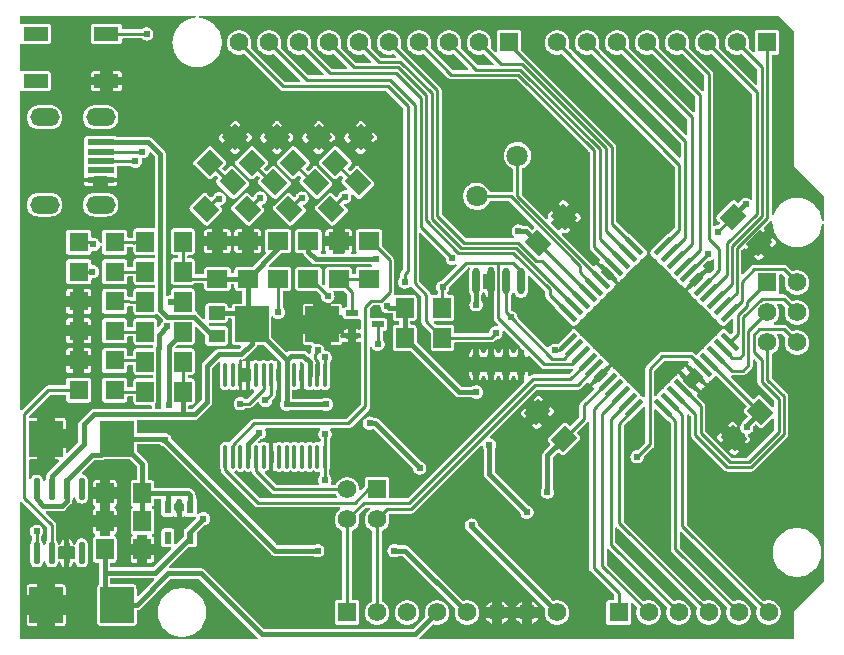
<source format=gtl>
G04 Layer: TopLayer*
G04 EasyEDA v6.5.51, 2025-11-10 16:22:34*
G04 edf426586456471d89c25727c5112f57,c2dd228c5626426dab0286b5437c322d,10*
G04 Gerber Generator version 0.2*
G04 Scale: 100 percent, Rotated: No, Reflected: No *
G04 Dimensions in inches *
G04 leading zeros omitted , absolute positions ,3 integer and 6 decimal *
%FSLAX36Y36*%
%MOIN*%

%AMMACRO1*21,1,$1,$2,0,0,$3*%
%ADD10C,0.0100*%
%ADD11C,0.0150*%
%ADD12MACRO1,0.068X0.0585X-45.0000*%
%ADD13MACRO1,0.0644X0.063X-135.0000*%
%ADD14MACRO1,0.1102X0.1185X0.0000*%
%ADD15MACRO1,0.068X0.0585X-90.0000*%
%ADD16MACRO1,0.068X0.0585X0.0000*%
%ADD17R,0.0680X0.0585*%
%ADD18R,0.0166X0.0585*%
%ADD19MACRO1,0.068X0.0585X45.0000*%
%ADD20MACRO1,0.068X0.0585X135.0000*%
%ADD21MACRO1,0.068X0.0585X-135.0000*%
%ADD22MACRO1,0.068X0.0585X90.0000*%
%ADD23R,0.0827X0.0472*%
%ADD24O,0.024803X0.088583*%
%ADD25MACRO1,0.0157X0.0748X-135.0026*%
%ADD26MACRO1,0.0157X0.0748X-134.9974*%
%ADD27MACRO1,0.0157X0.0748X-135.0000*%
%ADD28MACRO1,0.0157X0.0748X135.0026*%
%ADD29MACRO1,0.0157X0.0748X134.9974*%
%ADD30MACRO1,0.0157X0.0748X135.0000*%
%ADD31MACRO1,0.0157X0.0748X-44.9974*%
%ADD32MACRO1,0.0157X0.0748X-45.0026*%
%ADD33MACRO1,0.0157X0.0748X-45.0000*%
%ADD34R,0.0906X0.0197*%
%ADD35R,0.0644X0.0630*%
%ADD36R,0.0236X0.0433*%
%ADD37O,0.014331X0.07935*%
%ADD38O,0.022378X0.07678*%
%ADD39R,0.0542X0.0446*%
%ADD40MACRO1,0.0542X0.0446X0.0000*%
%ADD41MACRO1,0.0209X0.0408X-90.0000*%
%ADD42R,0.0620X0.0620*%
%ADD43C,0.0620*%
%ADD44O,0.098425X0.059055*%
%ADD45C,0.0709*%
%ADD46C,0.0244*%

%LPD*%
G36*
X2519800Y784280D02*
G01*
X2518260Y784599D01*
X2516980Y785460D01*
X2481320Y821100D01*
X2479360Y822680D01*
X2477320Y823660D01*
X2475100Y824160D01*
X2472820Y824160D01*
X2470600Y823660D01*
X2468540Y822680D01*
X2466580Y821100D01*
X2458000Y812540D01*
X2456700Y811660D01*
X2455180Y811360D01*
X2453640Y811660D01*
X2452340Y812540D01*
X2380920Y883980D01*
X2380040Y885260D01*
X2379740Y886800D01*
X2380040Y888340D01*
X2380920Y889620D01*
X2382220Y890500D01*
X2383740Y890800D01*
X2418800Y890800D01*
X2421960Y891120D01*
X2424800Y891979D01*
X2427440Y893379D01*
X2429880Y895400D01*
X2448600Y914120D01*
X2450620Y916560D01*
X2452020Y919200D01*
X2452880Y922039D01*
X2453200Y925200D01*
X2453200Y939640D01*
X2453500Y941180D01*
X2454380Y942480D01*
X2455660Y943340D01*
X2457200Y943640D01*
X2458740Y943340D01*
X2460020Y942480D01*
X2466620Y935879D01*
X2467500Y934580D01*
X2467800Y933040D01*
X2467800Y869200D01*
X2468120Y866040D01*
X2468980Y863199D01*
X2470380Y860560D01*
X2472400Y858120D01*
X2522620Y807880D01*
X2523500Y806580D01*
X2523800Y805040D01*
X2523800Y788280D01*
X2523500Y786760D01*
X2522620Y785460D01*
X2521340Y784599D01*
G37*

%LPD*%
G36*
X574340Y777700D02*
G01*
X572800Y778000D01*
X571500Y778880D01*
X570640Y780180D01*
X570340Y781720D01*
X570380Y788220D01*
X570700Y789740D01*
X571560Y791020D01*
X572860Y791880D01*
X574380Y792180D01*
X582000Y792180D01*
X584500Y792460D01*
X586640Y793220D01*
X588580Y794419D01*
X590180Y796040D01*
X591400Y797960D01*
X592140Y800120D01*
X592420Y802600D01*
X592420Y870200D01*
X592140Y872680D01*
X591400Y874840D01*
X590180Y876760D01*
X588580Y878379D01*
X586640Y879580D01*
X584500Y880340D01*
X582000Y880620D01*
X572200Y880620D01*
X570660Y880920D01*
X569380Y881780D01*
X568500Y883080D01*
X568200Y884620D01*
X568200Y888180D01*
X568500Y889720D01*
X569380Y891020D01*
X570660Y891880D01*
X572200Y892180D01*
X582000Y892180D01*
X584500Y892460D01*
X586640Y893220D01*
X588580Y894419D01*
X590180Y896040D01*
X591400Y897960D01*
X592140Y900120D01*
X592420Y902600D01*
X592420Y970200D01*
X592140Y972680D01*
X591400Y974840D01*
X590180Y976760D01*
X588580Y978379D01*
X586640Y979580D01*
X584500Y980340D01*
X582000Y980620D01*
X531900Y980620D01*
X530380Y980920D01*
X529080Y981780D01*
X528220Y983080D01*
X527900Y984620D01*
X528220Y986140D01*
X529080Y987440D01*
X532640Y991020D01*
X533940Y991880D01*
X535480Y992180D01*
X582000Y992180D01*
X584500Y992460D01*
X586640Y993220D01*
X588580Y994419D01*
X590180Y996040D01*
X591400Y997960D01*
X592140Y1000120D01*
X592420Y1002600D01*
X592420Y1047880D01*
X592740Y1049420D01*
X593600Y1050720D01*
X594900Y1051580D01*
X596420Y1051880D01*
X597960Y1051580D01*
X599260Y1050720D01*
X626500Y1023480D01*
X627360Y1022180D01*
X627660Y1020639D01*
X627660Y999880D01*
X627940Y997400D01*
X628700Y995240D01*
X629920Y993319D01*
X631520Y991700D01*
X633460Y990500D01*
X635600Y989740D01*
X638100Y989460D01*
X691860Y989460D01*
X694340Y989740D01*
X696500Y990500D01*
X698420Y991700D01*
X700040Y993319D01*
X701240Y995240D01*
X702000Y997400D01*
X702280Y999880D01*
X702280Y1044020D01*
X702000Y1046520D01*
X701240Y1048660D01*
X700040Y1050600D01*
X698420Y1052200D01*
X696500Y1053420D01*
X694340Y1054160D01*
X691860Y1054440D01*
X647240Y1054440D01*
X645699Y1054760D01*
X644419Y1055620D01*
X641320Y1058720D01*
X640440Y1060020D01*
X640140Y1061540D01*
X640440Y1063080D01*
X641320Y1064380D01*
X642620Y1065240D01*
X644140Y1065540D01*
X691860Y1065540D01*
X694340Y1065820D01*
X696500Y1066580D01*
X698420Y1067800D01*
X700040Y1069400D01*
X701240Y1071340D01*
X702000Y1073480D01*
X702280Y1076340D01*
X702580Y1077880D01*
X703460Y1079160D01*
X704760Y1080040D01*
X706280Y1080340D01*
X712600Y1080340D01*
X714120Y1080040D01*
X715420Y1079160D01*
X716280Y1077880D01*
X716600Y1076340D01*
X716600Y1000980D01*
X716880Y998480D01*
X717620Y996340D01*
X718840Y994400D01*
X720440Y992800D01*
X722380Y991580D01*
X724520Y990840D01*
X727020Y990540D01*
X742860Y990540D01*
X744400Y990240D01*
X745699Y989380D01*
X746560Y988080D01*
X746860Y986540D01*
X746560Y985020D01*
X745699Y983720D01*
X741840Y979880D01*
X740540Y979000D01*
X739020Y978700D01*
X672320Y978680D01*
X668960Y978220D01*
X665860Y977180D01*
X663000Y975580D01*
X660360Y973379D01*
X620020Y933020D01*
X617960Y930300D01*
X616520Y927380D01*
X615620Y924240D01*
X615300Y920819D01*
X615300Y809980D01*
X615000Y808460D01*
X614120Y807159D01*
X585840Y778880D01*
X584540Y778000D01*
X583020Y777700D01*
G37*

%LPD*%
G36*
X2383960Y616200D02*
G01*
X2382420Y616500D01*
X2381120Y617380D01*
X2295380Y703120D01*
X2294500Y704419D01*
X2294200Y705960D01*
X2294200Y787420D01*
X2293880Y790580D01*
X2293020Y793420D01*
X2291620Y796040D01*
X2289600Y798500D01*
X2266340Y821760D01*
X2265480Y823020D01*
X2265160Y824500D01*
X2265420Y826000D01*
X2266220Y827300D01*
X2267780Y828360D01*
X2269740Y829940D01*
X2270580Y830780D01*
X2251920Y849440D01*
X2250140Y847660D01*
X2248840Y846800D01*
X2247300Y846480D01*
X2245780Y846800D01*
X2244480Y847660D01*
X2220160Y871979D01*
X2219280Y873280D01*
X2218980Y874820D01*
X2219280Y876340D01*
X2220160Y877640D01*
X2221940Y879419D01*
X2203280Y898100D01*
X2202420Y897240D01*
X2200860Y895280D01*
X2199880Y893240D01*
X2199580Y891960D01*
X2198980Y890600D01*
X2197940Y889539D01*
X2196580Y888960D01*
X2195300Y888660D01*
X2193240Y887680D01*
X2191280Y886120D01*
X2180500Y875320D01*
X2178940Y873360D01*
X2177960Y871320D01*
X2177520Y869460D01*
X2176940Y868100D01*
X2175880Y867060D01*
X2174520Y866460D01*
X2172660Y866040D01*
X2170620Y865040D01*
X2168660Y863480D01*
X2157880Y852700D01*
X2156320Y850740D01*
X2155320Y848680D01*
X2155040Y847420D01*
X2154440Y846060D01*
X2153380Y845000D01*
X2152020Y844400D01*
X2150740Y844120D01*
X2148700Y843120D01*
X2146740Y841560D01*
X2135960Y830780D01*
X2134400Y828820D01*
X2133400Y826760D01*
X2132980Y824920D01*
X2132380Y823560D01*
X2131340Y822500D01*
X2129980Y821900D01*
X2129100Y821700D01*
X2127660Y821640D01*
X2126300Y822080D01*
X2125180Y822980D01*
X2124460Y824200D01*
X2124200Y825600D01*
X2124200Y904040D01*
X2124500Y905580D01*
X2125380Y906880D01*
X2156120Y937620D01*
X2157420Y938500D01*
X2158960Y938800D01*
X2234620Y938800D01*
X2236220Y938460D01*
X2237540Y937520D01*
X2238380Y936120D01*
X2238600Y934500D01*
X2238140Y932940D01*
X2237100Y931680D01*
X2235840Y930660D01*
X2234980Y929800D01*
X2253660Y911140D01*
X2255440Y912920D01*
X2256740Y913800D01*
X2258260Y914100D01*
X2259800Y913800D01*
X2261100Y912920D01*
X2285420Y888600D01*
X2286280Y887300D01*
X2286580Y885780D01*
X2286280Y884240D01*
X2285420Y882940D01*
X2283640Y881160D01*
X2302300Y862500D01*
X2303140Y863340D01*
X2304720Y865300D01*
X2305700Y867360D01*
X2306000Y868620D01*
X2306580Y870000D01*
X2307640Y871040D01*
X2309000Y871640D01*
X2310280Y871919D01*
X2312320Y872920D01*
X2314280Y874479D01*
X2325060Y885260D01*
X2326640Y887220D01*
X2327700Y888780D01*
X2329000Y889580D01*
X2330500Y889840D01*
X2331980Y889520D01*
X2333240Y888660D01*
X2430860Y791040D01*
X2431720Y789740D01*
X2432020Y788220D01*
X2431720Y786680D01*
X2430860Y785380D01*
X2425560Y780080D01*
X2424000Y778120D01*
X2423000Y776080D01*
X2422500Y773860D01*
X2422500Y771580D01*
X2423000Y769360D01*
X2424000Y767300D01*
X2425560Y765340D01*
X2434100Y756800D01*
X2434980Y755500D01*
X2435280Y753960D01*
X2434980Y752440D01*
X2434100Y751140D01*
X2419520Y736540D01*
X2416820Y733360D01*
X2415840Y732500D01*
X2413440Y729539D01*
X2411600Y726220D01*
X2410380Y722800D01*
X2409360Y721280D01*
X2409640Y720699D01*
X2409700Y715100D01*
X2410340Y711360D01*
X2411600Y707780D01*
X2413440Y704460D01*
X2415840Y701500D01*
X2418680Y699000D01*
X2421920Y697000D01*
X2423920Y696200D01*
X2425220Y695340D01*
X2426120Y694040D01*
X2426420Y692520D01*
X2426120Y690980D01*
X2425260Y689659D01*
X2414560Y678980D01*
X2432040Y661500D01*
X2440440Y669920D01*
X2442000Y671880D01*
X2443000Y673920D01*
X2443500Y676140D01*
X2443500Y678420D01*
X2443000Y680639D01*
X2442000Y682700D01*
X2440440Y684659D01*
X2436280Y688820D01*
X2435380Y690200D01*
X2435100Y691820D01*
X2435500Y693400D01*
X2436500Y694700D01*
X2437920Y695480D01*
X2440340Y696220D01*
X2443740Y697940D01*
X2446800Y700200D01*
X2449420Y702940D01*
X2451540Y706080D01*
X2453120Y709539D01*
X2454060Y713220D01*
X2454400Y717000D01*
X2454200Y719160D01*
X2454440Y720879D01*
X2455360Y722340D01*
X2459140Y726100D01*
X2460440Y726979D01*
X2461960Y727280D01*
X2463500Y726979D01*
X2464800Y726100D01*
X2473340Y717560D01*
X2475300Y716000D01*
X2477360Y715000D01*
X2479580Y714500D01*
X2481860Y714500D01*
X2484080Y715000D01*
X2486120Y716000D01*
X2488080Y717560D01*
X2516980Y746440D01*
X2518260Y747300D01*
X2519800Y747620D01*
X2521340Y747300D01*
X2522620Y746440D01*
X2523500Y745140D01*
X2523800Y743620D01*
X2523800Y708660D01*
X2523500Y707120D01*
X2522620Y705819D01*
X2434180Y617380D01*
X2432880Y616500D01*
X2431340Y616200D01*
G37*

%LPC*%
G36*
X2390900Y625840D02*
G01*
X2393180Y625840D01*
X2395400Y626340D01*
X2397460Y627320D01*
X2399420Y628900D01*
X2407820Y637300D01*
X2390360Y654760D01*
X2374580Y638980D01*
X2384680Y628900D01*
X2386640Y627320D01*
X2388680Y626340D01*
G37*
G36*
X2346980Y666580D02*
G01*
X2362760Y682360D01*
X2345300Y699820D01*
X2336900Y691420D01*
X2335320Y689460D01*
X2334340Y687400D01*
X2333840Y685180D01*
X2333840Y682900D01*
X2334340Y680680D01*
X2335320Y678640D01*
X2336900Y676680D01*
G37*
G36*
X2386980Y706560D02*
G01*
X2402760Y722340D01*
X2392660Y732440D01*
X2390700Y734000D01*
X2388640Y735000D01*
X2386420Y735500D01*
X2384140Y735500D01*
X2381920Y735000D01*
X2379880Y734000D01*
X2377920Y732440D01*
X2369500Y724040D01*
G37*
G36*
X2279680Y839860D02*
G01*
X2280520Y840720D01*
X2282080Y842680D01*
X2283080Y844720D01*
X2283500Y846580D01*
X2284080Y847940D01*
X2285140Y849000D01*
X2286500Y849580D01*
X2288360Y850000D01*
X2290400Y851000D01*
X2292360Y852560D01*
X2293220Y853400D01*
X2274540Y872080D01*
X2261000Y858540D01*
G37*
G36*
X2231020Y888520D02*
G01*
X2244560Y902060D01*
X2225900Y920720D01*
X2225040Y919880D01*
X2223480Y917920D01*
X2222500Y915860D01*
X2222080Y914020D01*
X2221480Y912640D01*
X2220440Y911600D01*
X2219060Y911000D01*
X2217220Y910580D01*
X2215160Y909599D01*
X2213200Y908040D01*
X2212360Y907180D01*
G37*

%LPD*%
G36*
X402420Y155100D02*
G01*
X400880Y155400D01*
X399580Y156260D01*
X398720Y157560D01*
X398420Y159100D01*
X398420Y183520D01*
X398120Y186020D01*
X397380Y188160D01*
X396160Y190100D01*
X394560Y191700D01*
X392620Y192920D01*
X390480Y193660D01*
X387980Y193939D01*
X314000Y193939D01*
X312460Y194259D01*
X311180Y195120D01*
X310300Y196420D01*
X310000Y197940D01*
X310000Y210799D01*
X310300Y212340D01*
X311180Y213619D01*
X312460Y214500D01*
X314000Y214800D01*
X454120Y214800D01*
X455640Y214500D01*
X456940Y213619D01*
X457800Y212340D01*
X458120Y210799D01*
X457800Y209259D01*
X456940Y207979D01*
X405240Y156260D01*
X403940Y155400D01*
G37*

%LPD*%
G36*
X14200Y10200D02*
G01*
X12660Y10500D01*
X11379Y11379D01*
X10500Y12660D01*
X10200Y14200D01*
X10200Y464640D01*
X10500Y466180D01*
X11379Y467480D01*
X12660Y468340D01*
X14200Y468640D01*
X15740Y468340D01*
X17020Y467480D01*
X98820Y385680D01*
X99700Y384380D01*
X100000Y382840D01*
X100000Y342260D01*
X99700Y340740D01*
X96679Y336380D01*
X95120Y333020D01*
X94060Y329080D01*
X93260Y327560D01*
X91900Y326500D01*
X90200Y326120D01*
X88500Y326500D01*
X87140Y327560D01*
X86340Y329080D01*
X85280Y333020D01*
X83720Y336380D01*
X80700Y340740D01*
X80399Y342260D01*
X80399Y353000D01*
X80680Y354500D01*
X81519Y355780D01*
X82620Y356940D01*
X84740Y360080D01*
X86320Y363540D01*
X87260Y367220D01*
X87600Y371000D01*
X87260Y374780D01*
X86320Y378459D01*
X84740Y381920D01*
X82620Y385060D01*
X80000Y387800D01*
X76940Y390060D01*
X73540Y391780D01*
X69920Y392879D01*
X66160Y393380D01*
X62360Y393200D01*
X58640Y392400D01*
X55119Y391000D01*
X51880Y389000D01*
X49040Y386500D01*
X46640Y383540D01*
X44800Y380220D01*
X43540Y376640D01*
X42900Y372900D01*
X42900Y369099D01*
X43540Y365360D01*
X44800Y361780D01*
X46640Y358459D01*
X49120Y355420D01*
X49780Y354240D01*
X50000Y352900D01*
X50000Y342260D01*
X49700Y340740D01*
X46680Y336380D01*
X45119Y333020D01*
X44160Y329420D01*
X43820Y325520D01*
X43820Y271480D01*
X44160Y267580D01*
X45119Y263980D01*
X46680Y260620D01*
X48820Y257560D01*
X51460Y254920D01*
X54520Y252780D01*
X57880Y251220D01*
X61480Y250240D01*
X65199Y249920D01*
X68920Y250240D01*
X72520Y251220D01*
X75880Y252780D01*
X78940Y254920D01*
X81580Y257560D01*
X83720Y260620D01*
X85280Y263980D01*
X86340Y267920D01*
X87140Y269440D01*
X88500Y270500D01*
X90200Y270880D01*
X91900Y270500D01*
X93260Y269440D01*
X94060Y267920D01*
X95120Y263980D01*
X96679Y260620D01*
X98820Y257560D01*
X101460Y254920D01*
X104520Y252780D01*
X107880Y251220D01*
X111480Y250240D01*
X115200Y249920D01*
X118920Y250240D01*
X122520Y251220D01*
X125879Y252780D01*
X128940Y254920D01*
X131580Y257560D01*
X133720Y260620D01*
X135280Y263980D01*
X136340Y267920D01*
X137140Y269440D01*
X138500Y270500D01*
X140200Y270880D01*
X141900Y270500D01*
X143260Y269440D01*
X144060Y267920D01*
X145120Y263980D01*
X146680Y260620D01*
X148820Y257560D01*
X151460Y254920D01*
X154520Y252780D01*
X157100Y251580D01*
X157100Y276800D01*
X140580Y276800D01*
X139060Y277100D01*
X137760Y277980D01*
X136900Y279280D01*
X136580Y280800D01*
X136580Y316200D01*
X136900Y317720D01*
X137760Y319020D01*
X139060Y319900D01*
X140580Y320200D01*
X157100Y320200D01*
X157100Y345420D01*
X154520Y344219D01*
X151460Y342080D01*
X148820Y339440D01*
X146680Y336380D01*
X145120Y333020D01*
X144060Y329080D01*
X143260Y327560D01*
X141900Y326500D01*
X140200Y326120D01*
X138500Y326500D01*
X137140Y327560D01*
X136340Y329080D01*
X135280Y333020D01*
X133720Y336380D01*
X130700Y340740D01*
X130399Y342260D01*
X130399Y390600D01*
X130079Y393760D01*
X129220Y396599D01*
X127820Y399240D01*
X125800Y401680D01*
X96020Y431480D01*
X95160Y432760D01*
X94860Y434300D01*
X95160Y435840D01*
X96020Y437120D01*
X97320Y438000D01*
X98859Y438300D01*
X149680Y438320D01*
X153040Y438780D01*
X156140Y439820D01*
X159000Y441420D01*
X161640Y443620D01*
X178180Y460180D01*
X180240Y462900D01*
X181680Y465820D01*
X182600Y469000D01*
X182900Y471620D01*
X183140Y472580D01*
X183720Y473620D01*
X185280Y476980D01*
X186340Y480920D01*
X187140Y482440D01*
X188500Y483500D01*
X190200Y483880D01*
X191900Y483500D01*
X193260Y482440D01*
X194060Y480920D01*
X195120Y476980D01*
X196680Y473620D01*
X198820Y470560D01*
X201460Y467920D01*
X204520Y465780D01*
X207880Y464219D01*
X211480Y463240D01*
X215200Y462920D01*
X218920Y463240D01*
X222520Y464219D01*
X225880Y465780D01*
X228939Y467920D01*
X231580Y470560D01*
X233720Y473620D01*
X235280Y476980D01*
X236240Y480580D01*
X236580Y484480D01*
X236580Y538520D01*
X236240Y542420D01*
X235280Y546020D01*
X233720Y549380D01*
X231580Y552440D01*
X228939Y555080D01*
X225880Y557220D01*
X222520Y558780D01*
X218400Y559860D01*
X216920Y560600D01*
X215859Y561880D01*
X215420Y563500D01*
X215680Y565140D01*
X216580Y566560D01*
X256160Y606120D01*
X257460Y607000D01*
X258980Y607300D01*
X279280Y607320D01*
X282700Y607800D01*
X284960Y608500D01*
X287240Y609640D01*
X289020Y610040D01*
X375880Y610040D01*
X377400Y609740D01*
X378700Y608880D01*
X398820Y588740D01*
X399700Y587460D01*
X400000Y585920D01*
X400000Y545620D01*
X399700Y544080D01*
X398820Y542780D01*
X397540Y541920D01*
X396000Y541620D01*
X388680Y541620D01*
X386200Y541340D01*
X384040Y540580D01*
X382120Y539380D01*
X380500Y537760D01*
X379300Y535840D01*
X378540Y533680D01*
X378260Y531200D01*
X378260Y463600D01*
X378540Y461120D01*
X379300Y458960D01*
X380500Y457040D01*
X382100Y455439D01*
X384520Y453960D01*
X385700Y452840D01*
X386340Y451360D01*
X386340Y449739D01*
X385700Y448260D01*
X384520Y447140D01*
X382100Y445660D01*
X380500Y444060D01*
X379300Y442140D01*
X378540Y439980D01*
X378260Y437500D01*
X378260Y369900D01*
X378540Y367420D01*
X379300Y365260D01*
X380500Y363340D01*
X382100Y361740D01*
X384520Y360260D01*
X385700Y359140D01*
X386340Y357660D01*
X386340Y356040D01*
X385700Y354560D01*
X384520Y353440D01*
X382100Y351960D01*
X380500Y350360D01*
X379300Y348440D01*
X378540Y346280D01*
X378260Y343800D01*
X378260Y329500D01*
X400580Y329500D01*
X400580Y355480D01*
X400880Y357020D01*
X401760Y358320D01*
X403060Y359180D01*
X404580Y359480D01*
X430820Y359480D01*
X432340Y359180D01*
X433640Y358320D01*
X434500Y357020D01*
X434820Y355480D01*
X434820Y329500D01*
X457120Y329500D01*
X457120Y343800D01*
X456840Y346280D01*
X456100Y348440D01*
X454880Y350360D01*
X453280Y351960D01*
X450880Y353440D01*
X449700Y354560D01*
X449060Y356040D01*
X449060Y357660D01*
X449700Y359140D01*
X450880Y360260D01*
X453280Y361740D01*
X454880Y363340D01*
X456100Y365260D01*
X456840Y367420D01*
X457120Y369900D01*
X457120Y437500D01*
X456840Y439980D01*
X456100Y442140D01*
X454880Y444060D01*
X453280Y445660D01*
X450880Y447140D01*
X449700Y448260D01*
X449060Y449739D01*
X449060Y451360D01*
X449700Y452840D01*
X450880Y453960D01*
X453280Y455439D01*
X454880Y457040D01*
X456100Y458960D01*
X456840Y461120D01*
X457120Y463600D01*
X457120Y475700D01*
X457440Y477239D01*
X458300Y478519D01*
X459600Y479400D01*
X461120Y479700D01*
X476920Y479700D01*
X478560Y479360D01*
X479920Y478360D01*
X480740Y476920D01*
X480900Y475260D01*
X480600Y472600D01*
X480600Y429739D01*
X480880Y427260D01*
X481640Y425100D01*
X482860Y423180D01*
X484460Y421560D01*
X486400Y420340D01*
X488540Y419600D01*
X491019Y419320D01*
X514200Y419320D01*
X516700Y419600D01*
X518840Y420340D01*
X520580Y421100D01*
X522060Y421100D01*
X523800Y420340D01*
X525940Y419600D01*
X528420Y419320D01*
X531620Y419320D01*
X531620Y437840D01*
X528620Y437840D01*
X527100Y438140D01*
X525800Y439020D01*
X524940Y440319D01*
X524620Y441840D01*
X524620Y460500D01*
X524940Y462020D01*
X525800Y463320D01*
X527100Y464200D01*
X528620Y464500D01*
X531620Y464500D01*
X531620Y475700D01*
X531920Y477239D01*
X532780Y478519D01*
X534080Y479400D01*
X535620Y479700D01*
X544420Y479700D01*
X545960Y479400D01*
X547240Y478519D01*
X548120Y477239D01*
X548420Y475700D01*
X548420Y464500D01*
X551400Y464500D01*
X552940Y464200D01*
X554240Y463320D01*
X555100Y462020D01*
X555400Y460500D01*
X555400Y441840D01*
X555100Y440319D01*
X554240Y439020D01*
X552940Y438140D01*
X551400Y437840D01*
X548420Y437840D01*
X548420Y419320D01*
X551600Y419320D01*
X554100Y419600D01*
X556240Y420340D01*
X557980Y421100D01*
X559460Y421100D01*
X561200Y420340D01*
X563340Y419600D01*
X565820Y419320D01*
X589000Y419320D01*
X591500Y419600D01*
X593500Y419980D01*
X594980Y419620D01*
X596220Y418720D01*
X597040Y417420D01*
X597300Y415920D01*
X596980Y414420D01*
X596120Y413160D01*
X564280Y381280D01*
X562880Y380319D01*
X561260Y379680D01*
X559260Y378420D01*
X557640Y376800D01*
X556440Y374880D01*
X555680Y372720D01*
X555400Y370240D01*
X555400Y353480D01*
X555100Y351960D01*
X554220Y350660D01*
X531440Y327879D01*
X530160Y327020D01*
X528620Y326700D01*
X527100Y327020D01*
X525800Y327879D01*
X524920Y329180D01*
X524620Y330700D01*
X524620Y370240D01*
X524340Y372720D01*
X523579Y374880D01*
X522380Y376800D01*
X520760Y378420D01*
X518840Y379620D01*
X516680Y380379D01*
X514200Y380660D01*
X491019Y380660D01*
X488540Y380379D01*
X486380Y379620D01*
X484460Y378420D01*
X482840Y376800D01*
X481640Y374880D01*
X480880Y372720D01*
X480600Y370240D01*
X480600Y327380D01*
X480880Y324900D01*
X481640Y322740D01*
X482840Y320820D01*
X484460Y319200D01*
X486380Y317980D01*
X488540Y317240D01*
X491019Y316960D01*
X510860Y316960D01*
X512400Y316640D01*
X513700Y315780D01*
X514560Y314480D01*
X514860Y312960D01*
X514560Y311420D01*
X513700Y310120D01*
X454940Y251380D01*
X453640Y250500D01*
X452120Y250200D01*
X314000Y250200D01*
X312460Y250500D01*
X311180Y251380D01*
X310300Y252659D01*
X310000Y254200D01*
X310000Y261780D01*
X310300Y263320D01*
X311180Y264620D01*
X312460Y265480D01*
X314000Y265780D01*
X321320Y265780D01*
X323800Y266060D01*
X325959Y266820D01*
X327879Y268020D01*
X329500Y269640D01*
X330700Y271560D01*
X331460Y273720D01*
X331740Y276200D01*
X331740Y343800D01*
X331460Y346280D01*
X330700Y348440D01*
X329500Y350360D01*
X327900Y351960D01*
X325480Y353440D01*
X324300Y354560D01*
X323660Y356040D01*
X323660Y357660D01*
X324300Y359140D01*
X325480Y360260D01*
X327900Y361740D01*
X329500Y363340D01*
X330700Y365260D01*
X331460Y367420D01*
X331740Y369900D01*
X331740Y384200D01*
X309420Y384200D01*
X309420Y358220D01*
X309120Y356680D01*
X308240Y355379D01*
X306960Y354520D01*
X305420Y354219D01*
X279180Y354219D01*
X277660Y354520D01*
X276360Y355379D01*
X275500Y356680D01*
X275180Y358220D01*
X275180Y384200D01*
X252880Y384200D01*
X252880Y369900D01*
X253160Y367420D01*
X253900Y365260D01*
X255120Y363340D01*
X256720Y361740D01*
X259120Y360260D01*
X260300Y359140D01*
X260940Y357660D01*
X260940Y356040D01*
X260300Y354560D01*
X259120Y353440D01*
X256720Y351960D01*
X255120Y350360D01*
X253900Y348440D01*
X253160Y346280D01*
X252880Y343800D01*
X252880Y276200D01*
X253160Y273720D01*
X253900Y271560D01*
X255120Y269640D01*
X256720Y268020D01*
X258660Y266820D01*
X260799Y266060D01*
X263300Y265780D01*
X270600Y265780D01*
X272140Y265480D01*
X273420Y264620D01*
X274300Y263320D01*
X274600Y261780D01*
X274600Y195760D01*
X274380Y194440D01*
X273720Y193260D01*
X272720Y192380D01*
X271660Y191700D01*
X270060Y190100D01*
X268840Y188160D01*
X268100Y186020D01*
X267820Y183520D01*
X267820Y65480D01*
X268100Y62980D01*
X268840Y60839D01*
X270060Y58900D01*
X271660Y57300D01*
X273600Y56080D01*
X275740Y55340D01*
X278240Y55039D01*
X387980Y55039D01*
X390480Y55340D01*
X392620Y56080D01*
X394560Y57300D01*
X396160Y58900D01*
X397380Y60839D01*
X398120Y62980D01*
X398420Y65480D01*
X398420Y103160D01*
X398640Y104500D01*
X399320Y105700D01*
X400340Y106580D01*
X405640Y108320D01*
X408500Y109920D01*
X411140Y112120D01*
X510160Y211119D01*
X511460Y212000D01*
X512980Y212300D01*
X604020Y212300D01*
X605540Y212000D01*
X606840Y211119D01*
X800939Y17020D01*
X801800Y15740D01*
X802120Y14200D01*
X801800Y12660D01*
X800939Y11379D01*
X799640Y10500D01*
X798120Y10200D01*
G37*

%LPC*%
G36*
X549380Y19100D02*
G01*
X550620Y19100D01*
X557840Y19480D01*
X566220Y20740D01*
X567420Y21000D01*
X574420Y22879D01*
X575580Y23260D01*
X582340Y25860D01*
X583460Y26360D01*
X589920Y29640D01*
X597060Y34200D01*
X603680Y39480D01*
X609700Y45420D01*
X610520Y46320D01*
X615800Y52939D01*
X620360Y60080D01*
X623640Y66540D01*
X624140Y67660D01*
X626740Y74420D01*
X627120Y75580D01*
X629000Y82579D01*
X629260Y83780D01*
X630520Y92160D01*
X630900Y99380D01*
X630900Y100620D01*
X630520Y107840D01*
X629260Y116220D01*
X629000Y117420D01*
X627120Y124420D01*
X626740Y125580D01*
X624140Y132340D01*
X623640Y133460D01*
X620360Y139920D01*
X615800Y147060D01*
X610520Y153680D01*
X604580Y159700D01*
X603680Y160520D01*
X597060Y165799D01*
X589920Y170360D01*
X583460Y173640D01*
X582340Y174140D01*
X575580Y176740D01*
X574420Y177120D01*
X567420Y179000D01*
X566220Y179259D01*
X557840Y180520D01*
X550620Y180900D01*
X549380Y180900D01*
X542160Y180520D01*
X533780Y179259D01*
X532580Y179000D01*
X525580Y177120D01*
X524420Y176740D01*
X517660Y174140D01*
X516540Y173640D01*
X510080Y170360D01*
X502939Y165799D01*
X496320Y160520D01*
X490300Y154580D01*
X489480Y153680D01*
X484200Y147060D01*
X479640Y139920D01*
X476360Y133460D01*
X475860Y132340D01*
X473260Y125580D01*
X472879Y124420D01*
X471000Y117420D01*
X470740Y116220D01*
X469480Y107840D01*
X469099Y100620D01*
X469099Y99380D01*
X469480Y92160D01*
X470740Y83780D01*
X471000Y82579D01*
X472879Y75580D01*
X473260Y74420D01*
X475860Y67660D01*
X476360Y66540D01*
X479640Y60080D01*
X484200Y52939D01*
X489480Y46320D01*
X495420Y40300D01*
X496320Y39480D01*
X502939Y34200D01*
X510080Y29640D01*
X516540Y26360D01*
X517660Y25860D01*
X524420Y23260D01*
X525580Y22879D01*
X532580Y21000D01*
X533780Y20740D01*
X542160Y19480D01*
G37*
G36*
X126940Y55039D02*
G01*
X151760Y55039D01*
X154260Y55340D01*
X156400Y56080D01*
X158340Y57300D01*
X159940Y58900D01*
X161160Y60839D01*
X161900Y62980D01*
X162200Y65480D01*
X162200Y92380D01*
X126940Y92380D01*
G37*
G36*
X42020Y55039D02*
G01*
X66840Y55039D01*
X66840Y92380D01*
X31600Y92380D01*
X31600Y65480D01*
X31880Y62980D01*
X32620Y60839D01*
X33840Y58900D01*
X35440Y57300D01*
X37380Y56080D01*
X39520Y55340D01*
G37*
G36*
X31600Y156620D02*
G01*
X66840Y156620D01*
X66840Y193939D01*
X42020Y193939D01*
X39520Y193660D01*
X37380Y192920D01*
X35440Y191700D01*
X33840Y190100D01*
X32620Y188160D01*
X31880Y186020D01*
X31600Y183520D01*
G37*
G36*
X126940Y156620D02*
G01*
X162200Y156620D01*
X162200Y183520D01*
X161900Y186020D01*
X161160Y188160D01*
X159940Y190100D01*
X158340Y191700D01*
X156400Y192920D01*
X154260Y193660D01*
X151760Y193939D01*
X126940Y193939D01*
G37*
G36*
X215200Y249920D02*
G01*
X218920Y250240D01*
X222520Y251220D01*
X225880Y252780D01*
X228939Y254920D01*
X231580Y257560D01*
X233720Y260620D01*
X235280Y263980D01*
X236240Y267580D01*
X236580Y271480D01*
X236580Y325520D01*
X236240Y329420D01*
X235280Y333020D01*
X233720Y336380D01*
X231580Y339440D01*
X228939Y342080D01*
X225880Y344219D01*
X222520Y345780D01*
X218920Y346740D01*
X215200Y347080D01*
X211480Y346740D01*
X207880Y345780D01*
X204520Y344219D01*
X201460Y342080D01*
X198820Y339440D01*
X196680Y336380D01*
X195120Y333020D01*
X194060Y329080D01*
X193260Y327560D01*
X191900Y326500D01*
X190200Y326120D01*
X188500Y326500D01*
X187140Y327560D01*
X186340Y329080D01*
X185280Y333020D01*
X183720Y336380D01*
X181580Y339440D01*
X178939Y342080D01*
X175880Y344219D01*
X173299Y345420D01*
X173299Y320200D01*
X189820Y320200D01*
X191340Y319900D01*
X192640Y319020D01*
X193500Y317720D01*
X193820Y316200D01*
X193820Y280800D01*
X193500Y279280D01*
X192640Y277980D01*
X191340Y277100D01*
X189820Y276800D01*
X173299Y276800D01*
X173299Y251580D01*
X175880Y252780D01*
X178939Y254920D01*
X181580Y257560D01*
X183720Y260620D01*
X185280Y263980D01*
X186340Y267920D01*
X187140Y269440D01*
X188500Y270500D01*
X190200Y270880D01*
X191900Y270500D01*
X193260Y269440D01*
X194060Y267920D01*
X195120Y263980D01*
X196680Y260620D01*
X198820Y257560D01*
X201460Y254920D01*
X204520Y252780D01*
X207880Y251220D01*
X211480Y250240D01*
G37*
G36*
X434820Y265780D02*
G01*
X446700Y265780D01*
X449200Y266060D01*
X451340Y266820D01*
X453280Y268020D01*
X454880Y269640D01*
X456100Y271560D01*
X456840Y273720D01*
X457120Y276200D01*
X457120Y290500D01*
X434820Y290500D01*
G37*
G36*
X388680Y265780D02*
G01*
X400580Y265780D01*
X400580Y290500D01*
X378260Y290500D01*
X378260Y276200D01*
X378540Y273720D01*
X379300Y271560D01*
X380500Y269640D01*
X382120Y268020D01*
X384040Y266820D01*
X386200Y266060D01*
G37*
G36*
X252880Y423200D02*
G01*
X275180Y423200D01*
X275180Y477900D01*
X252880Y477900D01*
X252880Y463600D01*
X253160Y461120D01*
X253900Y458960D01*
X255120Y457040D01*
X256720Y455439D01*
X259120Y453960D01*
X260300Y452840D01*
X260940Y451360D01*
X260940Y449739D01*
X260300Y448260D01*
X259120Y447140D01*
X256720Y445660D01*
X255120Y444060D01*
X253900Y442140D01*
X253160Y439980D01*
X252880Y437500D01*
G37*
G36*
X309420Y423200D02*
G01*
X331740Y423200D01*
X331740Y437500D01*
X331460Y439980D01*
X330700Y442140D01*
X329500Y444060D01*
X327900Y445660D01*
X325480Y447140D01*
X324300Y448260D01*
X323660Y449739D01*
X323660Y451360D01*
X324300Y452840D01*
X325480Y453960D01*
X327900Y455439D01*
X329500Y457040D01*
X330700Y458960D01*
X331460Y461120D01*
X331740Y463600D01*
X331740Y477900D01*
X309420Y477900D01*
G37*
G36*
X309420Y516900D02*
G01*
X331740Y516900D01*
X331740Y531200D01*
X331460Y533680D01*
X330700Y535840D01*
X329500Y537760D01*
X327879Y539380D01*
X325959Y540580D01*
X323800Y541340D01*
X321320Y541620D01*
X309420Y541620D01*
G37*
G36*
X252880Y516900D02*
G01*
X275180Y516900D01*
X275180Y541620D01*
X263300Y541620D01*
X260799Y541340D01*
X258660Y540580D01*
X256720Y539380D01*
X255120Y537760D01*
X253900Y535840D01*
X253160Y533680D01*
X252880Y531200D01*
G37*

%LPD*%
G36*
X1344880Y10200D02*
G01*
X1343360Y10500D01*
X1342060Y11379D01*
X1341200Y12660D01*
X1340880Y14200D01*
X1341200Y15740D01*
X1342060Y17020D01*
X1384520Y59500D01*
X1385740Y60320D01*
X1387180Y60660D01*
X1388640Y60460D01*
X1389340Y60220D01*
X1394620Y59160D01*
X1400000Y58800D01*
X1405380Y59160D01*
X1410660Y60220D01*
X1415760Y61940D01*
X1420600Y64320D01*
X1425080Y67320D01*
X1429120Y70880D01*
X1432680Y74920D01*
X1435680Y79400D01*
X1438060Y84240D01*
X1439780Y89340D01*
X1440840Y94620D01*
X1441200Y100000D01*
X1440840Y105380D01*
X1439780Y110660D01*
X1438060Y115760D01*
X1435680Y120600D01*
X1432680Y125079D01*
X1429120Y129120D01*
X1425080Y132680D01*
X1420600Y135680D01*
X1415760Y138060D01*
X1410660Y139780D01*
X1405380Y140840D01*
X1400000Y141200D01*
X1394620Y140840D01*
X1389340Y139780D01*
X1384240Y138060D01*
X1379400Y135680D01*
X1374920Y132680D01*
X1370880Y129120D01*
X1367320Y125079D01*
X1364319Y120600D01*
X1361940Y115760D01*
X1360220Y110660D01*
X1359160Y105380D01*
X1358800Y100000D01*
X1359160Y94620D01*
X1360220Y89340D01*
X1360460Y88640D01*
X1360660Y87180D01*
X1360320Y85740D01*
X1359500Y84520D01*
X1320840Y45880D01*
X1319540Y45000D01*
X1318020Y44700D01*
X824980Y44700D01*
X823460Y45000D01*
X822159Y45880D01*
X625020Y242979D01*
X622300Y245040D01*
X619380Y246480D01*
X616240Y247380D01*
X612820Y247700D01*
X510980Y247700D01*
X509460Y248000D01*
X508160Y248880D01*
X507299Y250159D01*
X506980Y251700D01*
X507299Y253240D01*
X508160Y254520D01*
X569420Y315780D01*
X570700Y316640D01*
X572240Y316960D01*
X589000Y316960D01*
X591480Y317240D01*
X593640Y317980D01*
X595560Y319200D01*
X597180Y320800D01*
X598380Y322740D01*
X599140Y324880D01*
X599420Y327380D01*
X599420Y364739D01*
X599720Y366260D01*
X600600Y367560D01*
X622940Y389920D01*
X624020Y390680D01*
X625720Y391120D01*
X629340Y392220D01*
X632740Y393940D01*
X635800Y396200D01*
X638420Y398940D01*
X640540Y402080D01*
X642120Y405540D01*
X643060Y409219D01*
X643400Y413000D01*
X643060Y416780D01*
X642120Y420460D01*
X640540Y423920D01*
X638420Y427060D01*
X635800Y429799D01*
X632740Y432060D01*
X629340Y433780D01*
X625720Y434880D01*
X621960Y435379D01*
X618160Y435200D01*
X614440Y434400D01*
X610920Y433000D01*
X607680Y431000D01*
X606060Y429580D01*
X604760Y428820D01*
X603260Y428579D01*
X601780Y428940D01*
X600540Y429820D01*
X599720Y431100D01*
X599420Y432580D01*
X599420Y472600D01*
X599140Y475080D01*
X598400Y477239D01*
X597180Y479159D01*
X596280Y480060D01*
X595420Y481360D01*
X595120Y482879D01*
X595100Y491700D01*
X594620Y495040D01*
X593600Y498120D01*
X592000Y500980D01*
X589800Y503640D01*
X583020Y510379D01*
X580300Y512440D01*
X577380Y513880D01*
X574240Y514780D01*
X570820Y515100D01*
X461120Y515100D01*
X459600Y515400D01*
X458300Y516280D01*
X457440Y517560D01*
X457120Y519099D01*
X457120Y531200D01*
X456840Y533680D01*
X456100Y535840D01*
X454880Y537760D01*
X453280Y539380D01*
X451340Y540580D01*
X449200Y541340D01*
X446700Y541620D01*
X439400Y541620D01*
X437860Y541920D01*
X436580Y542780D01*
X435700Y544080D01*
X435400Y545620D01*
X435379Y595580D01*
X434920Y598960D01*
X433880Y602060D01*
X432280Y604900D01*
X430080Y607560D01*
X399580Y638060D01*
X398720Y639360D01*
X398420Y640879D01*
X398420Y657800D01*
X398720Y659340D01*
X399580Y660620D01*
X400880Y661500D01*
X402420Y661800D01*
X472879Y661800D01*
X474300Y661540D01*
X475540Y660800D01*
X478700Y658000D01*
X481920Y656000D01*
X485439Y654599D01*
X486760Y654300D01*
X487819Y653920D01*
X488740Y653220D01*
X848980Y293020D01*
X851700Y290960D01*
X854620Y289520D01*
X857760Y288620D01*
X861180Y288300D01*
X987060Y288300D01*
X988160Y288140D01*
X989160Y287700D01*
X991919Y286000D01*
X995440Y284600D01*
X999160Y283800D01*
X1002960Y283620D01*
X1006720Y284120D01*
X1010340Y285220D01*
X1013740Y286940D01*
X1016800Y289200D01*
X1019419Y291940D01*
X1021540Y295080D01*
X1023120Y298540D01*
X1024060Y302220D01*
X1024400Y306000D01*
X1024060Y309780D01*
X1023120Y313460D01*
X1021540Y316920D01*
X1019419Y320060D01*
X1016800Y322800D01*
X1013740Y325060D01*
X1010340Y326780D01*
X1006720Y327879D01*
X1002960Y328380D01*
X999160Y328200D01*
X995440Y327400D01*
X991919Y326000D01*
X989160Y324300D01*
X988160Y323860D01*
X987060Y323700D01*
X869980Y323700D01*
X868460Y324000D01*
X867159Y324880D01*
X515280Y676760D01*
X514480Y677900D01*
X513120Y683460D01*
X511540Y686919D01*
X509420Y690060D01*
X506800Y692800D01*
X503740Y695060D01*
X500340Y696780D01*
X496719Y697880D01*
X492960Y698379D01*
X489159Y698199D01*
X485020Y697300D01*
X484140Y697200D01*
X402420Y697200D01*
X400880Y697500D01*
X399580Y698379D01*
X398720Y699659D01*
X398420Y701200D01*
X398420Y738300D01*
X398720Y739840D01*
X399580Y741120D01*
X400880Y742000D01*
X402420Y742300D01*
X592680Y742320D01*
X596040Y742780D01*
X599140Y743820D01*
X602000Y745420D01*
X604640Y747620D01*
X645980Y788980D01*
X648040Y791700D01*
X649479Y794620D01*
X650380Y797760D01*
X650699Y801180D01*
X650699Y912020D01*
X651000Y913540D01*
X651880Y914840D01*
X670819Y933800D01*
X672300Y934720D01*
X674020Y934940D01*
X675680Y934419D01*
X676960Y933220D01*
X677600Y931600D01*
X677500Y929880D01*
X676600Y926740D01*
X676300Y923360D01*
X676300Y858700D01*
X676600Y855340D01*
X677480Y852260D01*
X678920Y849400D01*
X680840Y846840D01*
X683199Y844680D01*
X685920Y843000D01*
X688920Y841840D01*
X692060Y841240D01*
X695260Y841240D01*
X698400Y841840D01*
X701400Y843000D01*
X704360Y844820D01*
X705720Y845360D01*
X707200Y845360D01*
X708560Y844820D01*
X711520Y843000D01*
X714500Y841840D01*
X717660Y841240D01*
X720860Y841240D01*
X724000Y841840D01*
X726979Y843000D01*
X729940Y844820D01*
X731320Y845360D01*
X732780Y845360D01*
X734160Y844820D01*
X737120Y843000D01*
X738760Y842360D01*
X738760Y869160D01*
X737780Y869860D01*
X736919Y871160D01*
X736620Y872700D01*
X736620Y909380D01*
X736880Y910780D01*
X737620Y912020D01*
X738760Y912920D01*
X738760Y939300D01*
X739060Y940840D01*
X739940Y942120D01*
X741220Y943000D01*
X742760Y943300D01*
X746919Y943300D01*
X748460Y943000D01*
X749760Y942120D01*
X750620Y940840D01*
X750920Y939300D01*
X750920Y913379D01*
X764360Y913379D01*
X764360Y939720D01*
X762700Y939080D01*
X759740Y937240D01*
X758379Y936720D01*
X756900Y936720D01*
X755540Y937240D01*
X754680Y937760D01*
X753500Y938900D01*
X752860Y940440D01*
X752900Y942080D01*
X753600Y943580D01*
X754840Y944659D01*
X758000Y946420D01*
X760639Y948620D01*
X794880Y982860D01*
X796919Y985580D01*
X798300Y988340D01*
X799200Y989500D01*
X800440Y990280D01*
X801880Y990540D01*
X822540Y990540D01*
X824080Y990240D01*
X825380Y989380D01*
X868379Y946380D01*
X869240Y945060D01*
X869539Y943520D01*
X869240Y942080D01*
X870720Y942380D01*
X872240Y942080D01*
X873540Y941200D01*
X877700Y937039D01*
X878580Y935740D01*
X878880Y934220D01*
X878880Y912720D01*
X879840Y911820D01*
X880480Y910680D01*
X880699Y909380D01*
X880699Y890879D01*
X880819Y872720D01*
X880580Y871360D01*
X879920Y870160D01*
X878880Y869260D01*
X878880Y841120D01*
X879580Y840759D01*
X880639Y839380D01*
X881020Y837700D01*
X881200Y808920D01*
X881080Y807880D01*
X880680Y806919D01*
X878600Y803220D01*
X877340Y799640D01*
X876700Y795900D01*
X876700Y792099D01*
X877340Y788360D01*
X878600Y784780D01*
X880440Y781460D01*
X882840Y778500D01*
X885680Y776000D01*
X888920Y774000D01*
X892440Y772600D01*
X896160Y771800D01*
X899960Y771620D01*
X903720Y772120D01*
X907340Y773220D01*
X910740Y774940D01*
X912660Y776100D01*
X913900Y776300D01*
X1016060Y776300D01*
X1017159Y776140D01*
X1018160Y775699D01*
X1020920Y774000D01*
X1024440Y772600D01*
X1028160Y771800D01*
X1031960Y771620D01*
X1035720Y772120D01*
X1039340Y773220D01*
X1042740Y774940D01*
X1045800Y777200D01*
X1048420Y779940D01*
X1050540Y783080D01*
X1052120Y786540D01*
X1053060Y790220D01*
X1053400Y794000D01*
X1053060Y797780D01*
X1052120Y801460D01*
X1050540Y804920D01*
X1048420Y808060D01*
X1045800Y810800D01*
X1042740Y813060D01*
X1039340Y814780D01*
X1035720Y815879D01*
X1031960Y816380D01*
X1028160Y816200D01*
X1024440Y815400D01*
X1020920Y814000D01*
X1018160Y812300D01*
X1017159Y811860D01*
X1016060Y811700D01*
X920560Y811700D01*
X919040Y812000D01*
X917740Y812860D01*
X916880Y814160D01*
X916560Y815680D01*
X916440Y837520D01*
X916800Y839220D01*
X917860Y840620D01*
X919419Y841420D01*
X921160Y841480D01*
X922380Y841240D01*
X925580Y841240D01*
X928720Y841840D01*
X931700Y843000D01*
X934659Y844820D01*
X936040Y845360D01*
X937500Y845360D01*
X938880Y844820D01*
X941840Y843000D01*
X943480Y842360D01*
X943480Y869160D01*
X942520Y869860D01*
X941640Y871160D01*
X941340Y872700D01*
X941340Y909380D01*
X941600Y910780D01*
X942340Y912020D01*
X943480Y912920D01*
X943480Y930819D01*
X943780Y932360D01*
X944659Y933660D01*
X945960Y934520D01*
X947480Y934820D01*
X949020Y934520D01*
X950320Y933660D01*
X954479Y929500D01*
X955340Y928199D01*
X955639Y926660D01*
X955639Y912720D01*
X956620Y911820D01*
X957240Y910660D01*
X957460Y909380D01*
X957460Y891220D01*
X957800Y887460D01*
X957800Y872700D01*
X957540Y871280D01*
X956780Y870040D01*
X955639Y869160D01*
X955639Y842360D01*
X957300Y843000D01*
X960260Y844820D01*
X961620Y845360D01*
X963100Y845360D01*
X964460Y844820D01*
X967420Y843000D01*
X970400Y841840D01*
X973560Y841240D01*
X976760Y841240D01*
X979900Y841840D01*
X982880Y843000D01*
X985840Y844820D01*
X987220Y845360D01*
X988680Y845360D01*
X990060Y844820D01*
X993020Y843000D01*
X996000Y841840D01*
X999140Y841240D01*
X1002340Y841240D01*
X1005500Y841840D01*
X1008480Y843000D01*
X1011440Y844820D01*
X1012800Y845360D01*
X1014280Y845360D01*
X1015639Y844820D01*
X1018600Y843000D01*
X1021600Y841840D01*
X1024740Y841240D01*
X1027940Y841240D01*
X1031080Y841840D01*
X1034080Y843000D01*
X1036800Y844680D01*
X1039160Y846840D01*
X1041080Y849400D01*
X1042520Y852260D01*
X1043400Y855340D01*
X1043700Y858700D01*
X1043700Y923360D01*
X1043400Y926740D01*
X1042000Y931580D01*
X1042240Y933180D01*
X1043100Y934560D01*
X1044419Y935939D01*
X1046540Y939080D01*
X1048120Y942540D01*
X1049060Y946220D01*
X1049400Y950000D01*
X1049060Y953780D01*
X1048120Y957460D01*
X1046540Y960920D01*
X1044419Y964060D01*
X1041800Y966800D01*
X1038740Y969060D01*
X1035340Y970780D01*
X1031720Y971880D01*
X1027700Y972400D01*
X1026400Y972800D01*
X1025320Y973600D01*
X1024560Y974720D01*
X1024220Y976040D01*
X1024060Y977780D01*
X1023120Y981460D01*
X1021540Y984920D01*
X1019419Y988060D01*
X1016800Y990800D01*
X1013740Y993060D01*
X1010340Y994780D01*
X1006720Y995879D01*
X1002960Y996380D01*
X999160Y996200D01*
X995440Y995400D01*
X993560Y994640D01*
X992020Y994360D01*
X990500Y994680D01*
X989220Y995540D01*
X988360Y996840D01*
X988060Y998360D01*
X988060Y1027880D01*
X952820Y1027880D01*
X952820Y1000980D01*
X953100Y998480D01*
X953840Y996340D01*
X955060Y994400D01*
X956660Y992800D01*
X958600Y991580D01*
X960740Y990840D01*
X963240Y990540D01*
X978880Y990540D01*
X980500Y990200D01*
X981840Y989240D01*
X982660Y987820D01*
X982860Y986180D01*
X982360Y984599D01*
X981600Y983220D01*
X980340Y979640D01*
X979700Y975900D01*
X979720Y970660D01*
X978980Y968800D01*
X978100Y965960D01*
X978040Y965240D01*
X977620Y963800D01*
X976700Y962620D01*
X975420Y961860D01*
X973940Y961640D01*
X972480Y961960D01*
X971240Y962800D01*
X966000Y968000D01*
X963300Y970040D01*
X960380Y971480D01*
X957240Y972380D01*
X953820Y972700D01*
X911320Y972680D01*
X907960Y972220D01*
X904820Y971160D01*
X902720Y970060D01*
X900960Y968720D01*
X899680Y968080D01*
X898280Y967920D01*
X896900Y968280D01*
X895720Y969100D01*
X848360Y1016440D01*
X847500Y1017740D01*
X847200Y1019280D01*
X847200Y1083660D01*
X847520Y1085240D01*
X848460Y1086580D01*
X849860Y1087420D01*
X851480Y1087640D01*
X853040Y1087200D01*
X854300Y1086160D01*
X854840Y1085500D01*
X857680Y1083000D01*
X860920Y1081000D01*
X864440Y1079600D01*
X868160Y1078800D01*
X871960Y1078620D01*
X875720Y1079120D01*
X879340Y1080220D01*
X882740Y1081940D01*
X885800Y1084200D01*
X888420Y1086940D01*
X890540Y1090080D01*
X892120Y1093540D01*
X893060Y1097220D01*
X893400Y1101000D01*
X893060Y1104780D01*
X892120Y1108460D01*
X890540Y1111920D01*
X888420Y1115060D01*
X887320Y1116220D01*
X886480Y1117500D01*
X886200Y1119000D01*
X886200Y1168880D01*
X886500Y1170400D01*
X887380Y1171700D01*
X888660Y1172560D01*
X890200Y1172880D01*
X903820Y1172880D01*
X906320Y1173160D01*
X908460Y1173900D01*
X910400Y1175120D01*
X912000Y1176720D01*
X913220Y1178660D01*
X913980Y1180800D01*
X914260Y1183300D01*
X914260Y1241320D01*
X913980Y1243800D01*
X913220Y1245960D01*
X912000Y1247880D01*
X910400Y1249500D01*
X908460Y1250700D01*
X906320Y1251460D01*
X903820Y1251740D01*
X843139Y1251740D01*
X841620Y1252040D01*
X840320Y1252900D01*
X839440Y1254200D01*
X839140Y1255740D01*
X839440Y1257260D01*
X840320Y1258560D01*
X878840Y1297100D01*
X880140Y1297960D01*
X881680Y1298260D01*
X903820Y1298260D01*
X906320Y1298540D01*
X908460Y1299300D01*
X910400Y1300500D01*
X912000Y1302120D01*
X913220Y1304040D01*
X913980Y1306200D01*
X914260Y1308680D01*
X914260Y1366699D01*
X913980Y1369199D01*
X913220Y1371339D01*
X912000Y1373280D01*
X910400Y1374880D01*
X908460Y1376100D01*
X906320Y1376840D01*
X903820Y1377120D01*
X836240Y1377120D01*
X833760Y1376840D01*
X831600Y1376100D01*
X829680Y1374880D01*
X828060Y1373280D01*
X826860Y1371339D01*
X826100Y1369199D01*
X825819Y1366699D01*
X825819Y1308680D01*
X826100Y1306200D01*
X826860Y1304040D01*
X828980Y1300780D01*
X829280Y1299240D01*
X828980Y1297720D01*
X828100Y1296420D01*
X784599Y1252900D01*
X783300Y1252040D01*
X781760Y1251740D01*
X735220Y1251740D01*
X732740Y1251460D01*
X730580Y1250700D01*
X728660Y1249500D01*
X727039Y1247880D01*
X725840Y1245960D01*
X725080Y1243800D01*
X724800Y1241320D01*
X724800Y1234000D01*
X724500Y1232460D01*
X723640Y1231180D01*
X722340Y1230300D01*
X720800Y1230000D01*
X716220Y1230000D01*
X714680Y1230300D01*
X713379Y1231180D01*
X712520Y1232460D01*
X712220Y1234000D01*
X712220Y1241320D01*
X711940Y1243800D01*
X711180Y1245960D01*
X709980Y1247880D01*
X708360Y1249500D01*
X706440Y1250700D01*
X704280Y1251460D01*
X701800Y1251740D01*
X634200Y1251740D01*
X631720Y1251460D01*
X629560Y1250700D01*
X627640Y1249500D01*
X626020Y1247880D01*
X624820Y1245960D01*
X624060Y1243800D01*
X623780Y1241320D01*
X623780Y1231500D01*
X623480Y1229960D01*
X622620Y1228680D01*
X621320Y1227800D01*
X619780Y1227500D01*
X596420Y1227500D01*
X594880Y1227800D01*
X593580Y1228680D01*
X592720Y1229960D01*
X592420Y1231500D01*
X592420Y1270200D01*
X592140Y1272700D01*
X591380Y1274840D01*
X590160Y1276780D01*
X588560Y1278380D01*
X586620Y1279600D01*
X584480Y1280340D01*
X581980Y1280620D01*
X572180Y1280620D01*
X570660Y1280940D01*
X569360Y1281800D01*
X568480Y1283100D01*
X568180Y1284620D01*
X568180Y1288200D01*
X568480Y1289720D01*
X569360Y1291020D01*
X570660Y1291900D01*
X572180Y1292200D01*
X581980Y1292200D01*
X584480Y1292480D01*
X586620Y1293240D01*
X588560Y1294440D01*
X590160Y1296060D01*
X591380Y1297980D01*
X592140Y1300140D01*
X592420Y1302620D01*
X592420Y1370200D01*
X592140Y1372700D01*
X591380Y1374840D01*
X590160Y1376780D01*
X588560Y1378380D01*
X586620Y1379600D01*
X584480Y1380340D01*
X581980Y1380620D01*
X523980Y1380620D01*
X521480Y1380340D01*
X519340Y1379600D01*
X517400Y1378380D01*
X515800Y1376780D01*
X514580Y1374840D01*
X513820Y1372700D01*
X513540Y1370200D01*
X513540Y1302620D01*
X513820Y1300140D01*
X514580Y1297980D01*
X515800Y1296060D01*
X517400Y1294440D01*
X519340Y1293240D01*
X521480Y1292480D01*
X523980Y1292200D01*
X533780Y1292200D01*
X535320Y1291900D01*
X536600Y1291020D01*
X537480Y1289720D01*
X537780Y1288200D01*
X537780Y1284620D01*
X537480Y1283100D01*
X536600Y1281800D01*
X535320Y1280940D01*
X533780Y1280620D01*
X523980Y1280620D01*
X521480Y1280340D01*
X519340Y1279600D01*
X517400Y1278380D01*
X515800Y1276780D01*
X514580Y1274840D01*
X513820Y1272700D01*
X513540Y1270200D01*
X513540Y1202620D01*
X513820Y1200140D01*
X514580Y1197980D01*
X515800Y1196060D01*
X517400Y1194440D01*
X519340Y1193240D01*
X521480Y1192480D01*
X523980Y1192200D01*
X581980Y1192200D01*
X584480Y1192480D01*
X586620Y1193240D01*
X588560Y1194440D01*
X590040Y1195920D01*
X591340Y1196800D01*
X592860Y1197100D01*
X619780Y1197100D01*
X621320Y1196800D01*
X622620Y1195920D01*
X623480Y1194640D01*
X623780Y1193100D01*
X623780Y1183300D01*
X624060Y1180800D01*
X624820Y1178660D01*
X626020Y1176720D01*
X627640Y1175120D01*
X629560Y1173900D01*
X631720Y1173160D01*
X634200Y1172880D01*
X701800Y1172880D01*
X704280Y1173160D01*
X706440Y1173900D01*
X708360Y1175120D01*
X709980Y1176720D01*
X711180Y1178660D01*
X711940Y1180800D01*
X712220Y1183300D01*
X712220Y1190600D01*
X712520Y1192140D01*
X713379Y1193420D01*
X714680Y1194300D01*
X716220Y1194600D01*
X720800Y1194600D01*
X722340Y1194300D01*
X723640Y1193420D01*
X724500Y1192140D01*
X724800Y1190600D01*
X724800Y1183300D01*
X725080Y1180800D01*
X725840Y1178660D01*
X727039Y1176720D01*
X728660Y1175120D01*
X730580Y1173900D01*
X732740Y1173160D01*
X735220Y1172880D01*
X747320Y1172880D01*
X748840Y1172560D01*
X750140Y1171700D01*
X751020Y1170400D01*
X751320Y1168880D01*
X751320Y1133440D01*
X751020Y1131920D01*
X750140Y1130620D01*
X748840Y1129760D01*
X747320Y1129440D01*
X727020Y1129440D01*
X724520Y1129160D01*
X722380Y1128420D01*
X720440Y1127200D01*
X718840Y1125600D01*
X717620Y1123660D01*
X716880Y1121520D01*
X716620Y1119300D01*
X716200Y1117900D01*
X715320Y1116760D01*
X714080Y1116000D01*
X712640Y1115740D01*
X706280Y1115740D01*
X704760Y1116040D01*
X703460Y1116920D01*
X702580Y1118200D01*
X702000Y1122600D01*
X701240Y1124740D01*
X700040Y1126680D01*
X698420Y1128280D01*
X696500Y1129500D01*
X694340Y1130260D01*
X691860Y1130540D01*
X638100Y1130540D01*
X635600Y1130260D01*
X633460Y1129500D01*
X631520Y1128280D01*
X629920Y1126680D01*
X628700Y1124740D01*
X627940Y1122600D01*
X627660Y1120100D01*
X627660Y1082020D01*
X627360Y1080480D01*
X626500Y1079200D01*
X625200Y1078320D01*
X623660Y1078020D01*
X622140Y1078320D01*
X620840Y1079200D01*
X601020Y1098980D01*
X598300Y1101040D01*
X593820Y1103320D01*
X592800Y1104680D01*
X592420Y1106360D01*
X592420Y1170200D01*
X592140Y1172680D01*
X591400Y1174840D01*
X590180Y1176760D01*
X588580Y1178380D01*
X586640Y1179580D01*
X584500Y1180340D01*
X582000Y1180620D01*
X523980Y1180620D01*
X521500Y1180340D01*
X519340Y1179580D01*
X517420Y1178380D01*
X515800Y1176760D01*
X514600Y1174840D01*
X513840Y1172680D01*
X513560Y1170200D01*
X513560Y1162580D01*
X513340Y1161240D01*
X512680Y1160060D01*
X511659Y1159160D01*
X510400Y1158660D01*
X506440Y1157800D01*
X502920Y1156400D01*
X501800Y1155700D01*
X500200Y1155140D01*
X498519Y1155280D01*
X497060Y1156100D01*
X496060Y1157460D01*
X495700Y1159100D01*
X495680Y1627680D01*
X495220Y1631040D01*
X494180Y1634139D01*
X492580Y1637000D01*
X490379Y1639640D01*
X449120Y1680880D01*
X446400Y1682940D01*
X443480Y1684379D01*
X440340Y1685280D01*
X436920Y1685600D01*
X331560Y1685600D01*
X330460Y1685760D01*
X329440Y1686220D01*
X328240Y1686960D01*
X326100Y1687720D01*
X323600Y1688000D01*
X233500Y1688000D01*
X231020Y1687720D01*
X228860Y1686960D01*
X226940Y1685740D01*
X225320Y1684139D01*
X224120Y1682200D01*
X223359Y1680060D01*
X223080Y1677560D01*
X223080Y1658340D01*
X223359Y1655840D01*
X224180Y1653520D01*
X224400Y1652200D01*
X224180Y1650880D01*
X223359Y1648560D01*
X223080Y1646080D01*
X223080Y1626840D01*
X223359Y1624340D01*
X224180Y1622020D01*
X224400Y1620700D01*
X224180Y1619379D01*
X223359Y1617060D01*
X223080Y1614580D01*
X223080Y1595340D01*
X223359Y1592860D01*
X224180Y1590540D01*
X224400Y1589199D01*
X224180Y1587880D01*
X223359Y1585560D01*
X223080Y1583080D01*
X223080Y1563839D01*
X223359Y1561360D01*
X224180Y1559040D01*
X224400Y1557720D01*
X224180Y1556399D01*
X223359Y1554079D01*
X223080Y1551579D01*
X223080Y1549379D01*
X253420Y1549379D01*
X253720Y1550960D01*
X254579Y1552240D01*
X255880Y1553120D01*
X257420Y1553420D01*
X299700Y1553420D01*
X301220Y1553120D01*
X302520Y1552240D01*
X303380Y1550960D01*
X303700Y1549379D01*
X334040Y1549379D01*
X334040Y1551579D01*
X333760Y1554079D01*
X332939Y1556399D01*
X332720Y1557720D01*
X332939Y1559040D01*
X333760Y1561360D01*
X334040Y1563839D01*
X334040Y1583080D01*
X333780Y1585360D01*
X333940Y1587020D01*
X334760Y1588460D01*
X336120Y1589460D01*
X337760Y1589800D01*
X376000Y1589800D01*
X377400Y1589540D01*
X378640Y1588800D01*
X380680Y1587000D01*
X383920Y1585000D01*
X387440Y1583600D01*
X391160Y1582800D01*
X394960Y1582620D01*
X398720Y1583120D01*
X402340Y1584220D01*
X405740Y1585940D01*
X408800Y1588200D01*
X411420Y1590940D01*
X413540Y1594079D01*
X415120Y1597540D01*
X416060Y1601220D01*
X416400Y1605000D01*
X415900Y1610840D01*
X416520Y1612400D01*
X417740Y1613580D01*
X419340Y1614139D01*
X422720Y1614560D01*
X426340Y1615680D01*
X429739Y1617380D01*
X432800Y1619640D01*
X435420Y1622380D01*
X437540Y1625540D01*
X439120Y1629000D01*
X439799Y1631639D01*
X440540Y1633140D01*
X441840Y1634199D01*
X443459Y1634640D01*
X445100Y1634379D01*
X446500Y1633460D01*
X459120Y1620840D01*
X460000Y1619540D01*
X460300Y1618020D01*
X460300Y1384620D01*
X460000Y1383100D01*
X459120Y1381800D01*
X457840Y1380940D01*
X456300Y1380620D01*
X398579Y1380620D01*
X396079Y1380340D01*
X393940Y1379600D01*
X392000Y1378380D01*
X390400Y1376780D01*
X389180Y1374840D01*
X388440Y1372700D01*
X388160Y1370200D01*
X388160Y1353660D01*
X387900Y1352260D01*
X387160Y1351020D01*
X385740Y1349980D01*
X384820Y1349620D01*
X383840Y1349500D01*
X371420Y1349500D01*
X369900Y1349800D01*
X368600Y1350680D01*
X367740Y1351960D01*
X367420Y1353500D01*
X367420Y1365580D01*
X367140Y1368060D01*
X366400Y1370220D01*
X365180Y1372140D01*
X363579Y1373760D01*
X361640Y1374960D01*
X359500Y1375720D01*
X357000Y1376000D01*
X293080Y1376000D01*
X290600Y1375720D01*
X288440Y1374960D01*
X286520Y1373760D01*
X284900Y1372140D01*
X283700Y1370220D01*
X282940Y1368060D01*
X282660Y1365580D01*
X282660Y1336320D01*
X282360Y1334800D01*
X281520Y1333520D01*
X280240Y1332640D01*
X278740Y1332320D01*
X277220Y1332600D01*
X275900Y1333420D01*
X275020Y1334680D01*
X273540Y1337920D01*
X271420Y1341060D01*
X268800Y1343800D01*
X265740Y1346060D01*
X262340Y1347780D01*
X258720Y1348880D01*
X254960Y1349379D01*
X252120Y1349240D01*
X250520Y1349500D01*
X249180Y1350360D01*
X248260Y1351680D01*
X247940Y1353240D01*
X247940Y1365580D01*
X247659Y1368060D01*
X246900Y1370220D01*
X245700Y1372140D01*
X244080Y1373760D01*
X242160Y1374960D01*
X240000Y1375720D01*
X237520Y1376000D01*
X173600Y1376000D01*
X171100Y1375720D01*
X168960Y1374960D01*
X167020Y1373760D01*
X165420Y1372140D01*
X164200Y1370220D01*
X163460Y1368060D01*
X163180Y1365580D01*
X163180Y1303020D01*
X163460Y1300540D01*
X164200Y1298380D01*
X165420Y1296459D01*
X167020Y1294840D01*
X168960Y1293640D01*
X171100Y1292880D01*
X173600Y1292600D01*
X237520Y1292600D01*
X240000Y1292880D01*
X242160Y1293640D01*
X244080Y1294840D01*
X245700Y1296459D01*
X246900Y1298380D01*
X247659Y1300540D01*
X248180Y1302640D01*
X249100Y1303800D01*
X250400Y1304540D01*
X251880Y1304760D01*
X254960Y1304620D01*
X258720Y1305120D01*
X262340Y1306220D01*
X265740Y1307940D01*
X268800Y1310200D01*
X271420Y1312940D01*
X273540Y1316080D01*
X275020Y1319319D01*
X275900Y1320580D01*
X277220Y1321399D01*
X278740Y1321680D01*
X280240Y1321360D01*
X281520Y1320480D01*
X282360Y1319199D01*
X282660Y1317680D01*
X282660Y1303020D01*
X282940Y1300540D01*
X283700Y1298380D01*
X284900Y1296459D01*
X286520Y1294840D01*
X288440Y1293640D01*
X290600Y1292880D01*
X293080Y1292600D01*
X357000Y1292600D01*
X359500Y1292880D01*
X361640Y1293640D01*
X363579Y1294840D01*
X365180Y1296459D01*
X366400Y1298380D01*
X367140Y1300540D01*
X367420Y1303020D01*
X367420Y1315100D01*
X367740Y1316639D01*
X368600Y1317920D01*
X369900Y1318800D01*
X371420Y1319100D01*
X379080Y1319100D01*
X380060Y1318980D01*
X382200Y1317980D01*
X385319Y1317020D01*
X386780Y1316200D01*
X387800Y1314860D01*
X388160Y1313200D01*
X388160Y1302620D01*
X388440Y1300140D01*
X389180Y1297980D01*
X390400Y1296060D01*
X392000Y1294440D01*
X393940Y1293240D01*
X396079Y1292480D01*
X398579Y1292200D01*
X456300Y1292200D01*
X457840Y1291900D01*
X459120Y1291020D01*
X460000Y1289720D01*
X460300Y1288200D01*
X460300Y1284620D01*
X460000Y1283100D01*
X459120Y1281800D01*
X457840Y1280940D01*
X456300Y1280620D01*
X398579Y1280620D01*
X396079Y1280340D01*
X393940Y1279600D01*
X392000Y1278380D01*
X390400Y1276780D01*
X389180Y1274840D01*
X388440Y1272700D01*
X388160Y1270200D01*
X388160Y1255340D01*
X387840Y1253820D01*
X386980Y1252520D01*
X385700Y1251660D01*
X384180Y1251340D01*
X371460Y1251280D01*
X369920Y1251560D01*
X368600Y1252440D01*
X367740Y1253740D01*
X367420Y1255280D01*
X367420Y1267080D01*
X367140Y1269560D01*
X366400Y1271720D01*
X365180Y1273640D01*
X363579Y1275260D01*
X361640Y1276460D01*
X359500Y1277220D01*
X357000Y1277500D01*
X293080Y1277500D01*
X290600Y1277220D01*
X288440Y1276460D01*
X286520Y1275260D01*
X284900Y1273640D01*
X283700Y1271720D01*
X282940Y1269560D01*
X282660Y1267080D01*
X282660Y1204520D01*
X282940Y1202040D01*
X283700Y1199880D01*
X284900Y1197960D01*
X286520Y1196340D01*
X288440Y1195140D01*
X290600Y1194380D01*
X293080Y1194100D01*
X357000Y1194100D01*
X359500Y1194380D01*
X361640Y1195140D01*
X363579Y1196340D01*
X365180Y1197960D01*
X366400Y1199880D01*
X367140Y1202040D01*
X367420Y1204520D01*
X367420Y1216880D01*
X367740Y1218400D01*
X368600Y1219700D01*
X369880Y1220560D01*
X371400Y1220880D01*
X384120Y1220940D01*
X385660Y1220640D01*
X386980Y1219780D01*
X387840Y1218480D01*
X388160Y1216940D01*
X388160Y1202620D01*
X388440Y1200140D01*
X389180Y1197980D01*
X390400Y1196060D01*
X392000Y1194440D01*
X393940Y1193240D01*
X396079Y1192480D01*
X398579Y1192200D01*
X456300Y1192200D01*
X457840Y1191900D01*
X459120Y1191020D01*
X460000Y1189720D01*
X460300Y1188200D01*
X460300Y1184620D01*
X460000Y1183080D01*
X459120Y1181780D01*
X457840Y1180920D01*
X456300Y1180620D01*
X398600Y1180620D01*
X396100Y1180340D01*
X393960Y1179580D01*
X392020Y1178380D01*
X390420Y1176760D01*
X389200Y1174840D01*
X388459Y1172680D01*
X388180Y1170200D01*
X388180Y1155940D01*
X387860Y1154400D01*
X386980Y1153100D01*
X385680Y1152240D01*
X384140Y1151940D01*
X371400Y1152040D01*
X369880Y1152360D01*
X368579Y1153220D01*
X367740Y1154520D01*
X367420Y1156040D01*
X367420Y1168480D01*
X367140Y1170960D01*
X366400Y1173120D01*
X365180Y1175040D01*
X363579Y1176660D01*
X361640Y1177860D01*
X359500Y1178620D01*
X357000Y1178900D01*
X293080Y1178900D01*
X290600Y1178620D01*
X288440Y1177860D01*
X286520Y1176660D01*
X284900Y1175040D01*
X283700Y1173120D01*
X282940Y1170960D01*
X282660Y1168480D01*
X282660Y1105920D01*
X282940Y1103440D01*
X283700Y1101280D01*
X284900Y1099360D01*
X286520Y1097740D01*
X288440Y1096540D01*
X290600Y1095780D01*
X293080Y1095500D01*
X357000Y1095500D01*
X359500Y1095780D01*
X361640Y1096540D01*
X363579Y1097740D01*
X365180Y1099360D01*
X366400Y1101280D01*
X367140Y1103440D01*
X367420Y1105920D01*
X367420Y1117640D01*
X367740Y1119180D01*
X368620Y1120480D01*
X369920Y1121340D01*
X371460Y1121640D01*
X384200Y1121540D01*
X385720Y1121220D01*
X387000Y1120360D01*
X387860Y1119060D01*
X388180Y1117540D01*
X388180Y1102600D01*
X388459Y1100120D01*
X389200Y1097960D01*
X390420Y1096040D01*
X392020Y1094420D01*
X393960Y1093220D01*
X396100Y1092460D01*
X398600Y1092180D01*
X456620Y1092180D01*
X459099Y1092460D01*
X461260Y1093220D01*
X463160Y1094420D01*
X464400Y1094920D01*
X465740Y1095000D01*
X467020Y1094640D01*
X468120Y1093860D01*
X485360Y1076620D01*
X486240Y1075260D01*
X486520Y1073660D01*
X486140Y1072080D01*
X482440Y1067540D01*
X480600Y1064220D01*
X479340Y1060640D01*
X479080Y1059140D01*
X478680Y1057980D01*
X477960Y1057000D01*
X473860Y1052900D01*
X472560Y1052020D01*
X471040Y1051720D01*
X469500Y1052020D01*
X468200Y1052900D01*
X467340Y1054200D01*
X467040Y1055720D01*
X467040Y1070200D01*
X466760Y1072680D01*
X466000Y1074840D01*
X464799Y1076760D01*
X463180Y1078380D01*
X461260Y1079580D01*
X459099Y1080340D01*
X456620Y1080620D01*
X398600Y1080620D01*
X396100Y1080340D01*
X393960Y1079580D01*
X392020Y1078380D01*
X390420Y1076760D01*
X389200Y1074840D01*
X388459Y1072680D01*
X388180Y1070200D01*
X388180Y1055600D01*
X387860Y1054060D01*
X387000Y1052780D01*
X385700Y1051900D01*
X384180Y1051600D01*
X371420Y1051600D01*
X369900Y1051900D01*
X368600Y1052780D01*
X367740Y1054060D01*
X367420Y1055600D01*
X367420Y1069880D01*
X367140Y1072360D01*
X366400Y1074520D01*
X365180Y1076440D01*
X363579Y1078060D01*
X361640Y1079260D01*
X359500Y1080020D01*
X357000Y1080300D01*
X293080Y1080300D01*
X290600Y1080020D01*
X288440Y1079260D01*
X286520Y1078060D01*
X284900Y1076440D01*
X283700Y1074520D01*
X282940Y1072360D01*
X282660Y1069880D01*
X282660Y1007320D01*
X282940Y1004840D01*
X283700Y1002680D01*
X284900Y1000759D01*
X286520Y999140D01*
X288440Y997940D01*
X290600Y997180D01*
X293080Y996900D01*
X357000Y996900D01*
X359500Y997180D01*
X361640Y997940D01*
X363579Y999140D01*
X365180Y1000759D01*
X366400Y1002680D01*
X367140Y1004840D01*
X367420Y1007320D01*
X367420Y1017200D01*
X367740Y1018740D01*
X368600Y1020020D01*
X369900Y1020900D01*
X371420Y1021200D01*
X384180Y1021200D01*
X385700Y1020900D01*
X387000Y1020020D01*
X387860Y1018740D01*
X388180Y1017200D01*
X388180Y1002600D01*
X388459Y1000120D01*
X389200Y997960D01*
X390420Y996040D01*
X392020Y994419D01*
X393960Y993220D01*
X396100Y992460D01*
X398600Y992180D01*
X450300Y992180D01*
X451840Y991880D01*
X453120Y991020D01*
X454000Y989720D01*
X454300Y988180D01*
X454159Y986060D01*
X453519Y983600D01*
X452720Y982060D01*
X451340Y981000D01*
X449640Y980620D01*
X398600Y980620D01*
X396100Y980340D01*
X393960Y979580D01*
X392020Y978379D01*
X390420Y976760D01*
X389200Y974840D01*
X388459Y972680D01*
X388180Y970200D01*
X388180Y959200D01*
X387860Y957660D01*
X387000Y956380D01*
X385700Y955500D01*
X384180Y955200D01*
X371420Y955200D01*
X369900Y955500D01*
X368600Y956380D01*
X367740Y957660D01*
X367420Y959200D01*
X367420Y971280D01*
X367140Y973760D01*
X366400Y975920D01*
X365180Y977840D01*
X363579Y979460D01*
X361640Y980660D01*
X359500Y981420D01*
X357000Y981700D01*
X293080Y981700D01*
X290600Y981420D01*
X288440Y980660D01*
X286520Y979460D01*
X284900Y977840D01*
X283700Y975920D01*
X282940Y973760D01*
X282660Y971280D01*
X282660Y908720D01*
X282940Y906240D01*
X283700Y904080D01*
X284900Y902159D01*
X286520Y900540D01*
X288440Y899340D01*
X290600Y898580D01*
X293080Y898300D01*
X357000Y898300D01*
X359500Y898580D01*
X361640Y899340D01*
X363579Y900540D01*
X365180Y902159D01*
X366400Y904080D01*
X367140Y906240D01*
X367420Y908720D01*
X367420Y920800D01*
X367740Y922340D01*
X368600Y923620D01*
X369900Y924500D01*
X371420Y924800D01*
X384180Y924800D01*
X385700Y924500D01*
X387000Y923620D01*
X387860Y922340D01*
X388180Y920800D01*
X388180Y902600D01*
X388459Y900120D01*
X389200Y897960D01*
X390420Y896040D01*
X392020Y894419D01*
X393960Y893220D01*
X396100Y892460D01*
X398600Y892180D01*
X449300Y892180D01*
X450840Y891880D01*
X452120Y891020D01*
X453000Y889720D01*
X453300Y888180D01*
X453300Y884620D01*
X453000Y883080D01*
X452120Y881780D01*
X450840Y880920D01*
X449300Y880620D01*
X398600Y880620D01*
X396100Y880340D01*
X393960Y879580D01*
X392020Y878379D01*
X390420Y876760D01*
X389200Y874840D01*
X388459Y872680D01*
X388180Y870200D01*
X388180Y855600D01*
X387860Y854060D01*
X387000Y852780D01*
X385700Y851900D01*
X384180Y851600D01*
X371420Y851600D01*
X369900Y851900D01*
X368600Y852780D01*
X367740Y854060D01*
X367420Y855600D01*
X367420Y872680D01*
X367140Y875160D01*
X366400Y877320D01*
X365180Y879240D01*
X363579Y880860D01*
X361640Y882060D01*
X359500Y882820D01*
X357000Y883100D01*
X293080Y883100D01*
X290600Y882820D01*
X288440Y882060D01*
X286520Y880860D01*
X284900Y879240D01*
X283700Y877320D01*
X282940Y875160D01*
X282660Y872680D01*
X282660Y810120D01*
X282940Y807640D01*
X283700Y805480D01*
X284900Y803560D01*
X286520Y801940D01*
X288440Y800740D01*
X290600Y799980D01*
X293080Y799700D01*
X357000Y799700D01*
X359500Y799980D01*
X361640Y800740D01*
X363579Y801940D01*
X365180Y803560D01*
X366400Y805480D01*
X367140Y807640D01*
X367420Y810120D01*
X367420Y817200D01*
X367740Y818740D01*
X368600Y820020D01*
X369900Y820900D01*
X371420Y821200D01*
X384180Y821200D01*
X385700Y820900D01*
X387000Y820020D01*
X387860Y818740D01*
X388180Y817200D01*
X388180Y802600D01*
X388459Y800120D01*
X389200Y797960D01*
X390420Y796040D01*
X392020Y794419D01*
X393960Y793220D01*
X396100Y792460D01*
X398600Y792180D01*
X444700Y792180D01*
X446220Y791880D01*
X447520Y791020D01*
X448380Y789720D01*
X448700Y788180D01*
X448700Y785100D01*
X449159Y782380D01*
X449080Y780660D01*
X448280Y779120D01*
X446900Y778080D01*
X445220Y777700D01*
X254320Y777680D01*
X250960Y777220D01*
X247860Y776180D01*
X245000Y774580D01*
X242360Y772380D01*
X209020Y739020D01*
X206960Y736300D01*
X205520Y733379D01*
X204620Y730240D01*
X204300Y726820D01*
X204300Y669980D01*
X204000Y668460D01*
X203120Y667159D01*
X169020Y633040D01*
X167719Y632180D01*
X166200Y631880D01*
X164660Y632180D01*
X163359Y633040D01*
X162500Y634340D01*
X162200Y635880D01*
X162200Y647380D01*
X126940Y647380D01*
X126940Y610040D01*
X136360Y610040D01*
X137900Y609740D01*
X139200Y608880D01*
X140060Y607580D01*
X140360Y606040D01*
X140060Y604520D01*
X139200Y603220D01*
X102220Y566220D01*
X100160Y563500D01*
X98720Y560580D01*
X97800Y557400D01*
X97520Y554960D01*
X97500Y551780D01*
X97320Y550600D01*
X95120Y546020D01*
X94060Y542080D01*
X93260Y540560D01*
X91900Y539500D01*
X90200Y539120D01*
X88500Y539500D01*
X87140Y540560D01*
X86340Y542080D01*
X85280Y546020D01*
X83720Y549380D01*
X81580Y552440D01*
X78940Y555080D01*
X75880Y557220D01*
X72520Y558780D01*
X68920Y559740D01*
X65199Y560080D01*
X61480Y559740D01*
X57880Y558780D01*
X54520Y557220D01*
X51460Y555080D01*
X48820Y552440D01*
X46680Y549380D01*
X45820Y547540D01*
X44920Y546300D01*
X43620Y545480D01*
X42100Y545220D01*
X40599Y545560D01*
X39340Y546440D01*
X38500Y547720D01*
X38200Y549220D01*
X38200Y606040D01*
X38500Y607580D01*
X39380Y608880D01*
X40660Y609740D01*
X42200Y610040D01*
X66840Y610040D01*
X66840Y647380D01*
X42200Y647380D01*
X40660Y647680D01*
X39380Y648540D01*
X38500Y649840D01*
X38200Y651380D01*
X38200Y707620D01*
X38500Y709160D01*
X39380Y710460D01*
X40660Y711320D01*
X42200Y711620D01*
X66840Y711620D01*
X66840Y748940D01*
X43099Y748940D01*
X41580Y749260D01*
X40279Y750120D01*
X39400Y751420D01*
X39100Y752940D01*
X39400Y754479D01*
X40279Y755780D01*
X109520Y825020D01*
X110820Y825900D01*
X112360Y826200D01*
X159180Y826200D01*
X160700Y825900D01*
X162000Y825020D01*
X162860Y823740D01*
X163180Y822200D01*
X163180Y810120D01*
X163460Y807640D01*
X164200Y805480D01*
X165420Y803560D01*
X167020Y801940D01*
X168960Y800740D01*
X171100Y799980D01*
X173600Y799700D01*
X237520Y799700D01*
X240000Y799980D01*
X242160Y800740D01*
X244080Y801940D01*
X245700Y803560D01*
X246900Y805480D01*
X247659Y807640D01*
X247940Y810120D01*
X247940Y872680D01*
X247659Y875160D01*
X246900Y877320D01*
X245700Y879240D01*
X244080Y880860D01*
X242160Y882060D01*
X240000Y882820D01*
X237520Y883100D01*
X173600Y883100D01*
X171100Y882820D01*
X168960Y882060D01*
X167020Y880860D01*
X165420Y879240D01*
X164200Y877320D01*
X163460Y875160D01*
X163180Y872680D01*
X163180Y860600D01*
X162860Y859060D01*
X162000Y857780D01*
X160700Y856900D01*
X159180Y856600D01*
X104600Y856600D01*
X101440Y856280D01*
X98600Y855420D01*
X95960Y854020D01*
X93520Y852000D01*
X17020Y775520D01*
X15740Y774659D01*
X14200Y774360D01*
X12660Y774659D01*
X11379Y775520D01*
X10500Y776820D01*
X10200Y778360D01*
X10200Y1834960D01*
X10500Y1836459D01*
X11319Y1837740D01*
X12580Y1838620D01*
X14060Y1838959D01*
X15580Y1838720D01*
X18320Y1837720D01*
X20780Y1837440D01*
X103000Y1837440D01*
X105500Y1837720D01*
X107640Y1838460D01*
X109580Y1839680D01*
X111180Y1841300D01*
X112400Y1843220D01*
X113140Y1845380D01*
X113420Y1847860D01*
X113420Y1894660D01*
X113140Y1897140D01*
X112400Y1899300D01*
X111180Y1901220D01*
X109580Y1902840D01*
X107640Y1904040D01*
X105500Y1904800D01*
X103000Y1905080D01*
X20780Y1905080D01*
X18320Y1904800D01*
X15580Y1903800D01*
X14060Y1903560D01*
X12580Y1903899D01*
X11319Y1904780D01*
X10500Y1906060D01*
X10200Y1907560D01*
X10200Y1992440D01*
X10500Y1993940D01*
X11319Y1995220D01*
X12580Y1996100D01*
X14060Y1996440D01*
X15580Y1996200D01*
X18320Y1995200D01*
X20780Y1994920D01*
X103000Y1994920D01*
X105500Y1995200D01*
X107640Y1995960D01*
X109580Y1997160D01*
X111180Y1998779D01*
X112400Y2000700D01*
X113140Y2002860D01*
X113420Y2005340D01*
X113420Y2052140D01*
X113140Y2054620D01*
X112400Y2056780D01*
X111180Y2058700D01*
X109580Y2060320D01*
X107640Y2061540D01*
X105500Y2062280D01*
X103000Y2062560D01*
X20780Y2062560D01*
X18320Y2062280D01*
X15580Y2061279D01*
X14060Y2061040D01*
X12580Y2061380D01*
X11319Y2062260D01*
X10500Y2063540D01*
X10200Y2065040D01*
X10200Y2085800D01*
X10500Y2087340D01*
X11379Y2088620D01*
X12660Y2089500D01*
X14200Y2089800D01*
X591160Y2089800D01*
X592860Y2089420D01*
X594240Y2088340D01*
X595020Y2086800D01*
X595080Y2085040D01*
X594380Y2083440D01*
X593080Y2082300D01*
X591400Y2081800D01*
X590700Y2081759D01*
X583480Y2080620D01*
X575160Y2078460D01*
X573980Y2078080D01*
X567080Y2075420D01*
X565960Y2074920D01*
X559380Y2071579D01*
X552120Y2066940D01*
X551140Y2066220D01*
X544480Y2060740D01*
X539260Y2055520D01*
X533780Y2048860D01*
X533060Y2047880D01*
X528420Y2040620D01*
X525080Y2034040D01*
X524580Y2032920D01*
X521920Y2026020D01*
X521540Y2024840D01*
X519380Y2016519D01*
X518220Y2009220D01*
X517700Y2000620D01*
X517700Y1999379D01*
X518220Y1990780D01*
X519380Y1983480D01*
X521540Y1975160D01*
X521920Y1973980D01*
X524580Y1967080D01*
X525080Y1965960D01*
X528420Y1959379D01*
X533060Y1952120D01*
X533780Y1951140D01*
X539260Y1944480D01*
X544480Y1939259D01*
X551140Y1933779D01*
X552120Y1933060D01*
X559380Y1928420D01*
X565960Y1925080D01*
X567080Y1924580D01*
X573980Y1921920D01*
X575160Y1921540D01*
X583480Y1919379D01*
X590780Y1918220D01*
X599380Y1917700D01*
X600620Y1917700D01*
X609220Y1918220D01*
X616520Y1919379D01*
X624840Y1921540D01*
X626020Y1921920D01*
X632920Y1924580D01*
X634040Y1925080D01*
X640620Y1928420D01*
X647880Y1933060D01*
X648860Y1933779D01*
X655520Y1939259D01*
X660740Y1944480D01*
X666220Y1951140D01*
X666940Y1952120D01*
X671580Y1959379D01*
X674920Y1965960D01*
X675420Y1967080D01*
X678080Y1973980D01*
X678460Y1975160D01*
X680620Y1983480D01*
X681780Y1990780D01*
X682300Y1999379D01*
X682300Y2000620D01*
X681780Y2009220D01*
X680620Y2016519D01*
X678460Y2024840D01*
X678080Y2026020D01*
X675420Y2032920D01*
X674920Y2034040D01*
X671580Y2040620D01*
X666940Y2047880D01*
X666220Y2048860D01*
X660740Y2055520D01*
X655520Y2060740D01*
X648860Y2066220D01*
X647880Y2066940D01*
X640620Y2071579D01*
X634040Y2074920D01*
X632920Y2075420D01*
X626020Y2078080D01*
X624840Y2078460D01*
X616520Y2080620D01*
X609300Y2081759D01*
X608600Y2081800D01*
X606920Y2082300D01*
X605620Y2083440D01*
X604920Y2085040D01*
X604980Y2086800D01*
X605760Y2088340D01*
X607140Y2089420D01*
X608840Y2089800D01*
X2534120Y2089800D01*
X2535640Y2089500D01*
X2536940Y2088620D01*
X2588620Y2036940D01*
X2589500Y2035640D01*
X2589800Y2034120D01*
X2589800Y1590160D01*
X2589920Y1588660D01*
X2590720Y1585880D01*
X2591800Y1583959D01*
X2592900Y1582680D01*
X2688620Y1486940D01*
X2689500Y1485640D01*
X2689800Y1484120D01*
X2689800Y1408839D01*
X2689420Y1407140D01*
X2688340Y1405760D01*
X2686800Y1404980D01*
X2685040Y1404920D01*
X2683440Y1405620D01*
X2682300Y1406920D01*
X2681800Y1408600D01*
X2681760Y1409300D01*
X2680620Y1416519D01*
X2678460Y1424840D01*
X2678080Y1426020D01*
X2675419Y1432920D01*
X2674920Y1434040D01*
X2671580Y1440620D01*
X2666940Y1447880D01*
X2666220Y1448860D01*
X2660740Y1455520D01*
X2655520Y1460740D01*
X2648860Y1466220D01*
X2647880Y1466940D01*
X2640620Y1471579D01*
X2634040Y1474920D01*
X2632919Y1475420D01*
X2626019Y1478080D01*
X2624840Y1478460D01*
X2616520Y1480620D01*
X2609220Y1481780D01*
X2600620Y1482300D01*
X2599380Y1482300D01*
X2590779Y1481780D01*
X2583480Y1480620D01*
X2575160Y1478460D01*
X2573980Y1478080D01*
X2567080Y1475420D01*
X2565960Y1474920D01*
X2559380Y1471579D01*
X2552120Y1466940D01*
X2551140Y1466220D01*
X2544480Y1460740D01*
X2539260Y1455520D01*
X2533780Y1448860D01*
X2533060Y1447880D01*
X2528420Y1440620D01*
X2525080Y1434040D01*
X2524580Y1432920D01*
X2522940Y1428640D01*
X2522100Y1427320D01*
X2520800Y1426399D01*
X2519260Y1426080D01*
X2517720Y1426360D01*
X2516400Y1427220D01*
X2515520Y1428540D01*
X2515200Y1430080D01*
X2515200Y1954800D01*
X2515500Y1956339D01*
X2516380Y1957620D01*
X2517660Y1958500D01*
X2519200Y1958800D01*
X2530780Y1958800D01*
X2533260Y1959079D01*
X2535420Y1959840D01*
X2537340Y1961040D01*
X2538960Y1962660D01*
X2540160Y1964580D01*
X2540920Y1966740D01*
X2541200Y1969220D01*
X2541200Y2030780D01*
X2540920Y2033260D01*
X2540160Y2035420D01*
X2538960Y2037340D01*
X2537340Y2038959D01*
X2535420Y2040160D01*
X2533260Y2040920D01*
X2530780Y2041200D01*
X2469220Y2041200D01*
X2466740Y2040920D01*
X2464580Y2040160D01*
X2462660Y2038959D01*
X2461040Y2037340D01*
X2459840Y2035420D01*
X2459080Y2033260D01*
X2458800Y2030780D01*
X2458800Y1972360D01*
X2458500Y1970820D01*
X2457620Y1969520D01*
X2456340Y1968660D01*
X2454800Y1968360D01*
X2453260Y1968660D01*
X2451980Y1969520D01*
X2439620Y1981879D01*
X2438780Y1983100D01*
X2438440Y1984540D01*
X2438660Y1986000D01*
X2439780Y1989340D01*
X2440840Y1994620D01*
X2441200Y2000000D01*
X2440840Y2005380D01*
X2439780Y2010660D01*
X2438060Y2015760D01*
X2435680Y2020600D01*
X2432680Y2025080D01*
X2429120Y2029120D01*
X2425080Y2032680D01*
X2420600Y2035680D01*
X2415760Y2038060D01*
X2410660Y2039780D01*
X2405380Y2040840D01*
X2400000Y2041200D01*
X2394620Y2040840D01*
X2389340Y2039780D01*
X2384240Y2038060D01*
X2379400Y2035680D01*
X2374920Y2032680D01*
X2370880Y2029120D01*
X2367320Y2025080D01*
X2364320Y2020600D01*
X2361940Y2015760D01*
X2360220Y2010660D01*
X2359160Y2005380D01*
X2358800Y2000000D01*
X2359160Y1994620D01*
X2360220Y1989340D01*
X2361940Y1984240D01*
X2364320Y1979400D01*
X2367320Y1974920D01*
X2370880Y1970880D01*
X2374920Y1967320D01*
X2379400Y1964319D01*
X2384240Y1961940D01*
X2389340Y1960220D01*
X2394620Y1959160D01*
X2400000Y1958800D01*
X2405380Y1959160D01*
X2410660Y1960220D01*
X2414000Y1961339D01*
X2415460Y1961560D01*
X2416900Y1961220D01*
X2418120Y1960380D01*
X2466620Y1911879D01*
X2467500Y1910580D01*
X2467800Y1909040D01*
X2467800Y1863360D01*
X2467500Y1861819D01*
X2466620Y1860520D01*
X2465340Y1859660D01*
X2463800Y1859360D01*
X2462260Y1859660D01*
X2460980Y1860520D01*
X2339620Y1981879D01*
X2338780Y1983100D01*
X2338440Y1984540D01*
X2338660Y1986000D01*
X2339780Y1989340D01*
X2340840Y1994620D01*
X2341200Y2000000D01*
X2340840Y2005380D01*
X2339780Y2010660D01*
X2338060Y2015760D01*
X2335680Y2020600D01*
X2332680Y2025080D01*
X2329120Y2029120D01*
X2325080Y2032680D01*
X2320600Y2035680D01*
X2315760Y2038060D01*
X2310660Y2039780D01*
X2305380Y2040840D01*
X2300000Y2041200D01*
X2294620Y2040840D01*
X2289340Y2039780D01*
X2284240Y2038060D01*
X2279400Y2035680D01*
X2274920Y2032680D01*
X2270880Y2029120D01*
X2267320Y2025080D01*
X2264320Y2020600D01*
X2261940Y2015760D01*
X2260220Y2010660D01*
X2259160Y2005380D01*
X2258800Y2000000D01*
X2259160Y1994620D01*
X2260220Y1989340D01*
X2261940Y1984240D01*
X2264320Y1979400D01*
X2267320Y1974920D01*
X2270880Y1970880D01*
X2274920Y1967320D01*
X2279400Y1964319D01*
X2284240Y1961940D01*
X2289340Y1960220D01*
X2294620Y1959160D01*
X2300000Y1958800D01*
X2305380Y1959160D01*
X2310660Y1960220D01*
X2314000Y1961339D01*
X2315460Y1961560D01*
X2316900Y1961220D01*
X2318120Y1960380D01*
X2449620Y1828880D01*
X2450500Y1827580D01*
X2450800Y1826040D01*
X2450800Y1479460D01*
X2450500Y1477900D01*
X2449600Y1476600D01*
X2448300Y1475740D01*
X2446740Y1475460D01*
X2445200Y1475780D01*
X2440740Y1479060D01*
X2437340Y1480780D01*
X2433720Y1481879D01*
X2429960Y1482380D01*
X2426160Y1482200D01*
X2422440Y1481399D01*
X2418920Y1480000D01*
X2415680Y1478000D01*
X2412840Y1475500D01*
X2410440Y1472540D01*
X2408600Y1469220D01*
X2408020Y1467600D01*
X2407200Y1466220D01*
X2405900Y1465280D01*
X2404340Y1464940D01*
X2402760Y1465220D01*
X2401420Y1466100D01*
X2396420Y1471100D01*
X2394460Y1472680D01*
X2392400Y1473660D01*
X2390180Y1474160D01*
X2387900Y1474160D01*
X2385680Y1473660D01*
X2383640Y1472680D01*
X2381680Y1471100D01*
X2333900Y1423320D01*
X2332320Y1421360D01*
X2331340Y1419319D01*
X2330840Y1417100D01*
X2330840Y1414820D01*
X2331340Y1412600D01*
X2332320Y1410540D01*
X2333900Y1408580D01*
X2340820Y1401639D01*
X2341680Y1400340D01*
X2342000Y1398820D01*
X2341680Y1397280D01*
X2340820Y1396000D01*
X2337120Y1392280D01*
X2336200Y1391600D01*
X2335140Y1391200D01*
X2331440Y1390400D01*
X2327920Y1389000D01*
X2326300Y1388000D01*
X2324700Y1387440D01*
X2323020Y1387580D01*
X2321560Y1388400D01*
X2320560Y1389760D01*
X2320200Y1391399D01*
X2320200Y1894800D01*
X2319880Y1897960D01*
X2319020Y1900800D01*
X2317620Y1903440D01*
X2315600Y1905880D01*
X2239620Y1981879D01*
X2238780Y1983100D01*
X2238440Y1984540D01*
X2238660Y1986000D01*
X2239780Y1989340D01*
X2240840Y1994620D01*
X2241200Y2000000D01*
X2240840Y2005380D01*
X2239780Y2010660D01*
X2238060Y2015760D01*
X2235680Y2020600D01*
X2232680Y2025080D01*
X2229120Y2029120D01*
X2225080Y2032680D01*
X2220600Y2035680D01*
X2215760Y2038060D01*
X2210660Y2039780D01*
X2205380Y2040840D01*
X2200000Y2041200D01*
X2194620Y2040840D01*
X2189340Y2039780D01*
X2184240Y2038060D01*
X2179400Y2035680D01*
X2174920Y2032680D01*
X2170880Y2029120D01*
X2167320Y2025080D01*
X2164320Y2020600D01*
X2161940Y2015760D01*
X2160220Y2010660D01*
X2159160Y2005380D01*
X2158800Y2000000D01*
X2159160Y1994620D01*
X2160220Y1989340D01*
X2161940Y1984240D01*
X2164320Y1979400D01*
X2167320Y1974920D01*
X2170880Y1970880D01*
X2174920Y1967320D01*
X2179400Y1964319D01*
X2184240Y1961940D01*
X2189340Y1960220D01*
X2194620Y1959160D01*
X2200000Y1958800D01*
X2205380Y1959160D01*
X2210660Y1960220D01*
X2214000Y1961339D01*
X2215460Y1961560D01*
X2216900Y1961220D01*
X2218120Y1960380D01*
X2288620Y1889880D01*
X2289500Y1888580D01*
X2289800Y1887040D01*
X2289800Y1841360D01*
X2289500Y1839820D01*
X2288620Y1838520D01*
X2287340Y1837660D01*
X2285800Y1837360D01*
X2284260Y1837660D01*
X2282980Y1838520D01*
X2139620Y1981879D01*
X2138780Y1983100D01*
X2138440Y1984540D01*
X2138660Y1986000D01*
X2139780Y1989340D01*
X2140840Y1994620D01*
X2141200Y2000000D01*
X2140840Y2005380D01*
X2139780Y2010660D01*
X2138060Y2015760D01*
X2135680Y2020600D01*
X2132680Y2025080D01*
X2129120Y2029120D01*
X2125080Y2032680D01*
X2120600Y2035680D01*
X2115760Y2038060D01*
X2110660Y2039780D01*
X2105380Y2040840D01*
X2100000Y2041200D01*
X2094620Y2040840D01*
X2089340Y2039780D01*
X2084240Y2038060D01*
X2079400Y2035680D01*
X2074920Y2032680D01*
X2070880Y2029120D01*
X2067320Y2025080D01*
X2064319Y2020600D01*
X2061940Y2015760D01*
X2060220Y2010660D01*
X2059160Y2005380D01*
X2058800Y2000000D01*
X2059160Y1994620D01*
X2060220Y1989340D01*
X2061940Y1984240D01*
X2064319Y1979400D01*
X2067320Y1974920D01*
X2070880Y1970880D01*
X2074920Y1967320D01*
X2079400Y1964319D01*
X2084240Y1961940D01*
X2089340Y1960220D01*
X2094620Y1959160D01*
X2100000Y1958800D01*
X2105380Y1959160D01*
X2110660Y1960220D01*
X2114000Y1961339D01*
X2115460Y1961560D01*
X2116900Y1961220D01*
X2118120Y1960380D01*
X2258620Y1819880D01*
X2259500Y1818580D01*
X2259800Y1817040D01*
X2259800Y1771360D01*
X2259500Y1769820D01*
X2258620Y1768520D01*
X2257340Y1767660D01*
X2255800Y1767360D01*
X2254260Y1767660D01*
X2252980Y1768520D01*
X2039620Y1981879D01*
X2038779Y1983100D01*
X2038440Y1984540D01*
X2038660Y1986000D01*
X2039780Y1989340D01*
X2040840Y1994620D01*
X2041200Y2000000D01*
X2040840Y2005380D01*
X2039780Y2010660D01*
X2038060Y2015760D01*
X2035680Y2020600D01*
X2032680Y2025080D01*
X2029120Y2029120D01*
X2025080Y2032680D01*
X2020600Y2035680D01*
X2015760Y2038060D01*
X2010660Y2039780D01*
X2005380Y2040840D01*
X2000000Y2041200D01*
X1994620Y2040840D01*
X1989340Y2039780D01*
X1984240Y2038060D01*
X1979400Y2035680D01*
X1974920Y2032680D01*
X1970880Y2029120D01*
X1967320Y2025080D01*
X1964319Y2020600D01*
X1961940Y2015760D01*
X1960220Y2010660D01*
X1959160Y2005380D01*
X1958800Y2000000D01*
X1959160Y1994620D01*
X1960220Y1989340D01*
X1961940Y1984240D01*
X1964319Y1979400D01*
X1967320Y1974920D01*
X1970880Y1970880D01*
X1974920Y1967320D01*
X1979400Y1964319D01*
X1984240Y1961940D01*
X1989340Y1960220D01*
X1994620Y1959160D01*
X2000000Y1958800D01*
X2005380Y1959160D01*
X2010660Y1960220D01*
X2014000Y1961339D01*
X2015460Y1961560D01*
X2016900Y1961220D01*
X2018120Y1960380D01*
X2233620Y1744880D01*
X2234500Y1743580D01*
X2234800Y1742040D01*
X2234800Y1696360D01*
X2234500Y1694820D01*
X2233620Y1693520D01*
X2232340Y1692660D01*
X2230800Y1692360D01*
X2229260Y1692660D01*
X2227980Y1693520D01*
X1939620Y1981879D01*
X1938779Y1983100D01*
X1938440Y1984540D01*
X1938660Y1986000D01*
X1939780Y1989340D01*
X1940840Y1994620D01*
X1941200Y2000000D01*
X1940840Y2005380D01*
X1939780Y2010660D01*
X1938060Y2015760D01*
X1935680Y2020600D01*
X1932680Y2025080D01*
X1929120Y2029120D01*
X1925080Y2032680D01*
X1920600Y2035680D01*
X1915760Y2038060D01*
X1910660Y2039780D01*
X1905380Y2040840D01*
X1900000Y2041200D01*
X1894620Y2040840D01*
X1889340Y2039780D01*
X1884240Y2038060D01*
X1879400Y2035680D01*
X1874920Y2032680D01*
X1870880Y2029120D01*
X1867320Y2025080D01*
X1864319Y2020600D01*
X1861940Y2015760D01*
X1860220Y2010660D01*
X1859160Y2005380D01*
X1858800Y2000000D01*
X1859160Y1994620D01*
X1860220Y1989340D01*
X1861940Y1984240D01*
X1864319Y1979400D01*
X1867320Y1974920D01*
X1870880Y1970880D01*
X1874920Y1967320D01*
X1879400Y1964319D01*
X1884240Y1961940D01*
X1889340Y1960220D01*
X1894620Y1959160D01*
X1900000Y1958800D01*
X1905380Y1959160D01*
X1910660Y1960220D01*
X1914000Y1961339D01*
X1915460Y1961560D01*
X1916900Y1961220D01*
X1918120Y1960380D01*
X2210620Y1667880D01*
X2211500Y1666579D01*
X2211800Y1665040D01*
X2211800Y1619360D01*
X2211500Y1617820D01*
X2210620Y1616519D01*
X2209340Y1615660D01*
X2207800Y1615360D01*
X2206260Y1615660D01*
X2204980Y1616519D01*
X1839620Y1981879D01*
X1838779Y1983100D01*
X1838440Y1984540D01*
X1838660Y1986000D01*
X1839780Y1989340D01*
X1840840Y1994620D01*
X1841200Y2000000D01*
X1840840Y2005380D01*
X1839780Y2010660D01*
X1838060Y2015760D01*
X1835680Y2020600D01*
X1832680Y2025080D01*
X1829120Y2029120D01*
X1825080Y2032680D01*
X1820600Y2035680D01*
X1815760Y2038060D01*
X1810660Y2039780D01*
X1805380Y2040840D01*
X1800000Y2041200D01*
X1794620Y2040840D01*
X1789340Y2039780D01*
X1784240Y2038060D01*
X1779400Y2035680D01*
X1774920Y2032680D01*
X1770880Y2029120D01*
X1767320Y2025080D01*
X1764319Y2020600D01*
X1761940Y2015760D01*
X1760220Y2010660D01*
X1759160Y2005380D01*
X1758800Y2000000D01*
X1759160Y1994620D01*
X1760220Y1989340D01*
X1761940Y1984240D01*
X1764319Y1979400D01*
X1767320Y1974920D01*
X1770880Y1970880D01*
X1774920Y1967320D01*
X1779400Y1964319D01*
X1784240Y1961940D01*
X1789340Y1960220D01*
X1794620Y1959160D01*
X1800000Y1958800D01*
X1805380Y1959160D01*
X1810660Y1960220D01*
X1814000Y1961339D01*
X1815460Y1961560D01*
X1816900Y1961220D01*
X1818120Y1960380D01*
X2190620Y1587880D01*
X2191500Y1586579D01*
X2191800Y1585040D01*
X2191800Y1382700D01*
X2191500Y1381160D01*
X2190620Y1379860D01*
X2174060Y1363300D01*
X2173160Y1362620D01*
X2172120Y1362220D01*
X2169920Y1361720D01*
X2167860Y1360720D01*
X2165900Y1359160D01*
X2113320Y1306600D01*
X2111760Y1304640D01*
X2110780Y1302580D01*
X2110260Y1300360D01*
X2110260Y1298080D01*
X2110780Y1295860D01*
X2111760Y1293800D01*
X2113320Y1291840D01*
X2124100Y1281060D01*
X2126060Y1279500D01*
X2128120Y1278520D01*
X2129980Y1278100D01*
X2131340Y1277500D01*
X2132380Y1276440D01*
X2132980Y1275080D01*
X2133400Y1273240D01*
X2134400Y1271180D01*
X2135960Y1269220D01*
X2146740Y1258440D01*
X2148700Y1256880D01*
X2150740Y1255880D01*
X2152020Y1255600D01*
X2153380Y1255000D01*
X2154440Y1253940D01*
X2155040Y1252580D01*
X2155320Y1251320D01*
X2156320Y1249260D01*
X2157880Y1247300D01*
X2168660Y1236520D01*
X2170620Y1234960D01*
X2172660Y1233960D01*
X2174520Y1233540D01*
X2175880Y1232940D01*
X2176940Y1231900D01*
X2177520Y1230540D01*
X2177960Y1228680D01*
X2178940Y1226640D01*
X2180500Y1224680D01*
X2191280Y1213880D01*
X2193240Y1212320D01*
X2195300Y1211340D01*
X2196580Y1211040D01*
X2197940Y1210460D01*
X2198980Y1209400D01*
X2199580Y1208040D01*
X2199880Y1206760D01*
X2200860Y1204720D01*
X2202420Y1202760D01*
X2213200Y1191960D01*
X2215160Y1190400D01*
X2217220Y1189420D01*
X2218500Y1189120D01*
X2219860Y1188540D01*
X2220900Y1187480D01*
X2221500Y1186120D01*
X2221800Y1184840D01*
X2222780Y1182800D01*
X2224340Y1180840D01*
X2225200Y1179980D01*
X2243860Y1198660D01*
X2242080Y1200440D01*
X2241200Y1201740D01*
X2240900Y1203260D01*
X2241200Y1204800D01*
X2242080Y1206100D01*
X2266400Y1230420D01*
X2267700Y1231280D01*
X2269220Y1231580D01*
X2270760Y1231280D01*
X2272060Y1230420D01*
X2273840Y1228640D01*
X2292500Y1247300D01*
X2291660Y1248140D01*
X2289700Y1249720D01*
X2288380Y1250360D01*
X2287160Y1251260D01*
X2286360Y1252540D01*
X2286100Y1254040D01*
X2286420Y1255520D01*
X2287280Y1256780D01*
X2301960Y1271460D01*
X2303340Y1272360D01*
X2308720Y1273120D01*
X2312340Y1274220D01*
X2315740Y1275940D01*
X2318420Y1277920D01*
X2320020Y1278620D01*
X2321780Y1278580D01*
X2323340Y1277800D01*
X2324420Y1276420D01*
X2324800Y1274700D01*
X2324800Y1248460D01*
X2324500Y1246920D01*
X2323620Y1245620D01*
X2311040Y1233040D01*
X2309800Y1232200D01*
X2308300Y1231880D01*
X2306820Y1232120D01*
X2305520Y1232920D01*
X2304620Y1234140D01*
X2304000Y1235400D01*
X2302440Y1237360D01*
X2301600Y1238220D01*
X2282920Y1219540D01*
X2285420Y1217060D01*
X2286280Y1215760D01*
X2286580Y1214220D01*
X2286280Y1212700D01*
X2285420Y1211400D01*
X2261100Y1187080D01*
X2259800Y1186200D01*
X2258260Y1185900D01*
X2256740Y1186200D01*
X2255440Y1187080D01*
X2252940Y1189560D01*
X2234280Y1170900D01*
X2235120Y1170040D01*
X2237080Y1168480D01*
X2239140Y1167500D01*
X2240980Y1167080D01*
X2242360Y1166480D01*
X2243400Y1165420D01*
X2244000Y1164060D01*
X2244420Y1162220D01*
X2245400Y1160160D01*
X2246960Y1158200D01*
X2257760Y1147420D01*
X2259720Y1145860D01*
X2261760Y1144880D01*
X2263040Y1144580D01*
X2264400Y1143980D01*
X2265460Y1142940D01*
X2266040Y1141580D01*
X2266340Y1140300D01*
X2267320Y1138240D01*
X2268880Y1136280D01*
X2279680Y1125500D01*
X2281640Y1123940D01*
X2283680Y1122960D01*
X2285540Y1122520D01*
X2286900Y1121940D01*
X2287940Y1120880D01*
X2288540Y1119520D01*
X2288960Y1117660D01*
X2289960Y1115620D01*
X2291520Y1113660D01*
X2302300Y1102880D01*
X2304260Y1101320D01*
X2306320Y1100320D01*
X2307580Y1100040D01*
X2308940Y1099440D01*
X2310000Y1098380D01*
X2310600Y1097020D01*
X2310880Y1095740D01*
X2311880Y1093700D01*
X2313440Y1091740D01*
X2324220Y1080960D01*
X2326180Y1079400D01*
X2328240Y1078400D01*
X2330080Y1077980D01*
X2331440Y1077380D01*
X2332500Y1076340D01*
X2333100Y1074980D01*
X2333520Y1073120D01*
X2334500Y1071060D01*
X2336060Y1069100D01*
X2346840Y1058320D01*
X2348800Y1056760D01*
X2350860Y1055780D01*
X2353080Y1055260D01*
X2355360Y1055260D01*
X2357580Y1055780D01*
X2359640Y1056760D01*
X2361600Y1058320D01*
X2379980Y1076700D01*
X2381260Y1077580D01*
X2382800Y1077880D01*
X2384340Y1077580D01*
X2385620Y1076700D01*
X2386500Y1075400D01*
X2386800Y1073880D01*
X2386800Y1037460D01*
X2386500Y1035920D01*
X2385620Y1034620D01*
X2379960Y1028960D01*
X2378660Y1028100D01*
X2377140Y1027780D01*
X2375600Y1028100D01*
X2374300Y1028960D01*
X2361600Y1041680D01*
X2359640Y1043240D01*
X2357580Y1044220D01*
X2355360Y1044740D01*
X2353080Y1044740D01*
X2350860Y1044220D01*
X2348800Y1043240D01*
X2346840Y1041680D01*
X2336060Y1030900D01*
X2334500Y1028940D01*
X2333520Y1026880D01*
X2333100Y1025020D01*
X2332500Y1023660D01*
X2331440Y1022620D01*
X2330080Y1022020D01*
X2328240Y1021600D01*
X2326180Y1020600D01*
X2324220Y1019040D01*
X2313440Y1008259D01*
X2311880Y1006300D01*
X2310880Y1004260D01*
X2310600Y1002980D01*
X2310000Y1001620D01*
X2308940Y1000560D01*
X2307580Y999960D01*
X2306320Y999680D01*
X2304260Y998680D01*
X2302300Y997120D01*
X2291520Y986340D01*
X2289960Y984380D01*
X2288960Y982340D01*
X2288540Y980480D01*
X2287940Y979120D01*
X2286900Y978060D01*
X2285540Y977480D01*
X2283680Y977039D01*
X2281640Y976060D01*
X2279680Y974500D01*
X2268880Y963720D01*
X2267320Y961760D01*
X2266260Y960200D01*
X2264960Y959400D01*
X2263460Y959140D01*
X2261980Y959460D01*
X2260720Y960320D01*
X2256440Y964599D01*
X2253980Y966620D01*
X2251360Y968020D01*
X2248500Y968880D01*
X2245360Y969200D01*
X2151200Y969200D01*
X2148040Y968880D01*
X2145200Y968020D01*
X2142560Y966620D01*
X2140120Y964599D01*
X2098400Y922880D01*
X2096380Y920440D01*
X2094980Y917800D01*
X2094120Y914960D01*
X2093800Y911800D01*
X2093800Y820680D01*
X2093500Y819160D01*
X2092620Y817860D01*
X2091339Y816979D01*
X2089800Y816680D01*
X2088260Y816979D01*
X2086980Y817860D01*
X2085900Y818940D01*
X2083940Y820500D01*
X2081879Y821480D01*
X2080020Y821900D01*
X2078660Y822500D01*
X2077620Y823560D01*
X2077020Y824920D01*
X2076600Y826760D01*
X2075600Y828820D01*
X2074040Y830780D01*
X2063260Y841560D01*
X2061300Y843120D01*
X2059259Y844120D01*
X2057980Y844400D01*
X2056620Y845000D01*
X2055560Y846060D01*
X2054960Y847420D01*
X2054680Y848680D01*
X2053680Y850740D01*
X2052120Y852700D01*
X2041339Y863480D01*
X2039379Y865040D01*
X2037340Y866040D01*
X2035480Y866460D01*
X2034120Y867060D01*
X2033060Y868100D01*
X2032480Y869460D01*
X2032040Y871320D01*
X2031060Y873360D01*
X2029500Y875320D01*
X2018720Y886120D01*
X2016759Y887680D01*
X2014700Y888660D01*
X2013420Y888960D01*
X2012060Y889539D01*
X2011020Y890600D01*
X2010420Y891960D01*
X2010120Y893240D01*
X2009139Y895280D01*
X2007580Y897240D01*
X1996800Y908040D01*
X1994840Y909599D01*
X1992780Y910580D01*
X1990940Y911000D01*
X1989580Y911600D01*
X1988520Y912640D01*
X1987920Y914020D01*
X1987500Y915860D01*
X1986519Y917920D01*
X1984960Y919880D01*
X1984100Y920720D01*
X1965440Y902060D01*
X1967920Y899560D01*
X1968800Y898259D01*
X1969100Y896740D01*
X1968800Y895200D01*
X1967920Y893900D01*
X1943600Y869580D01*
X1942300Y868720D01*
X1940780Y868420D01*
X1939240Y868720D01*
X1937940Y869580D01*
X1935460Y872080D01*
X1916780Y853400D01*
X1917640Y852560D01*
X1919600Y851000D01*
X1920860Y850380D01*
X1922080Y849479D01*
X1922880Y848180D01*
X1923120Y846700D01*
X1922800Y845200D01*
X1921960Y843960D01*
X1878899Y800879D01*
X1876879Y798439D01*
X1875480Y795800D01*
X1874620Y792960D01*
X1874300Y789800D01*
X1874300Y752860D01*
X1874000Y751320D01*
X1873120Y750020D01*
X1846639Y723540D01*
X1845340Y722680D01*
X1843820Y722360D01*
X1842280Y722680D01*
X1840980Y723540D01*
X1834079Y730440D01*
X1832120Y732000D01*
X1830080Y733000D01*
X1827860Y733500D01*
X1825580Y733500D01*
X1823360Y733000D01*
X1821300Y732000D01*
X1819340Y730440D01*
X1771560Y682660D01*
X1770000Y680699D01*
X1769000Y678640D01*
X1768500Y676420D01*
X1768500Y674140D01*
X1769000Y671919D01*
X1770000Y669880D01*
X1771560Y667920D01*
X1776720Y662740D01*
X1777600Y661440D01*
X1777900Y659920D01*
X1777600Y658379D01*
X1776720Y657080D01*
X1755020Y635360D01*
X1752960Y632640D01*
X1751519Y629720D01*
X1750620Y626580D01*
X1750300Y623140D01*
X1750300Y517000D01*
X1750080Y515700D01*
X1747600Y511220D01*
X1746339Y507640D01*
X1745700Y503900D01*
X1745700Y500100D01*
X1746339Y496360D01*
X1747600Y492780D01*
X1749440Y489460D01*
X1751840Y486500D01*
X1754680Y484000D01*
X1757920Y482000D01*
X1761440Y480600D01*
X1765160Y479799D01*
X1768959Y479620D01*
X1772720Y480120D01*
X1776339Y481220D01*
X1779740Y482939D01*
X1782800Y485200D01*
X1785420Y487939D01*
X1787540Y491079D01*
X1789120Y494540D01*
X1790060Y498220D01*
X1790400Y502000D01*
X1790060Y505780D01*
X1789120Y509460D01*
X1787540Y512920D01*
X1786380Y514640D01*
X1785880Y515700D01*
X1785700Y516880D01*
X1785700Y614340D01*
X1786000Y615880D01*
X1786879Y617160D01*
X1801759Y632060D01*
X1803060Y632920D01*
X1804580Y633220D01*
X1806120Y632920D01*
X1807420Y632060D01*
X1812580Y626900D01*
X1814540Y625320D01*
X1816600Y624340D01*
X1818820Y623840D01*
X1821100Y623840D01*
X1823320Y624340D01*
X1825360Y625320D01*
X1827320Y626900D01*
X1875100Y674680D01*
X1876680Y676640D01*
X1877660Y678680D01*
X1878160Y680900D01*
X1878160Y683180D01*
X1877660Y685400D01*
X1876680Y687460D01*
X1875100Y689419D01*
X1868140Y696380D01*
X1867280Y697680D01*
X1866980Y699220D01*
X1867280Y700740D01*
X1868140Y702039D01*
X1899980Y733880D01*
X1901260Y734740D01*
X1902800Y735040D01*
X1904340Y734740D01*
X1905620Y733880D01*
X1906500Y732580D01*
X1906800Y731040D01*
X1906800Y248200D01*
X1907120Y245040D01*
X1907980Y242200D01*
X1909379Y239560D01*
X1911399Y237120D01*
X1988620Y159880D01*
X1989500Y158580D01*
X1989800Y157040D01*
X1989800Y145200D01*
X1989500Y143660D01*
X1988620Y142380D01*
X1987340Y141500D01*
X1985800Y141200D01*
X1974220Y141200D01*
X1971740Y140920D01*
X1969580Y140160D01*
X1967660Y138960D01*
X1966040Y137340D01*
X1964840Y135420D01*
X1964079Y133260D01*
X1963800Y130780D01*
X1963800Y69220D01*
X1964079Y66740D01*
X1964840Y64580D01*
X1966040Y62660D01*
X1967660Y61040D01*
X1969580Y59840D01*
X1971740Y59080D01*
X1974220Y58800D01*
X2035780Y58800D01*
X2038260Y59080D01*
X2040420Y59840D01*
X2042340Y61040D01*
X2043959Y62660D01*
X2045160Y64580D01*
X2045920Y66740D01*
X2046200Y69220D01*
X2046200Y127640D01*
X2046500Y129179D01*
X2047380Y130480D01*
X2048660Y131340D01*
X2050200Y131640D01*
X2051740Y131340D01*
X2053020Y130480D01*
X2065380Y118120D01*
X2066220Y116900D01*
X2066560Y115460D01*
X2066339Y114000D01*
X2065220Y110660D01*
X2064160Y105380D01*
X2063800Y100000D01*
X2064160Y94620D01*
X2065220Y89340D01*
X2066940Y84240D01*
X2069319Y79400D01*
X2072320Y74920D01*
X2075880Y70880D01*
X2079920Y67320D01*
X2084400Y64320D01*
X2089240Y61940D01*
X2094340Y60220D01*
X2099620Y59160D01*
X2105000Y58800D01*
X2110380Y59160D01*
X2115660Y60220D01*
X2120760Y61940D01*
X2125600Y64320D01*
X2130080Y67320D01*
X2134120Y70880D01*
X2137680Y74920D01*
X2140680Y79400D01*
X2143060Y84240D01*
X2144780Y89340D01*
X2145840Y94620D01*
X2146200Y100000D01*
X2145840Y105380D01*
X2144780Y110660D01*
X2143060Y115760D01*
X2140680Y120600D01*
X2137680Y125079D01*
X2134120Y129120D01*
X2130080Y132680D01*
X2125600Y135680D01*
X2120760Y138060D01*
X2115660Y139780D01*
X2110380Y140840D01*
X2105000Y141200D01*
X2099620Y140840D01*
X2094340Y139780D01*
X2091000Y138660D01*
X2089540Y138440D01*
X2088100Y138780D01*
X2086879Y139620D01*
X1967380Y259120D01*
X1966500Y260420D01*
X1966200Y261960D01*
X1966200Y307640D01*
X1966500Y309180D01*
X1967380Y310480D01*
X1968660Y311340D01*
X1970200Y311640D01*
X1971740Y311340D01*
X1973020Y310480D01*
X2165380Y118120D01*
X2166220Y116900D01*
X2166560Y115460D01*
X2166340Y114000D01*
X2165220Y110660D01*
X2164160Y105380D01*
X2163800Y100000D01*
X2164160Y94620D01*
X2165220Y89340D01*
X2166940Y84240D01*
X2169320Y79400D01*
X2172320Y74920D01*
X2175880Y70880D01*
X2179920Y67320D01*
X2184400Y64320D01*
X2189240Y61940D01*
X2194340Y60220D01*
X2199620Y59160D01*
X2205000Y58800D01*
X2210380Y59160D01*
X2215660Y60220D01*
X2220760Y61940D01*
X2225600Y64320D01*
X2230080Y67320D01*
X2234120Y70880D01*
X2237680Y74920D01*
X2240680Y79400D01*
X2243060Y84240D01*
X2244780Y89340D01*
X2245840Y94620D01*
X2246200Y100000D01*
X2245840Y105380D01*
X2244780Y110660D01*
X2243060Y115760D01*
X2240680Y120600D01*
X2237680Y125079D01*
X2234120Y129120D01*
X2230080Y132680D01*
X2225600Y135680D01*
X2220760Y138060D01*
X2215660Y139780D01*
X2210380Y140840D01*
X2205000Y141200D01*
X2199620Y140840D01*
X2194340Y139780D01*
X2191000Y138660D01*
X2189540Y138440D01*
X2188100Y138780D01*
X2186880Y139620D01*
X1995380Y331120D01*
X1994500Y332420D01*
X1994199Y333960D01*
X1994199Y379640D01*
X1994500Y381180D01*
X1995380Y382480D01*
X1996660Y383340D01*
X1998200Y383640D01*
X1999740Y383340D01*
X2001020Y382480D01*
X2265380Y118120D01*
X2266220Y116900D01*
X2266560Y115460D01*
X2266340Y114000D01*
X2265220Y110660D01*
X2264160Y105380D01*
X2263800Y100000D01*
X2264160Y94620D01*
X2265220Y89340D01*
X2266940Y84240D01*
X2269320Y79400D01*
X2272320Y74920D01*
X2275880Y70880D01*
X2279920Y67320D01*
X2284400Y64320D01*
X2289240Y61940D01*
X2294340Y60220D01*
X2299620Y59160D01*
X2305000Y58800D01*
X2310380Y59160D01*
X2315660Y60220D01*
X2320760Y61940D01*
X2325600Y64320D01*
X2330080Y67320D01*
X2334120Y70880D01*
X2337680Y74920D01*
X2340680Y79400D01*
X2343060Y84240D01*
X2344780Y89340D01*
X2345840Y94620D01*
X2346200Y100000D01*
X2345840Y105380D01*
X2344780Y110660D01*
X2343060Y115760D01*
X2340680Y120600D01*
X2337680Y125079D01*
X2334120Y129120D01*
X2330080Y132680D01*
X2325600Y135680D01*
X2320760Y138060D01*
X2315660Y139780D01*
X2310380Y140840D01*
X2305000Y141200D01*
X2299620Y140840D01*
X2294340Y139780D01*
X2291000Y138660D01*
X2289540Y138440D01*
X2288100Y138780D01*
X2286880Y139620D01*
X2023380Y403120D01*
X2022500Y404420D01*
X2022200Y405959D01*
X2022200Y721340D01*
X2022500Y722880D01*
X2023380Y724180D01*
X2035900Y736700D01*
X2036780Y737380D01*
X2037840Y737760D01*
X2040080Y738280D01*
X2042140Y739280D01*
X2044100Y740840D01*
X2086980Y783700D01*
X2088260Y784580D01*
X2089800Y784880D01*
X2091339Y784580D01*
X2092620Y783700D01*
X2093500Y782400D01*
X2093800Y780879D01*
X2093800Y667960D01*
X2093500Y666420D01*
X2092620Y665120D01*
X2070020Y642520D01*
X2068800Y641680D01*
X2067360Y641340D01*
X2064160Y641200D01*
X2060440Y640400D01*
X2056920Y639000D01*
X2053680Y637000D01*
X2050840Y634500D01*
X2048440Y631540D01*
X2046600Y628220D01*
X2045340Y624640D01*
X2044700Y620900D01*
X2044700Y617100D01*
X2045340Y613360D01*
X2046600Y609780D01*
X2048440Y606460D01*
X2050840Y603500D01*
X2053680Y601000D01*
X2056920Y599000D01*
X2060440Y597600D01*
X2064160Y596800D01*
X2067960Y596620D01*
X2071720Y597120D01*
X2075340Y598220D01*
X2078740Y599940D01*
X2081800Y602200D01*
X2084420Y604940D01*
X2086540Y608080D01*
X2088120Y611540D01*
X2089060Y615220D01*
X2089259Y617420D01*
X2089620Y618780D01*
X2090420Y619920D01*
X2119600Y649120D01*
X2121620Y651560D01*
X2123020Y654200D01*
X2123880Y657039D01*
X2124200Y660200D01*
X2124200Y772880D01*
X2124500Y774400D01*
X2125380Y775699D01*
X2126660Y776580D01*
X2128200Y776880D01*
X2129740Y776580D01*
X2131020Y775699D01*
X2165900Y740840D01*
X2167860Y739280D01*
X2169920Y738280D01*
X2172120Y737780D01*
X2173160Y737380D01*
X2174060Y736700D01*
X2177420Y733340D01*
X2178280Y732039D01*
X2178600Y730520D01*
X2178600Y311400D01*
X2178900Y308240D01*
X2179760Y305400D01*
X2181180Y302780D01*
X2183180Y300320D01*
X2365380Y118120D01*
X2366220Y116900D01*
X2366560Y115460D01*
X2366340Y114000D01*
X2365220Y110660D01*
X2364160Y105380D01*
X2363800Y100000D01*
X2364160Y94620D01*
X2365220Y89340D01*
X2366940Y84240D01*
X2369320Y79400D01*
X2372320Y74920D01*
X2375880Y70880D01*
X2379920Y67320D01*
X2384400Y64320D01*
X2389240Y61940D01*
X2394340Y60220D01*
X2399620Y59160D01*
X2405000Y58800D01*
X2410380Y59160D01*
X2415660Y60220D01*
X2420760Y61940D01*
X2425600Y64320D01*
X2430080Y67320D01*
X2434120Y70880D01*
X2437680Y74920D01*
X2440680Y79400D01*
X2443060Y84240D01*
X2444780Y89340D01*
X2445840Y94620D01*
X2446200Y100000D01*
X2445840Y105380D01*
X2444780Y110660D01*
X2443060Y115760D01*
X2440680Y120600D01*
X2437680Y125079D01*
X2434120Y129120D01*
X2430080Y132680D01*
X2425600Y135680D01*
X2420760Y138060D01*
X2415660Y139780D01*
X2410380Y140840D01*
X2405000Y141200D01*
X2399620Y140840D01*
X2394340Y139780D01*
X2391000Y138660D01*
X2389540Y138440D01*
X2388100Y138780D01*
X2386880Y139620D01*
X2210160Y316340D01*
X2209300Y317620D01*
X2209000Y319160D01*
X2209000Y364860D01*
X2209300Y366380D01*
X2210160Y367680D01*
X2211460Y368540D01*
X2213000Y368860D01*
X2214520Y368540D01*
X2215820Y367680D01*
X2465380Y118120D01*
X2466220Y116900D01*
X2466560Y115460D01*
X2466340Y114000D01*
X2465220Y110660D01*
X2464160Y105380D01*
X2463800Y100000D01*
X2464160Y94620D01*
X2465220Y89340D01*
X2466940Y84240D01*
X2469320Y79400D01*
X2472320Y74920D01*
X2475880Y70880D01*
X2479920Y67320D01*
X2484400Y64320D01*
X2489240Y61940D01*
X2494340Y60220D01*
X2499620Y59160D01*
X2505000Y58800D01*
X2510380Y59160D01*
X2515660Y60220D01*
X2520760Y61940D01*
X2525600Y64320D01*
X2530080Y67320D01*
X2534120Y70880D01*
X2537680Y74920D01*
X2540680Y79400D01*
X2543060Y84240D01*
X2544780Y89340D01*
X2545840Y94620D01*
X2546200Y100000D01*
X2545840Y105380D01*
X2544780Y110660D01*
X2543060Y115760D01*
X2540680Y120600D01*
X2537680Y125079D01*
X2534120Y129120D01*
X2530080Y132680D01*
X2525600Y135680D01*
X2520760Y138060D01*
X2515660Y139780D01*
X2510380Y140840D01*
X2505000Y141200D01*
X2499620Y140840D01*
X2494340Y139780D01*
X2491000Y138660D01*
X2489540Y138440D01*
X2488100Y138780D01*
X2486880Y139620D01*
X2234540Y391960D01*
X2233680Y393240D01*
X2233380Y394780D01*
X2233380Y756860D01*
X2233680Y758379D01*
X2234540Y759680D01*
X2235840Y760560D01*
X2237380Y760860D01*
X2238900Y760560D01*
X2240200Y759680D01*
X2244620Y755260D01*
X2245500Y753980D01*
X2245800Y752440D01*
X2245800Y692200D01*
X2246120Y689040D01*
X2246980Y686200D01*
X2248380Y683560D01*
X2250400Y681120D01*
X2357120Y574400D01*
X2359560Y572380D01*
X2362200Y570980D01*
X2365040Y570120D01*
X2368200Y569800D01*
X2445800Y569800D01*
X2448960Y570120D01*
X2451800Y570980D01*
X2454440Y572380D01*
X2456880Y574400D01*
X2565600Y683120D01*
X2567620Y685560D01*
X2569020Y688199D01*
X2569880Y691040D01*
X2570200Y694200D01*
X2570200Y820800D01*
X2569880Y823960D01*
X2569020Y826800D01*
X2567620Y829440D01*
X2565600Y831880D01*
X2516380Y881120D01*
X2515500Y882420D01*
X2515200Y883960D01*
X2515200Y959180D01*
X2515480Y960620D01*
X2516260Y961880D01*
X2517440Y962760D01*
X2520600Y964320D01*
X2525080Y967320D01*
X2529120Y970879D01*
X2532680Y974920D01*
X2535680Y979400D01*
X2538060Y984240D01*
X2539780Y989340D01*
X2540840Y994620D01*
X2541200Y1000000D01*
X2540840Y1005380D01*
X2539780Y1010660D01*
X2538060Y1015759D01*
X2535680Y1020600D01*
X2534340Y1022580D01*
X2533720Y1024180D01*
X2533820Y1025879D01*
X2534640Y1027400D01*
X2536000Y1028439D01*
X2537680Y1028800D01*
X2548040Y1028800D01*
X2549580Y1028500D01*
X2550880Y1027620D01*
X2560380Y1018120D01*
X2561220Y1016900D01*
X2561560Y1015460D01*
X2561340Y1014000D01*
X2560220Y1010660D01*
X2559160Y1005380D01*
X2558800Y1000000D01*
X2559160Y994620D01*
X2560220Y989340D01*
X2561940Y984240D01*
X2564320Y979400D01*
X2567320Y974920D01*
X2570880Y970879D01*
X2574920Y967320D01*
X2579400Y964320D01*
X2584240Y961940D01*
X2589340Y960220D01*
X2594620Y959160D01*
X2600000Y958800D01*
X2605380Y959160D01*
X2610659Y960220D01*
X2615760Y961940D01*
X2620600Y964320D01*
X2625080Y967320D01*
X2629120Y970879D01*
X2632679Y974920D01*
X2635680Y979400D01*
X2638060Y984240D01*
X2639780Y989340D01*
X2640840Y994620D01*
X2641200Y1000000D01*
X2640840Y1005380D01*
X2639780Y1010660D01*
X2638060Y1015759D01*
X2635680Y1020600D01*
X2632679Y1025080D01*
X2629120Y1029120D01*
X2625080Y1032680D01*
X2620600Y1035680D01*
X2615760Y1038060D01*
X2610659Y1039780D01*
X2605380Y1040840D01*
X2600000Y1041200D01*
X2594620Y1040840D01*
X2589340Y1039780D01*
X2586000Y1038660D01*
X2584540Y1038439D01*
X2583100Y1038780D01*
X2581880Y1039620D01*
X2566880Y1054600D01*
X2564440Y1056620D01*
X2561800Y1058020D01*
X2558960Y1058880D01*
X2555800Y1059200D01*
X2526100Y1059200D01*
X2524460Y1059560D01*
X2523100Y1060560D01*
X2522280Y1062040D01*
X2522140Y1063720D01*
X2522720Y1065320D01*
X2523880Y1066520D01*
X2525080Y1067320D01*
X2529120Y1070880D01*
X2532680Y1074920D01*
X2535680Y1079400D01*
X2538060Y1084240D01*
X2539780Y1089340D01*
X2540840Y1094620D01*
X2541200Y1100000D01*
X2540840Y1105380D01*
X2539780Y1110660D01*
X2538060Y1115760D01*
X2535680Y1120600D01*
X2533680Y1123580D01*
X2533060Y1125180D01*
X2533160Y1126880D01*
X2533960Y1128400D01*
X2535340Y1129440D01*
X2537000Y1129800D01*
X2547040Y1129800D01*
X2548580Y1129500D01*
X2549880Y1128620D01*
X2560380Y1118120D01*
X2561220Y1116900D01*
X2561560Y1115460D01*
X2561340Y1114000D01*
X2560220Y1110660D01*
X2559160Y1105380D01*
X2558800Y1100000D01*
X2559160Y1094620D01*
X2560220Y1089340D01*
X2561940Y1084240D01*
X2564320Y1079400D01*
X2567320Y1074920D01*
X2570880Y1070880D01*
X2574920Y1067320D01*
X2579400Y1064320D01*
X2584240Y1061940D01*
X2589340Y1060220D01*
X2594620Y1059160D01*
X2600000Y1058800D01*
X2605380Y1059160D01*
X2610659Y1060220D01*
X2615760Y1061940D01*
X2620600Y1064320D01*
X2625080Y1067320D01*
X2629120Y1070880D01*
X2632679Y1074920D01*
X2635680Y1079400D01*
X2638060Y1084240D01*
X2639780Y1089340D01*
X2640840Y1094620D01*
X2641200Y1100000D01*
X2640840Y1105380D01*
X2639780Y1110660D01*
X2638060Y1115760D01*
X2635680Y1120600D01*
X2632679Y1125080D01*
X2629120Y1129120D01*
X2625080Y1132680D01*
X2620600Y1135680D01*
X2615760Y1138060D01*
X2610659Y1139780D01*
X2605380Y1140840D01*
X2600000Y1141200D01*
X2594620Y1140840D01*
X2589340Y1139780D01*
X2586000Y1138660D01*
X2584540Y1138440D01*
X2583100Y1138780D01*
X2581880Y1139620D01*
X2565880Y1155600D01*
X2563440Y1157620D01*
X2560800Y1159020D01*
X2557960Y1159880D01*
X2554800Y1160200D01*
X2544280Y1160200D01*
X2542780Y1160480D01*
X2541500Y1161300D01*
X2540620Y1162540D01*
X2540280Y1164020D01*
X2540500Y1165520D01*
X2540920Y1166740D01*
X2541200Y1169220D01*
X2541200Y1224800D01*
X2541500Y1226340D01*
X2542380Y1227620D01*
X2543660Y1228500D01*
X2545200Y1228800D01*
X2548040Y1228800D01*
X2549580Y1228500D01*
X2550880Y1227620D01*
X2560380Y1218120D01*
X2561220Y1216900D01*
X2561560Y1215460D01*
X2561340Y1214000D01*
X2560220Y1210660D01*
X2559160Y1205380D01*
X2558800Y1200000D01*
X2559160Y1194620D01*
X2560220Y1189340D01*
X2561940Y1184240D01*
X2564320Y1179400D01*
X2567320Y1174920D01*
X2570880Y1170880D01*
X2574920Y1167320D01*
X2579400Y1164320D01*
X2584240Y1161940D01*
X2589340Y1160220D01*
X2594620Y1159160D01*
X2600000Y1158800D01*
X2605380Y1159160D01*
X2610659Y1160220D01*
X2615760Y1161940D01*
X2620600Y1164320D01*
X2625080Y1167320D01*
X2629120Y1170880D01*
X2632679Y1174920D01*
X2635680Y1179400D01*
X2638060Y1184240D01*
X2639780Y1189340D01*
X2640840Y1194620D01*
X2641200Y1200000D01*
X2640840Y1205380D01*
X2639780Y1210660D01*
X2638060Y1215760D01*
X2635680Y1220600D01*
X2632679Y1225080D01*
X2629120Y1229120D01*
X2625080Y1232680D01*
X2620600Y1235680D01*
X2615760Y1238060D01*
X2610659Y1239780D01*
X2605380Y1240840D01*
X2600000Y1241200D01*
X2594620Y1240840D01*
X2589340Y1239780D01*
X2586000Y1238660D01*
X2584540Y1238440D01*
X2583100Y1238780D01*
X2581880Y1239620D01*
X2566880Y1254600D01*
X2564440Y1256620D01*
X2561800Y1258020D01*
X2558960Y1258880D01*
X2555800Y1259200D01*
X2457200Y1259200D01*
X2454040Y1258880D01*
X2451200Y1258020D01*
X2448560Y1256620D01*
X2446120Y1254600D01*
X2421020Y1229520D01*
X2419740Y1228660D01*
X2418200Y1228360D01*
X2416660Y1228660D01*
X2415380Y1229520D01*
X2414500Y1230820D01*
X2414200Y1232360D01*
X2414200Y1306040D01*
X2414500Y1307580D01*
X2415380Y1308880D01*
X2421660Y1315160D01*
X2422960Y1316020D01*
X2424480Y1316320D01*
X2426020Y1316020D01*
X2427320Y1315160D01*
X2430960Y1311500D01*
X2448440Y1328980D01*
X2444780Y1332620D01*
X2443920Y1333920D01*
X2443620Y1335460D01*
X2443920Y1336980D01*
X2444780Y1338280D01*
X2466720Y1360220D01*
X2468020Y1361080D01*
X2469540Y1361380D01*
X2471080Y1361080D01*
X2472380Y1360220D01*
X2476020Y1356560D01*
X2493500Y1374040D01*
X2489840Y1377680D01*
X2488980Y1378980D01*
X2488680Y1380520D01*
X2488980Y1382040D01*
X2489840Y1383340D01*
X2510740Y1404259D01*
X2512020Y1405100D01*
X2513500Y1405420D01*
X2515000Y1405160D01*
X2516300Y1404360D01*
X2517200Y1403120D01*
X2517580Y1401639D01*
X2518220Y1390780D01*
X2519380Y1383480D01*
X2521540Y1375160D01*
X2521920Y1373980D01*
X2524580Y1367080D01*
X2525080Y1365960D01*
X2528420Y1359379D01*
X2533060Y1352120D01*
X2533780Y1351140D01*
X2539260Y1344480D01*
X2544480Y1339259D01*
X2551140Y1333779D01*
X2552120Y1333060D01*
X2559380Y1328420D01*
X2565960Y1325080D01*
X2567080Y1324580D01*
X2573980Y1321920D01*
X2575160Y1321540D01*
X2583480Y1319379D01*
X2590779Y1318220D01*
X2599380Y1317700D01*
X2600620Y1317700D01*
X2609220Y1318220D01*
X2616520Y1319379D01*
X2624840Y1321540D01*
X2626019Y1321920D01*
X2632919Y1324580D01*
X2634040Y1325080D01*
X2640620Y1328420D01*
X2647880Y1333060D01*
X2648860Y1333779D01*
X2655520Y1339259D01*
X2660740Y1344480D01*
X2666220Y1351140D01*
X2666940Y1352120D01*
X2671580Y1359379D01*
X2674920Y1365960D01*
X2675419Y1367080D01*
X2678080Y1373980D01*
X2678460Y1375160D01*
X2680620Y1383480D01*
X2681760Y1390700D01*
X2681800Y1391399D01*
X2682300Y1393080D01*
X2683440Y1394379D01*
X2685040Y1395080D01*
X2686800Y1395020D01*
X2688340Y1394240D01*
X2689420Y1392860D01*
X2689800Y1391160D01*
X2689800Y205880D01*
X2689500Y204360D01*
X2688620Y203060D01*
X2592900Y107320D01*
X2591920Y106180D01*
X2590520Y103640D01*
X2589920Y101519D01*
X2589800Y99840D01*
X2589800Y14200D01*
X2589500Y12660D01*
X2588620Y11379D01*
X2587340Y10500D01*
X2585800Y10200D01*
G37*

%LPC*%
G36*
X1300000Y58800D02*
G01*
X1305380Y59160D01*
X1310660Y60220D01*
X1315760Y61940D01*
X1320600Y64320D01*
X1325080Y67320D01*
X1329120Y70880D01*
X1332680Y74920D01*
X1335680Y79400D01*
X1338060Y84240D01*
X1339780Y89340D01*
X1340840Y94620D01*
X1341200Y100000D01*
X1340840Y105380D01*
X1339780Y110660D01*
X1338060Y115760D01*
X1335680Y120600D01*
X1332680Y125079D01*
X1329120Y129120D01*
X1325080Y132680D01*
X1320600Y135680D01*
X1315760Y138060D01*
X1310660Y139780D01*
X1305380Y140840D01*
X1300000Y141200D01*
X1294620Y140840D01*
X1289340Y139780D01*
X1284240Y138060D01*
X1279400Y135680D01*
X1274920Y132680D01*
X1270880Y129120D01*
X1267320Y125079D01*
X1264320Y120600D01*
X1261940Y115760D01*
X1260220Y110660D01*
X1259160Y105380D01*
X1258800Y100000D01*
X1259160Y94620D01*
X1260220Y89340D01*
X1261940Y84240D01*
X1264320Y79400D01*
X1267320Y74920D01*
X1270880Y70880D01*
X1274920Y67320D01*
X1279400Y64320D01*
X1284240Y61940D01*
X1289340Y60220D01*
X1294620Y59160D01*
G37*
G36*
X1500000Y58800D02*
G01*
X1505380Y59160D01*
X1510660Y60220D01*
X1515760Y61940D01*
X1520600Y64320D01*
X1525080Y67320D01*
X1529120Y70880D01*
X1532680Y74920D01*
X1535680Y79400D01*
X1538060Y84240D01*
X1539780Y89340D01*
X1540840Y94620D01*
X1541200Y100000D01*
X1540840Y105380D01*
X1539780Y110660D01*
X1538060Y115760D01*
X1535680Y120600D01*
X1532680Y125079D01*
X1529120Y129120D01*
X1525080Y132680D01*
X1520600Y135680D01*
X1515760Y138060D01*
X1510660Y139780D01*
X1505380Y140840D01*
X1500000Y141200D01*
X1494620Y140840D01*
X1489340Y139780D01*
X1488640Y139540D01*
X1487180Y139340D01*
X1485740Y139680D01*
X1484520Y140500D01*
X1306020Y318980D01*
X1303300Y321040D01*
X1300380Y322480D01*
X1297240Y323380D01*
X1293820Y323700D01*
X1271900Y323700D01*
X1270660Y323900D01*
X1268740Y325060D01*
X1265340Y326780D01*
X1261720Y327879D01*
X1257960Y328380D01*
X1254160Y328200D01*
X1250440Y327400D01*
X1246920Y326000D01*
X1243680Y324000D01*
X1240840Y321500D01*
X1238440Y318540D01*
X1236600Y315220D01*
X1235340Y311640D01*
X1234700Y307900D01*
X1234700Y304100D01*
X1235340Y300360D01*
X1236600Y296780D01*
X1238440Y293460D01*
X1240840Y290500D01*
X1243680Y288000D01*
X1246920Y286000D01*
X1250440Y284600D01*
X1254160Y283800D01*
X1257960Y283620D01*
X1261720Y284120D01*
X1265340Y285220D01*
X1268740Y286940D01*
X1270660Y288100D01*
X1271900Y288300D01*
X1285020Y288300D01*
X1286540Y288000D01*
X1287840Y287120D01*
X1459500Y115480D01*
X1460320Y114260D01*
X1460660Y112820D01*
X1460460Y111359D01*
X1460220Y110660D01*
X1459160Y105380D01*
X1458800Y100000D01*
X1459160Y94620D01*
X1460220Y89340D01*
X1461940Y84240D01*
X1464319Y79400D01*
X1467320Y74920D01*
X1470880Y70880D01*
X1474920Y67320D01*
X1479400Y64320D01*
X1484240Y61940D01*
X1489340Y60220D01*
X1494620Y59160D01*
G37*
G36*
X1800000Y58800D02*
G01*
X1805380Y59160D01*
X1810660Y60220D01*
X1815760Y61940D01*
X1820600Y64320D01*
X1825080Y67320D01*
X1829120Y70880D01*
X1832680Y74920D01*
X1835680Y79400D01*
X1838060Y84240D01*
X1839780Y89340D01*
X1840840Y94620D01*
X1841200Y100000D01*
X1840840Y105380D01*
X1839780Y110660D01*
X1838060Y115760D01*
X1835680Y120600D01*
X1832680Y125079D01*
X1829120Y129120D01*
X1825080Y132680D01*
X1820600Y135680D01*
X1815760Y138060D01*
X1810660Y139780D01*
X1805380Y140840D01*
X1800000Y141200D01*
X1794620Y140840D01*
X1789340Y139780D01*
X1788640Y139540D01*
X1787180Y139340D01*
X1785740Y139680D01*
X1784520Y140500D01*
X1538440Y386580D01*
X1537520Y388040D01*
X1537280Y389760D01*
X1537400Y391000D01*
X1537060Y394780D01*
X1536120Y398459D01*
X1534540Y401920D01*
X1532420Y405060D01*
X1529800Y407800D01*
X1526740Y410060D01*
X1523340Y411780D01*
X1519720Y412879D01*
X1515960Y413380D01*
X1512160Y413200D01*
X1508440Y412400D01*
X1504920Y411000D01*
X1501680Y409000D01*
X1498839Y406500D01*
X1496440Y403540D01*
X1494600Y400220D01*
X1493340Y396640D01*
X1492700Y392900D01*
X1492700Y389099D01*
X1493340Y385360D01*
X1494600Y381780D01*
X1496440Y378459D01*
X1498839Y375500D01*
X1501680Y373000D01*
X1502760Y372220D01*
X1759500Y115480D01*
X1760320Y114260D01*
X1760660Y112820D01*
X1760460Y111359D01*
X1760220Y110660D01*
X1759160Y105380D01*
X1758800Y100000D01*
X1759160Y94620D01*
X1760220Y89340D01*
X1761940Y84240D01*
X1764319Y79400D01*
X1767320Y74920D01*
X1770880Y70880D01*
X1774920Y67320D01*
X1779400Y64320D01*
X1784240Y61940D01*
X1789340Y60220D01*
X1794620Y59160D01*
G37*
G36*
X1069220Y58800D02*
G01*
X1130780Y58800D01*
X1133260Y59080D01*
X1135420Y59840D01*
X1137340Y61040D01*
X1138960Y62660D01*
X1140160Y64580D01*
X1140920Y66740D01*
X1141200Y69220D01*
X1141200Y130780D01*
X1140920Y133260D01*
X1140160Y135420D01*
X1138960Y137340D01*
X1137340Y138960D01*
X1135420Y140160D01*
X1133260Y140920D01*
X1130780Y141200D01*
X1119200Y141200D01*
X1117660Y141500D01*
X1116380Y142380D01*
X1115500Y143660D01*
X1115200Y145200D01*
X1115200Y369180D01*
X1115480Y370620D01*
X1116260Y371880D01*
X1117440Y372760D01*
X1120600Y374320D01*
X1125080Y377320D01*
X1129120Y380880D01*
X1132680Y384920D01*
X1135680Y389400D01*
X1138060Y394240D01*
X1139780Y399340D01*
X1140840Y404620D01*
X1141200Y410000D01*
X1140840Y415379D01*
X1139780Y420660D01*
X1138660Y424000D01*
X1138440Y425460D01*
X1138780Y426900D01*
X1139620Y428120D01*
X1160120Y448620D01*
X1161420Y449500D01*
X1162960Y449799D01*
X1172420Y449799D01*
X1173980Y449480D01*
X1175300Y448560D01*
X1176160Y447200D01*
X1176420Y445620D01*
X1176020Y444080D01*
X1175060Y442800D01*
X1170880Y439120D01*
X1167320Y435080D01*
X1164320Y430600D01*
X1161940Y425760D01*
X1160220Y420660D01*
X1159160Y415379D01*
X1158800Y410000D01*
X1159160Y404620D01*
X1160220Y399340D01*
X1161940Y394240D01*
X1164320Y389400D01*
X1167320Y384920D01*
X1170880Y380880D01*
X1174920Y377320D01*
X1179400Y374320D01*
X1182560Y372760D01*
X1183740Y371880D01*
X1184520Y370620D01*
X1184800Y369180D01*
X1184800Y140820D01*
X1184520Y139380D01*
X1183740Y138120D01*
X1182560Y137240D01*
X1179400Y135680D01*
X1174920Y132680D01*
X1170880Y129120D01*
X1167320Y125079D01*
X1164320Y120600D01*
X1161940Y115760D01*
X1160220Y110660D01*
X1159160Y105380D01*
X1158800Y100000D01*
X1159160Y94620D01*
X1160220Y89340D01*
X1161940Y84240D01*
X1164320Y79400D01*
X1167320Y74920D01*
X1170880Y70880D01*
X1174920Y67320D01*
X1179400Y64320D01*
X1184240Y61940D01*
X1189340Y60220D01*
X1194620Y59160D01*
X1200000Y58800D01*
X1205380Y59160D01*
X1210660Y60220D01*
X1215760Y61940D01*
X1220600Y64320D01*
X1225080Y67320D01*
X1229120Y70880D01*
X1232680Y74920D01*
X1235680Y79400D01*
X1238060Y84240D01*
X1239780Y89340D01*
X1240840Y94620D01*
X1241200Y100000D01*
X1240840Y105380D01*
X1239780Y110660D01*
X1238060Y115760D01*
X1235680Y120600D01*
X1232680Y125079D01*
X1229120Y129120D01*
X1225080Y132680D01*
X1220600Y135680D01*
X1217440Y137240D01*
X1216260Y138120D01*
X1215480Y139380D01*
X1215200Y140820D01*
X1215200Y369180D01*
X1215480Y370620D01*
X1216260Y371880D01*
X1217440Y372760D01*
X1220600Y374320D01*
X1225080Y377320D01*
X1229120Y380880D01*
X1232680Y384920D01*
X1235680Y389400D01*
X1238060Y394240D01*
X1239780Y399340D01*
X1240840Y404620D01*
X1241200Y410000D01*
X1240840Y415379D01*
X1239780Y420660D01*
X1238860Y423400D01*
X1238640Y424900D01*
X1239020Y426360D01*
X1239880Y427600D01*
X1241160Y428400D01*
X1242640Y428700D01*
X1311699Y428700D01*
X1314860Y429000D01*
X1317700Y429860D01*
X1320320Y431280D01*
X1322780Y433280D01*
X1545480Y655980D01*
X1546940Y656919D01*
X1548660Y657140D01*
X1550320Y656620D01*
X1551600Y655440D01*
X1553600Y649780D01*
X1556080Y645300D01*
X1556300Y644000D01*
X1556320Y559320D01*
X1556780Y555960D01*
X1557820Y552860D01*
X1559420Y550000D01*
X1561620Y547360D01*
X1676960Y432000D01*
X1677680Y431019D01*
X1678080Y429860D01*
X1678340Y428360D01*
X1679600Y424780D01*
X1681440Y421460D01*
X1683839Y418500D01*
X1686680Y416000D01*
X1689920Y414000D01*
X1693440Y412600D01*
X1697160Y411800D01*
X1700960Y411620D01*
X1704720Y412120D01*
X1708340Y413220D01*
X1711740Y414940D01*
X1714800Y417200D01*
X1717420Y419940D01*
X1719540Y423080D01*
X1721120Y426540D01*
X1722060Y430220D01*
X1722400Y434000D01*
X1722060Y437780D01*
X1721120Y441460D01*
X1719540Y444920D01*
X1717420Y448060D01*
X1714800Y450800D01*
X1711740Y453060D01*
X1708340Y454780D01*
X1704720Y455880D01*
X1703020Y456320D01*
X1701940Y457080D01*
X1592880Y566160D01*
X1592000Y567460D01*
X1591699Y568980D01*
X1591699Y644120D01*
X1591879Y645300D01*
X1592380Y646360D01*
X1593540Y648080D01*
X1595120Y651540D01*
X1596060Y655220D01*
X1596399Y659000D01*
X1596060Y662780D01*
X1595120Y666460D01*
X1593540Y669920D01*
X1591420Y673060D01*
X1588800Y675800D01*
X1585740Y678060D01*
X1582340Y679780D01*
X1578700Y680900D01*
X1577260Y681680D01*
X1576260Y682980D01*
X1575880Y684560D01*
X1576140Y686180D01*
X1577040Y687540D01*
X1731120Y841620D01*
X1732420Y842500D01*
X1733959Y842800D01*
X1868260Y842800D01*
X1871420Y843120D01*
X1874259Y843980D01*
X1876879Y845380D01*
X1879340Y847400D01*
X1898680Y866740D01*
X1899940Y867600D01*
X1901420Y867920D01*
X1902920Y867660D01*
X1904220Y866860D01*
X1905280Y865300D01*
X1906860Y863340D01*
X1907700Y862500D01*
X1926360Y881160D01*
X1924580Y882940D01*
X1923720Y884240D01*
X1923420Y885780D01*
X1923720Y887300D01*
X1924580Y888600D01*
X1948899Y912920D01*
X1950200Y913800D01*
X1951740Y914100D01*
X1953260Y913800D01*
X1954560Y912920D01*
X1956339Y911140D01*
X1975020Y929800D01*
X1974160Y930660D01*
X1972200Y932220D01*
X1970160Y933199D01*
X1968880Y933500D01*
X1967520Y934100D01*
X1966459Y935140D01*
X1965880Y936500D01*
X1965580Y937780D01*
X1964600Y939840D01*
X1963040Y941800D01*
X1952240Y952580D01*
X1950280Y954140D01*
X1948240Y955120D01*
X1946960Y955420D01*
X1945600Y956020D01*
X1944540Y957060D01*
X1943959Y958420D01*
X1943660Y959700D01*
X1942680Y961760D01*
X1941120Y963720D01*
X1930320Y974500D01*
X1928360Y976060D01*
X1926320Y977039D01*
X1924460Y977480D01*
X1923100Y978060D01*
X1922060Y979120D01*
X1921459Y980480D01*
X1921040Y982340D01*
X1920040Y984380D01*
X1918480Y986340D01*
X1907700Y997120D01*
X1905740Y998680D01*
X1903680Y999680D01*
X1902420Y999960D01*
X1901060Y1000560D01*
X1900000Y1001620D01*
X1899400Y1002980D01*
X1899120Y1004260D01*
X1898120Y1006300D01*
X1896560Y1008259D01*
X1885780Y1019040D01*
X1883820Y1020600D01*
X1881759Y1021600D01*
X1879920Y1022020D01*
X1878560Y1022620D01*
X1877500Y1023660D01*
X1876900Y1025020D01*
X1876480Y1026880D01*
X1875500Y1028940D01*
X1873940Y1030900D01*
X1863160Y1041680D01*
X1861200Y1043240D01*
X1859139Y1044220D01*
X1856920Y1044740D01*
X1854640Y1044740D01*
X1852420Y1044220D01*
X1850360Y1043240D01*
X1848400Y1041680D01*
X1802940Y996200D01*
X1801759Y995380D01*
X1800360Y995040D01*
X1798940Y995200D01*
X1796720Y995879D01*
X1792960Y996380D01*
X1789160Y996200D01*
X1785440Y995400D01*
X1781920Y994000D01*
X1778680Y992000D01*
X1775840Y989500D01*
X1773440Y986540D01*
X1772980Y985699D01*
X1772040Y984580D01*
X1770760Y983860D01*
X1769300Y983660D01*
X1767880Y984000D01*
X1766660Y984840D01*
X1669500Y1081980D01*
X1668700Y1083140D01*
X1668340Y1084480D01*
X1668060Y1087780D01*
X1667120Y1091460D01*
X1665540Y1094920D01*
X1663420Y1098060D01*
X1660800Y1100800D01*
X1657740Y1103060D01*
X1654340Y1104780D01*
X1650720Y1105880D01*
X1648700Y1106140D01*
X1647320Y1106580D01*
X1646200Y1107480D01*
X1645460Y1108700D01*
X1645200Y1110120D01*
X1645200Y1153800D01*
X1645480Y1155260D01*
X1646260Y1156500D01*
X1647820Y1158220D01*
X1649860Y1161340D01*
X1651339Y1164700D01*
X1652220Y1165960D01*
X1653500Y1166780D01*
X1655000Y1167080D01*
X1656500Y1166780D01*
X1657780Y1165960D01*
X1658660Y1164700D01*
X1660140Y1161340D01*
X1662180Y1158220D01*
X1664700Y1155460D01*
X1667640Y1153180D01*
X1670920Y1151400D01*
X1674460Y1150180D01*
X1678140Y1149580D01*
X1681860Y1149580D01*
X1685540Y1150180D01*
X1689079Y1151400D01*
X1692360Y1153180D01*
X1695300Y1155460D01*
X1697820Y1158220D01*
X1699860Y1161340D01*
X1701360Y1164760D01*
X1702280Y1168360D01*
X1702600Y1172260D01*
X1702600Y1219160D01*
X1702900Y1220680D01*
X1703779Y1221980D01*
X1705060Y1222840D01*
X1706600Y1223160D01*
X1708120Y1222860D01*
X1709420Y1221980D01*
X1759620Y1171860D01*
X1760500Y1170580D01*
X1760800Y1169040D01*
X1760800Y1157200D01*
X1761100Y1154140D01*
X1761940Y1151280D01*
X1763320Y1148640D01*
X1765320Y1146180D01*
X1791620Y1119560D01*
X1792280Y1118680D01*
X1792680Y1117620D01*
X1793280Y1114900D01*
X1794280Y1112860D01*
X1795840Y1110900D01*
X1848400Y1058320D01*
X1850360Y1056760D01*
X1852420Y1055780D01*
X1854640Y1055260D01*
X1856920Y1055260D01*
X1859139Y1055780D01*
X1861200Y1056760D01*
X1863160Y1058320D01*
X1873940Y1069100D01*
X1875500Y1071060D01*
X1876480Y1073120D01*
X1876900Y1074980D01*
X1877500Y1076340D01*
X1878560Y1077380D01*
X1879920Y1077980D01*
X1881759Y1078400D01*
X1883820Y1079400D01*
X1885780Y1080960D01*
X1896560Y1091740D01*
X1898120Y1093700D01*
X1899120Y1095740D01*
X1899400Y1097020D01*
X1900000Y1098380D01*
X1901060Y1099440D01*
X1902420Y1100040D01*
X1903680Y1100320D01*
X1905740Y1101320D01*
X1907700Y1102880D01*
X1918480Y1113660D01*
X1920040Y1115620D01*
X1921040Y1117660D01*
X1921459Y1119520D01*
X1922060Y1120880D01*
X1923100Y1121940D01*
X1924460Y1122520D01*
X1926320Y1122960D01*
X1928360Y1123940D01*
X1930320Y1125500D01*
X1941120Y1136280D01*
X1942680Y1138240D01*
X1943660Y1140300D01*
X1943959Y1141580D01*
X1944540Y1142940D01*
X1945600Y1143980D01*
X1946960Y1144580D01*
X1948240Y1144880D01*
X1950280Y1145860D01*
X1952240Y1147420D01*
X1963040Y1158200D01*
X1964600Y1160160D01*
X1965580Y1162220D01*
X1966000Y1164060D01*
X1966600Y1165420D01*
X1967660Y1166480D01*
X1969019Y1167080D01*
X1970860Y1167500D01*
X1972920Y1168480D01*
X1974880Y1170040D01*
X1985660Y1180840D01*
X1987220Y1182800D01*
X1988200Y1184840D01*
X1988500Y1186120D01*
X1989100Y1187480D01*
X1990140Y1188540D01*
X1991500Y1189120D01*
X1992780Y1189420D01*
X1994840Y1190400D01*
X1996800Y1191960D01*
X1997640Y1192820D01*
X1978980Y1211480D01*
X1977200Y1209700D01*
X1975900Y1208840D01*
X1974360Y1208520D01*
X1972840Y1208840D01*
X1971540Y1209700D01*
X1947200Y1234020D01*
X1946339Y1235320D01*
X1946040Y1236860D01*
X1946339Y1238380D01*
X1947200Y1239680D01*
X1949000Y1241460D01*
X1930320Y1260140D01*
X1929480Y1259280D01*
X1927920Y1257320D01*
X1926840Y1255760D01*
X1925560Y1254980D01*
X1924060Y1254720D01*
X1922580Y1255040D01*
X1921320Y1255880D01*
X1817560Y1359660D01*
X1816680Y1360980D01*
X1816380Y1362540D01*
X1816720Y1364100D01*
X1817640Y1365400D01*
X1819000Y1366240D01*
X1820580Y1366480D01*
X1822120Y1366080D01*
X1824360Y1365000D01*
X1826579Y1364500D01*
X1828860Y1364500D01*
X1831080Y1365000D01*
X1833120Y1366000D01*
X1835080Y1367560D01*
X1843500Y1375960D01*
X1826020Y1393440D01*
X1807720Y1375140D01*
X1806420Y1374259D01*
X1804900Y1373959D01*
X1803360Y1374259D01*
X1802060Y1375140D01*
X1780140Y1397060D01*
X1779259Y1398360D01*
X1778959Y1399900D01*
X1779259Y1401420D01*
X1780140Y1402720D01*
X1798440Y1421020D01*
X1780960Y1438500D01*
X1772560Y1430080D01*
X1771000Y1428120D01*
X1770000Y1426080D01*
X1769500Y1423860D01*
X1769500Y1421579D01*
X1770000Y1419360D01*
X1771080Y1417120D01*
X1771480Y1415580D01*
X1771240Y1414000D01*
X1770400Y1412640D01*
X1769100Y1411720D01*
X1767540Y1411380D01*
X1765980Y1411680D01*
X1764660Y1412560D01*
X1684300Y1492900D01*
X1683420Y1494199D01*
X1683120Y1495740D01*
X1683120Y1577260D01*
X1683420Y1578779D01*
X1684259Y1580060D01*
X1685540Y1580940D01*
X1688640Y1582280D01*
X1693580Y1585200D01*
X1698100Y1588700D01*
X1702160Y1592760D01*
X1705660Y1597280D01*
X1708580Y1602220D01*
X1710860Y1607480D01*
X1712460Y1612980D01*
X1713340Y1618640D01*
X1713520Y1624360D01*
X1713000Y1630060D01*
X1711740Y1635660D01*
X1709800Y1641040D01*
X1707200Y1646160D01*
X1703980Y1650900D01*
X1700180Y1655180D01*
X1695900Y1658980D01*
X1691160Y1662200D01*
X1686040Y1664800D01*
X1680660Y1666740D01*
X1675060Y1668000D01*
X1669360Y1668520D01*
X1663640Y1668340D01*
X1657980Y1667460D01*
X1652480Y1665860D01*
X1647220Y1663580D01*
X1642280Y1660660D01*
X1637760Y1657160D01*
X1633700Y1653100D01*
X1630200Y1648580D01*
X1627280Y1643640D01*
X1625000Y1638380D01*
X1623400Y1632880D01*
X1622500Y1627220D01*
X1622320Y1621500D01*
X1622860Y1615780D01*
X1624120Y1610200D01*
X1626060Y1604800D01*
X1628660Y1599700D01*
X1631879Y1594960D01*
X1635660Y1590660D01*
X1639960Y1586879D01*
X1644700Y1583660D01*
X1649800Y1581060D01*
X1651459Y1580100D01*
X1652400Y1578779D01*
X1652720Y1577200D01*
X1652720Y1505880D01*
X1652380Y1504259D01*
X1651399Y1502920D01*
X1649980Y1502080D01*
X1648320Y1501900D01*
X1644720Y1502280D01*
X1577800Y1502280D01*
X1576220Y1502600D01*
X1574900Y1503540D01*
X1573940Y1505200D01*
X1571339Y1510300D01*
X1568120Y1515040D01*
X1564340Y1519340D01*
X1560040Y1523120D01*
X1555300Y1526339D01*
X1550200Y1528940D01*
X1544800Y1530880D01*
X1539220Y1532140D01*
X1533500Y1532680D01*
X1527780Y1532500D01*
X1522120Y1531600D01*
X1516620Y1530000D01*
X1511360Y1527720D01*
X1506420Y1524800D01*
X1501900Y1521300D01*
X1497840Y1517240D01*
X1494340Y1512720D01*
X1491420Y1507780D01*
X1489139Y1502520D01*
X1487540Y1497020D01*
X1486660Y1491360D01*
X1486480Y1485640D01*
X1487000Y1479940D01*
X1488260Y1474340D01*
X1490200Y1468959D01*
X1492800Y1463839D01*
X1496020Y1459100D01*
X1499820Y1454820D01*
X1504100Y1451020D01*
X1508839Y1447800D01*
X1513959Y1445200D01*
X1519340Y1443260D01*
X1524940Y1442000D01*
X1530640Y1441480D01*
X1536360Y1441660D01*
X1542020Y1442540D01*
X1547520Y1444139D01*
X1552780Y1446420D01*
X1557720Y1449340D01*
X1562240Y1452840D01*
X1566300Y1456900D01*
X1569800Y1461420D01*
X1572720Y1466360D01*
X1574060Y1469460D01*
X1574940Y1470740D01*
X1576220Y1471579D01*
X1577740Y1471879D01*
X1636980Y1471879D01*
X1638500Y1471579D01*
X1639800Y1470700D01*
X1723660Y1386840D01*
X1724520Y1385540D01*
X1724840Y1384019D01*
X1724520Y1382480D01*
X1723660Y1381180D01*
X1719740Y1377280D01*
X1718440Y1376399D01*
X1716920Y1376100D01*
X1715380Y1376399D01*
X1714079Y1377280D01*
X1707360Y1383980D01*
X1704640Y1386040D01*
X1701720Y1387480D01*
X1698580Y1388380D01*
X1695140Y1388700D01*
X1685900Y1388700D01*
X1684660Y1388899D01*
X1682740Y1390060D01*
X1679340Y1391780D01*
X1675720Y1392880D01*
X1671960Y1393380D01*
X1668160Y1393200D01*
X1664440Y1392400D01*
X1660920Y1391000D01*
X1657680Y1389000D01*
X1654840Y1386500D01*
X1652440Y1383540D01*
X1650600Y1380220D01*
X1649340Y1376639D01*
X1648700Y1372900D01*
X1648700Y1369100D01*
X1649340Y1365360D01*
X1650600Y1361780D01*
X1652440Y1358460D01*
X1654840Y1355500D01*
X1655400Y1355000D01*
X1656380Y1353720D01*
X1656759Y1352160D01*
X1656500Y1350580D01*
X1655660Y1349240D01*
X1654340Y1348320D01*
X1652760Y1348000D01*
X1497160Y1348000D01*
X1495620Y1348300D01*
X1494319Y1349180D01*
X1416380Y1427120D01*
X1415500Y1428420D01*
X1415200Y1429960D01*
X1415200Y1839800D01*
X1414880Y1842960D01*
X1414019Y1845800D01*
X1412620Y1848440D01*
X1410600Y1850880D01*
X1279620Y1981879D01*
X1278780Y1983100D01*
X1278440Y1984540D01*
X1278660Y1986000D01*
X1279780Y1989340D01*
X1280840Y1994620D01*
X1281200Y2000000D01*
X1280840Y2005380D01*
X1279780Y2010660D01*
X1278060Y2015760D01*
X1275680Y2020600D01*
X1272680Y2025080D01*
X1269120Y2029120D01*
X1265080Y2032680D01*
X1260600Y2035680D01*
X1255760Y2038060D01*
X1250660Y2039780D01*
X1245380Y2040840D01*
X1240000Y2041200D01*
X1234620Y2040840D01*
X1229340Y2039780D01*
X1224240Y2038060D01*
X1219400Y2035680D01*
X1214920Y2032680D01*
X1210880Y2029120D01*
X1207320Y2025080D01*
X1204320Y2020600D01*
X1201940Y2015760D01*
X1200220Y2010660D01*
X1199160Y2005380D01*
X1198800Y2000000D01*
X1199160Y1994620D01*
X1200220Y1989340D01*
X1201940Y1984240D01*
X1204320Y1979400D01*
X1207320Y1974920D01*
X1210880Y1970880D01*
X1214920Y1967320D01*
X1219400Y1964319D01*
X1224240Y1961940D01*
X1229340Y1960220D01*
X1234620Y1959160D01*
X1240000Y1958800D01*
X1245380Y1959160D01*
X1250660Y1960220D01*
X1254000Y1961339D01*
X1255460Y1961560D01*
X1256900Y1961220D01*
X1258120Y1960380D01*
X1262480Y1956020D01*
X1263340Y1954740D01*
X1263640Y1953200D01*
X1263340Y1951660D01*
X1262480Y1950380D01*
X1261180Y1949500D01*
X1259640Y1949199D01*
X1213960Y1949199D01*
X1212420Y1949500D01*
X1211120Y1950380D01*
X1179620Y1981879D01*
X1178780Y1983100D01*
X1178440Y1984540D01*
X1178660Y1986000D01*
X1179780Y1989340D01*
X1180840Y1994620D01*
X1181200Y2000000D01*
X1180840Y2005380D01*
X1179780Y2010660D01*
X1178060Y2015760D01*
X1175680Y2020600D01*
X1172680Y2025080D01*
X1169120Y2029120D01*
X1165080Y2032680D01*
X1160600Y2035680D01*
X1155760Y2038060D01*
X1150660Y2039780D01*
X1145380Y2040840D01*
X1140000Y2041200D01*
X1134620Y2040840D01*
X1129340Y2039780D01*
X1124240Y2038060D01*
X1119400Y2035680D01*
X1114920Y2032680D01*
X1110880Y2029120D01*
X1107320Y2025080D01*
X1104320Y2020600D01*
X1101940Y2015760D01*
X1100220Y2010660D01*
X1099160Y2005380D01*
X1098800Y2000000D01*
X1099160Y1994620D01*
X1100220Y1989340D01*
X1101940Y1984240D01*
X1104320Y1979400D01*
X1107320Y1974920D01*
X1110880Y1970880D01*
X1114920Y1967320D01*
X1119400Y1964319D01*
X1124240Y1961940D01*
X1129340Y1960220D01*
X1134620Y1959160D01*
X1140000Y1958800D01*
X1145380Y1959160D01*
X1150660Y1960220D01*
X1154000Y1961339D01*
X1155460Y1961560D01*
X1156900Y1961220D01*
X1158120Y1960380D01*
X1179480Y1939019D01*
X1180340Y1937740D01*
X1180640Y1936200D01*
X1180340Y1934660D01*
X1179480Y1933380D01*
X1178180Y1932500D01*
X1176640Y1932200D01*
X1130960Y1932200D01*
X1129420Y1932500D01*
X1128120Y1933380D01*
X1079620Y1981879D01*
X1078780Y1983100D01*
X1078440Y1984540D01*
X1078660Y1986000D01*
X1079780Y1989340D01*
X1080840Y1994620D01*
X1081200Y2000000D01*
X1080840Y2005380D01*
X1079780Y2010660D01*
X1078060Y2015760D01*
X1075680Y2020600D01*
X1072680Y2025080D01*
X1069120Y2029120D01*
X1065080Y2032680D01*
X1060600Y2035680D01*
X1055760Y2038060D01*
X1050660Y2039780D01*
X1045380Y2040840D01*
X1040000Y2041200D01*
X1034620Y2040840D01*
X1029340Y2039780D01*
X1024240Y2038060D01*
X1019400Y2035680D01*
X1014920Y2032680D01*
X1010879Y2029120D01*
X1007320Y2025080D01*
X1004320Y2020600D01*
X1001940Y2015760D01*
X1000220Y2010660D01*
X999160Y2005380D01*
X998800Y2000000D01*
X999160Y1994620D01*
X1000220Y1989340D01*
X1001940Y1984240D01*
X1004320Y1979400D01*
X1007320Y1974920D01*
X1010879Y1970880D01*
X1014920Y1967320D01*
X1019400Y1964319D01*
X1024240Y1961940D01*
X1029340Y1960220D01*
X1034620Y1959160D01*
X1040000Y1958800D01*
X1045380Y1959160D01*
X1050660Y1960220D01*
X1054000Y1961339D01*
X1055460Y1961560D01*
X1056900Y1961220D01*
X1058120Y1960380D01*
X1099480Y1919019D01*
X1100340Y1917740D01*
X1100640Y1916200D01*
X1100340Y1914660D01*
X1099480Y1913380D01*
X1098180Y1912500D01*
X1096640Y1912200D01*
X1050960Y1912200D01*
X1049420Y1912500D01*
X1048120Y1913380D01*
X979620Y1981879D01*
X978780Y1983100D01*
X978439Y1984540D01*
X978660Y1986000D01*
X979780Y1989340D01*
X980840Y1994620D01*
X981200Y2000000D01*
X980840Y2005380D01*
X979780Y2010660D01*
X978060Y2015760D01*
X975680Y2020600D01*
X972680Y2025080D01*
X969120Y2029120D01*
X965080Y2032680D01*
X960600Y2035680D01*
X955759Y2038060D01*
X950660Y2039780D01*
X945380Y2040840D01*
X940000Y2041200D01*
X934620Y2040840D01*
X929340Y2039780D01*
X924240Y2038060D01*
X919400Y2035680D01*
X914920Y2032680D01*
X910879Y2029120D01*
X907320Y2025080D01*
X904320Y2020600D01*
X901940Y2015760D01*
X900220Y2010660D01*
X899160Y2005380D01*
X898800Y2000000D01*
X899160Y1994620D01*
X900220Y1989340D01*
X901940Y1984240D01*
X904320Y1979400D01*
X907320Y1974920D01*
X910879Y1970880D01*
X914920Y1967320D01*
X919400Y1964319D01*
X924240Y1961940D01*
X929340Y1960220D01*
X934620Y1959160D01*
X940000Y1958800D01*
X945380Y1959160D01*
X950660Y1960220D01*
X954000Y1961339D01*
X955460Y1961560D01*
X956900Y1961220D01*
X958120Y1960380D01*
X1021480Y1897020D01*
X1022340Y1895740D01*
X1022640Y1894199D01*
X1022340Y1892660D01*
X1021480Y1891380D01*
X1020180Y1890500D01*
X1018640Y1890200D01*
X972960Y1890200D01*
X971420Y1890500D01*
X970120Y1891380D01*
X879620Y1981879D01*
X878780Y1983100D01*
X878439Y1984540D01*
X878660Y1986000D01*
X879780Y1989340D01*
X880840Y1994620D01*
X881200Y2000000D01*
X880840Y2005380D01*
X879780Y2010660D01*
X878060Y2015760D01*
X875680Y2020600D01*
X872680Y2025080D01*
X869120Y2029120D01*
X865080Y2032680D01*
X860600Y2035680D01*
X855759Y2038060D01*
X850660Y2039780D01*
X845380Y2040840D01*
X840000Y2041200D01*
X834620Y2040840D01*
X829340Y2039780D01*
X824240Y2038060D01*
X819400Y2035680D01*
X814920Y2032680D01*
X810879Y2029120D01*
X807320Y2025080D01*
X804320Y2020600D01*
X801940Y2015760D01*
X800220Y2010660D01*
X799160Y2005380D01*
X798800Y2000000D01*
X799160Y1994620D01*
X800220Y1989340D01*
X801940Y1984240D01*
X804320Y1979400D01*
X807320Y1974920D01*
X810879Y1970880D01*
X814920Y1967320D01*
X819400Y1964319D01*
X824240Y1961940D01*
X829340Y1960220D01*
X834620Y1959160D01*
X840000Y1958800D01*
X845380Y1959160D01*
X850660Y1960220D01*
X854000Y1961339D01*
X855460Y1961560D01*
X856900Y1961220D01*
X858120Y1960380D01*
X942480Y1876020D01*
X943340Y1874720D01*
X943640Y1873200D01*
X943340Y1871660D01*
X942480Y1870380D01*
X941180Y1869500D01*
X939640Y1869199D01*
X893960Y1869199D01*
X892420Y1869500D01*
X891120Y1870380D01*
X779620Y1981879D01*
X778780Y1983100D01*
X778439Y1984540D01*
X778660Y1986000D01*
X779780Y1989340D01*
X780840Y1994620D01*
X781200Y2000000D01*
X780840Y2005380D01*
X779780Y2010660D01*
X778060Y2015760D01*
X775680Y2020600D01*
X772680Y2025080D01*
X769120Y2029120D01*
X765080Y2032680D01*
X760600Y2035680D01*
X755759Y2038060D01*
X750660Y2039780D01*
X745380Y2040840D01*
X740000Y2041200D01*
X734620Y2040840D01*
X729340Y2039780D01*
X724240Y2038060D01*
X719400Y2035680D01*
X714920Y2032680D01*
X710879Y2029120D01*
X707320Y2025080D01*
X704320Y2020600D01*
X701940Y2015760D01*
X700220Y2010660D01*
X699160Y2005380D01*
X698800Y2000000D01*
X699160Y1994620D01*
X700220Y1989340D01*
X701940Y1984240D01*
X704320Y1979400D01*
X707320Y1974920D01*
X710879Y1970880D01*
X714920Y1967320D01*
X719400Y1964319D01*
X724240Y1961940D01*
X729340Y1960220D01*
X734620Y1959160D01*
X740000Y1958800D01*
X745380Y1959160D01*
X750660Y1960220D01*
X754000Y1961339D01*
X755460Y1961560D01*
X756900Y1961220D01*
X758120Y1960380D01*
X875120Y1843380D01*
X877560Y1841380D01*
X880200Y1839980D01*
X883040Y1839100D01*
X886200Y1838800D01*
X1227040Y1838800D01*
X1228580Y1838500D01*
X1229880Y1837620D01*
X1285640Y1781879D01*
X1286500Y1780580D01*
X1286800Y1779040D01*
X1286800Y1245960D01*
X1286500Y1244420D01*
X1285640Y1243120D01*
X1282400Y1239880D01*
X1280380Y1237420D01*
X1278980Y1234800D01*
X1278120Y1231960D01*
X1277800Y1228800D01*
X1277800Y1220100D01*
X1277580Y1218760D01*
X1276920Y1217580D01*
X1274440Y1214540D01*
X1272600Y1211220D01*
X1271340Y1207640D01*
X1270700Y1203900D01*
X1270700Y1200100D01*
X1271340Y1196360D01*
X1272600Y1192780D01*
X1274440Y1189460D01*
X1276840Y1186500D01*
X1279680Y1184000D01*
X1282920Y1182000D01*
X1286440Y1180600D01*
X1290160Y1179800D01*
X1293959Y1179620D01*
X1297720Y1180120D01*
X1301339Y1181220D01*
X1304740Y1182940D01*
X1307800Y1185200D01*
X1308640Y1186080D01*
X1309940Y1186980D01*
X1311500Y1187320D01*
X1313040Y1187020D01*
X1314360Y1186140D01*
X1346620Y1153880D01*
X1347500Y1152580D01*
X1347800Y1151040D01*
X1347800Y1070400D01*
X1348120Y1067240D01*
X1348980Y1064400D01*
X1350380Y1061760D01*
X1352400Y1059320D01*
X1377100Y1034620D01*
X1377960Y1033319D01*
X1378260Y1031780D01*
X1378260Y981700D01*
X1378540Y979220D01*
X1379300Y977060D01*
X1380500Y975140D01*
X1382120Y973520D01*
X1384040Y972320D01*
X1386200Y971560D01*
X1388680Y971280D01*
X1446699Y971280D01*
X1449199Y971560D01*
X1451339Y972320D01*
X1453280Y973520D01*
X1454880Y975140D01*
X1456100Y977060D01*
X1456840Y979220D01*
X1457120Y981700D01*
X1457120Y996300D01*
X1457440Y997840D01*
X1458300Y999120D01*
X1459600Y1000000D01*
X1461120Y1000300D01*
X1579300Y1000300D01*
X1582460Y1000620D01*
X1585300Y1001480D01*
X1587940Y1002880D01*
X1590380Y1004900D01*
X1593959Y1008460D01*
X1595340Y1009360D01*
X1600720Y1010120D01*
X1604340Y1011220D01*
X1607740Y1012940D01*
X1610800Y1015200D01*
X1613420Y1017940D01*
X1615540Y1021080D01*
X1617120Y1024539D01*
X1618060Y1028220D01*
X1618400Y1032000D01*
X1618100Y1035420D01*
X1618300Y1037020D01*
X1619100Y1038420D01*
X1620400Y1039380D01*
X1621980Y1039760D01*
X1623560Y1039479D01*
X1624920Y1038600D01*
X1676879Y986620D01*
X1677340Y985900D01*
X1678120Y985380D01*
X1687520Y975980D01*
X1688400Y974680D01*
X1688700Y973139D01*
X1688700Y950660D01*
X1702600Y950660D01*
X1702900Y952780D01*
X1703779Y954080D01*
X1705080Y954940D01*
X1706600Y955240D01*
X1708140Y954940D01*
X1709420Y954080D01*
X1746120Y917400D01*
X1748560Y915380D01*
X1751200Y913980D01*
X1754040Y913120D01*
X1757200Y912800D01*
X1848280Y912800D01*
X1849800Y912500D01*
X1851100Y911620D01*
X1851980Y910320D01*
X1852280Y908800D01*
X1851980Y907260D01*
X1851100Y905960D01*
X1839480Y894360D01*
X1838180Y893500D01*
X1836660Y893199D01*
X1721200Y893199D01*
X1718040Y892880D01*
X1715200Y892020D01*
X1712560Y890620D01*
X1710120Y888600D01*
X1709120Y887620D01*
X1707780Y886740D01*
X1706180Y886460D01*
X1704620Y886820D01*
X1703320Y887780D01*
X1702500Y889180D01*
X1702300Y890780D01*
X1702600Y894300D01*
X1702600Y901380D01*
X1688700Y901380D01*
X1688700Y868860D01*
X1688400Y867320D01*
X1687520Y866020D01*
X1302880Y481380D01*
X1301579Y480500D01*
X1300040Y480200D01*
X1245200Y480200D01*
X1243660Y480500D01*
X1242380Y481380D01*
X1241500Y482660D01*
X1241200Y484200D01*
X1241200Y540780D01*
X1240920Y543260D01*
X1240160Y545420D01*
X1238960Y547340D01*
X1237340Y548960D01*
X1235420Y550160D01*
X1233260Y550920D01*
X1230780Y551200D01*
X1169220Y551200D01*
X1166740Y550920D01*
X1164580Y550160D01*
X1162660Y548960D01*
X1161040Y547340D01*
X1159840Y545420D01*
X1159080Y543260D01*
X1158800Y540780D01*
X1158800Y521960D01*
X1158500Y520420D01*
X1157620Y519120D01*
X1147880Y509380D01*
X1146620Y508519D01*
X1145140Y508200D01*
X1143640Y508459D01*
X1142360Y509260D01*
X1141440Y510480D01*
X1141060Y511940D01*
X1140840Y515379D01*
X1139780Y520660D01*
X1138060Y525760D01*
X1135680Y530600D01*
X1132680Y535080D01*
X1129120Y539120D01*
X1125080Y542680D01*
X1120600Y545680D01*
X1115760Y548060D01*
X1110660Y549780D01*
X1105380Y550840D01*
X1100000Y551200D01*
X1094620Y550840D01*
X1089340Y549780D01*
X1084240Y548060D01*
X1079400Y545680D01*
X1074920Y542680D01*
X1070880Y539120D01*
X1067320Y535080D01*
X1064320Y530600D01*
X1062760Y527440D01*
X1061880Y526260D01*
X1060620Y525480D01*
X1059180Y525200D01*
X1049540Y525200D01*
X1047980Y525520D01*
X1046680Y526400D01*
X1045819Y527740D01*
X1045540Y529300D01*
X1045900Y530840D01*
X1047120Y533540D01*
X1048060Y537220D01*
X1048400Y541000D01*
X1048060Y544780D01*
X1047120Y548460D01*
X1045540Y551920D01*
X1043420Y555060D01*
X1042380Y556160D01*
X1041560Y557440D01*
X1041260Y558940D01*
X1041340Y576900D01*
X1041760Y578660D01*
X1042520Y580200D01*
X1043400Y583260D01*
X1043700Y586640D01*
X1043700Y651300D01*
X1043400Y654659D01*
X1042520Y657740D01*
X1041979Y659060D01*
X1041880Y660000D01*
X1042039Y676880D01*
X1042320Y678340D01*
X1043139Y679599D01*
X1044419Y680939D01*
X1046540Y684080D01*
X1048120Y687540D01*
X1049060Y691220D01*
X1049400Y695000D01*
X1049060Y698780D01*
X1048120Y702460D01*
X1046540Y705920D01*
X1044760Y708560D01*
X1044120Y710160D01*
X1044220Y711880D01*
X1045020Y713400D01*
X1046400Y714440D01*
X1048080Y714800D01*
X1103800Y714800D01*
X1106960Y715120D01*
X1109800Y715980D01*
X1112440Y717380D01*
X1114880Y719400D01*
X1171600Y776120D01*
X1173620Y778560D01*
X1175020Y781200D01*
X1175880Y784040D01*
X1176200Y787200D01*
X1176200Y980860D01*
X1176580Y982560D01*
X1177640Y983940D01*
X1179200Y984740D01*
X1180940Y984800D01*
X1182540Y984120D01*
X1183700Y982820D01*
X1184440Y981460D01*
X1186840Y978500D01*
X1189680Y976000D01*
X1192920Y974000D01*
X1196440Y972600D01*
X1200160Y971800D01*
X1203960Y971620D01*
X1207720Y972120D01*
X1211340Y973220D01*
X1214740Y974940D01*
X1217800Y977200D01*
X1220420Y979940D01*
X1222540Y983080D01*
X1224120Y986540D01*
X1225060Y990220D01*
X1225400Y994000D01*
X1225060Y997780D01*
X1224120Y1001460D01*
X1222540Y1004920D01*
X1220420Y1008060D01*
X1219420Y1009100D01*
X1218600Y1010400D01*
X1218300Y1011900D01*
X1218460Y1035360D01*
X1218760Y1036880D01*
X1219640Y1038160D01*
X1220920Y1039020D01*
X1222460Y1039320D01*
X1223560Y1039320D01*
X1226040Y1039599D01*
X1228200Y1040360D01*
X1230120Y1041580D01*
X1231740Y1043180D01*
X1232940Y1045120D01*
X1233700Y1047260D01*
X1233980Y1049760D01*
X1233980Y1070240D01*
X1233700Y1072740D01*
X1232940Y1074880D01*
X1231740Y1076820D01*
X1230120Y1078420D01*
X1228200Y1079640D01*
X1226040Y1080400D01*
X1223560Y1080680D01*
X1183160Y1080680D01*
X1180640Y1080380D01*
X1178980Y1080560D01*
X1177540Y1081380D01*
X1176540Y1082740D01*
X1176200Y1084360D01*
X1176200Y1111040D01*
X1176500Y1112580D01*
X1177380Y1113880D01*
X1186120Y1122620D01*
X1187420Y1123500D01*
X1188960Y1123800D01*
X1207700Y1123800D01*
X1209220Y1123500D01*
X1210520Y1122620D01*
X1211380Y1121340D01*
X1211700Y1119800D01*
X1211700Y1118100D01*
X1212340Y1114360D01*
X1213600Y1110780D01*
X1215440Y1107460D01*
X1217840Y1104500D01*
X1220680Y1102000D01*
X1223920Y1100000D01*
X1227440Y1098600D01*
X1231160Y1097800D01*
X1234960Y1097620D01*
X1237340Y1097860D01*
X1238600Y1097800D01*
X1248880Y1097800D01*
X1250400Y1097500D01*
X1251700Y1096620D01*
X1252560Y1095340D01*
X1252880Y1093800D01*
X1252880Y1081700D01*
X1253160Y1079220D01*
X1253900Y1077060D01*
X1255120Y1075140D01*
X1256720Y1073520D01*
X1258660Y1072320D01*
X1260800Y1071560D01*
X1263300Y1071280D01*
X1270600Y1071280D01*
X1272140Y1070980D01*
X1273420Y1070120D01*
X1274300Y1068820D01*
X1274600Y1067280D01*
X1274600Y1063720D01*
X1274300Y1062180D01*
X1273420Y1060880D01*
X1272140Y1060020D01*
X1270600Y1059720D01*
X1263300Y1059720D01*
X1260800Y1059440D01*
X1258660Y1058680D01*
X1256720Y1057480D01*
X1255120Y1055860D01*
X1253900Y1053940D01*
X1253160Y1051780D01*
X1252880Y1049300D01*
X1252880Y981700D01*
X1253160Y979220D01*
X1253900Y977060D01*
X1255120Y975140D01*
X1256720Y973520D01*
X1258660Y972320D01*
X1260800Y971560D01*
X1263300Y971280D01*
X1309820Y971280D01*
X1311360Y970980D01*
X1312660Y970120D01*
X1460780Y822020D01*
X1463500Y819960D01*
X1466420Y818520D01*
X1469560Y817620D01*
X1472980Y817300D01*
X1516060Y817300D01*
X1517160Y817140D01*
X1518160Y816700D01*
X1520920Y815000D01*
X1524440Y813600D01*
X1528160Y812800D01*
X1531960Y812620D01*
X1535720Y813120D01*
X1539340Y814220D01*
X1542740Y815939D01*
X1545800Y818199D01*
X1548420Y820939D01*
X1550540Y824080D01*
X1552120Y827540D01*
X1553060Y831220D01*
X1553400Y835000D01*
X1553060Y838780D01*
X1552120Y842460D01*
X1550540Y845920D01*
X1548420Y849060D01*
X1545800Y851800D01*
X1542740Y854060D01*
X1539340Y855780D01*
X1535720Y856880D01*
X1531960Y857380D01*
X1528160Y857200D01*
X1524440Y856400D01*
X1520920Y855000D01*
X1518160Y853300D01*
X1517160Y852860D01*
X1516060Y852700D01*
X1481780Y852700D01*
X1480260Y853000D01*
X1478959Y853880D01*
X1332900Y999920D01*
X1332040Y1001220D01*
X1331740Y1002760D01*
X1331740Y1049300D01*
X1331459Y1051780D01*
X1330700Y1053940D01*
X1329500Y1055860D01*
X1327880Y1057480D01*
X1325960Y1058680D01*
X1323800Y1059440D01*
X1321320Y1059720D01*
X1314000Y1059720D01*
X1312460Y1060020D01*
X1311180Y1060880D01*
X1310300Y1062180D01*
X1310000Y1063720D01*
X1310000Y1067280D01*
X1310300Y1068820D01*
X1311180Y1070120D01*
X1312460Y1070980D01*
X1314000Y1071280D01*
X1321320Y1071280D01*
X1323800Y1071560D01*
X1325960Y1072320D01*
X1327880Y1073520D01*
X1329500Y1075140D01*
X1330700Y1077060D01*
X1331459Y1079220D01*
X1331740Y1081700D01*
X1331740Y1149300D01*
X1331459Y1151780D01*
X1330700Y1153940D01*
X1329500Y1155860D01*
X1327880Y1157480D01*
X1325960Y1158680D01*
X1323800Y1159440D01*
X1321320Y1159720D01*
X1263300Y1159720D01*
X1261300Y1159500D01*
X1259540Y1159680D01*
X1258040Y1160620D01*
X1257100Y1162100D01*
X1256880Y1163860D01*
X1257200Y1167200D01*
X1257200Y1273800D01*
X1256880Y1276960D01*
X1256020Y1279800D01*
X1254620Y1282440D01*
X1252600Y1284880D01*
X1218480Y1319000D01*
X1217620Y1320300D01*
X1217320Y1321840D01*
X1217320Y1366699D01*
X1217040Y1369199D01*
X1216280Y1371339D01*
X1215080Y1373280D01*
X1213460Y1374880D01*
X1211540Y1376100D01*
X1209380Y1376840D01*
X1206900Y1377120D01*
X1139300Y1377120D01*
X1136820Y1376840D01*
X1134660Y1376100D01*
X1132740Y1374880D01*
X1131120Y1373280D01*
X1129920Y1371339D01*
X1129160Y1369199D01*
X1128880Y1366699D01*
X1128880Y1308680D01*
X1129160Y1306200D01*
X1129920Y1304040D01*
X1131320Y1301819D01*
X1131900Y1300240D01*
X1131760Y1298540D01*
X1130940Y1297060D01*
X1129580Y1296060D01*
X1127920Y1295700D01*
X1117260Y1295700D01*
X1115600Y1296060D01*
X1114240Y1297060D01*
X1113420Y1298540D01*
X1113300Y1300240D01*
X1113860Y1301819D01*
X1115260Y1304040D01*
X1116020Y1306200D01*
X1116300Y1308680D01*
X1116300Y1320580D01*
X1091580Y1320580D01*
X1091580Y1299700D01*
X1091280Y1298160D01*
X1090420Y1296879D01*
X1089120Y1296000D01*
X1087580Y1295700D01*
X1056580Y1295700D01*
X1055040Y1296000D01*
X1053740Y1296879D01*
X1052880Y1298160D01*
X1052580Y1299700D01*
X1052580Y1320580D01*
X1027860Y1320580D01*
X1027860Y1308680D01*
X1028139Y1306200D01*
X1028900Y1304040D01*
X1030300Y1301819D01*
X1030879Y1300240D01*
X1030740Y1298540D01*
X1029920Y1297060D01*
X1028560Y1296060D01*
X1026900Y1295700D01*
X1016240Y1295700D01*
X1014580Y1296060D01*
X1013220Y1297060D01*
X1012400Y1298540D01*
X1012260Y1300240D01*
X1012840Y1301819D01*
X1014240Y1304040D01*
X1015000Y1306200D01*
X1015280Y1308680D01*
X1015280Y1366699D01*
X1015000Y1369199D01*
X1014240Y1371339D01*
X1013040Y1373280D01*
X1011420Y1374880D01*
X1009500Y1376100D01*
X1007340Y1376840D01*
X1004860Y1377120D01*
X937260Y1377120D01*
X934780Y1376840D01*
X932620Y1376100D01*
X930699Y1374880D01*
X929080Y1373280D01*
X927880Y1371339D01*
X927120Y1369199D01*
X926840Y1366699D01*
X926840Y1308680D01*
X927120Y1306200D01*
X927880Y1304040D01*
X929080Y1302120D01*
X930699Y1300500D01*
X932620Y1299300D01*
X934780Y1298540D01*
X937260Y1298260D01*
X950920Y1298260D01*
X952460Y1297960D01*
X953760Y1297080D01*
X956520Y1292200D01*
X958720Y1289560D01*
X983280Y1265020D01*
X986000Y1262960D01*
X988920Y1261520D01*
X992060Y1260620D01*
X995480Y1260300D01*
X1180060Y1260300D01*
X1181160Y1260140D01*
X1183080Y1259140D01*
X1184300Y1257960D01*
X1184940Y1256360D01*
X1184820Y1254640D01*
X1184020Y1253140D01*
X1182660Y1252100D01*
X1180980Y1251740D01*
X1139300Y1251740D01*
X1136820Y1251460D01*
X1134660Y1250700D01*
X1132740Y1249500D01*
X1131120Y1247880D01*
X1129920Y1245960D01*
X1129160Y1243800D01*
X1128880Y1241320D01*
X1128880Y1231500D01*
X1128580Y1229960D01*
X1127720Y1228680D01*
X1126420Y1227800D01*
X1124880Y1227500D01*
X1120300Y1227500D01*
X1118760Y1227800D01*
X1117460Y1228680D01*
X1116600Y1229960D01*
X1116300Y1231500D01*
X1116300Y1241320D01*
X1116020Y1243800D01*
X1115260Y1245960D01*
X1114060Y1247880D01*
X1112440Y1249500D01*
X1110520Y1250700D01*
X1108360Y1251460D01*
X1105880Y1251740D01*
X1038300Y1251740D01*
X1035800Y1251460D01*
X1033660Y1250700D01*
X1031720Y1249500D01*
X1030120Y1247880D01*
X1028900Y1245960D01*
X1028139Y1243800D01*
X1027860Y1241320D01*
X1027860Y1194280D01*
X1027560Y1192760D01*
X1026700Y1191460D01*
X1025400Y1190600D01*
X1023860Y1190280D01*
X1022340Y1190600D01*
X1021040Y1191460D01*
X1016440Y1196040D01*
X1015580Y1197340D01*
X1015280Y1198880D01*
X1015280Y1241320D01*
X1015000Y1243800D01*
X1014240Y1245960D01*
X1013040Y1247880D01*
X1011420Y1249500D01*
X1009500Y1250700D01*
X1007340Y1251460D01*
X1004860Y1251740D01*
X937260Y1251740D01*
X934780Y1251460D01*
X932620Y1250700D01*
X930699Y1249500D01*
X929080Y1247880D01*
X927880Y1245960D01*
X927120Y1243800D01*
X926840Y1241320D01*
X926840Y1183300D01*
X927120Y1180800D01*
X927880Y1178660D01*
X929080Y1176720D01*
X930699Y1175120D01*
X932620Y1173900D01*
X934780Y1173160D01*
X937260Y1172880D01*
X994980Y1172880D01*
X996500Y1172560D01*
X997800Y1171700D01*
X1012520Y1156980D01*
X1013379Y1155680D01*
X1013700Y1154160D01*
X1013700Y1153100D01*
X1014340Y1149360D01*
X1015600Y1145780D01*
X1017440Y1142460D01*
X1019840Y1139500D01*
X1022680Y1137000D01*
X1025920Y1135000D01*
X1029440Y1133600D01*
X1033160Y1132800D01*
X1036960Y1132620D01*
X1040720Y1133120D01*
X1042980Y1133800D01*
X1044460Y1133980D01*
X1045900Y1133580D01*
X1047280Y1132400D01*
X1047120Y1133840D01*
X1047620Y1135420D01*
X1048720Y1136660D01*
X1050800Y1138200D01*
X1053420Y1140940D01*
X1055540Y1144080D01*
X1057120Y1147540D01*
X1058060Y1151220D01*
X1058400Y1155000D01*
X1058060Y1158780D01*
X1057120Y1162460D01*
X1055540Y1165920D01*
X1055060Y1166640D01*
X1054440Y1168220D01*
X1054520Y1169940D01*
X1055340Y1171460D01*
X1056700Y1172500D01*
X1058380Y1172880D01*
X1088360Y1172880D01*
X1089880Y1172560D01*
X1091180Y1171700D01*
X1100260Y1162620D01*
X1101140Y1161320D01*
X1101440Y1159780D01*
X1101440Y1122080D01*
X1101140Y1120540D01*
X1100260Y1119240D01*
X1098980Y1118380D01*
X1097440Y1118080D01*
X1096440Y1118080D01*
X1093960Y1117800D01*
X1091800Y1117040D01*
X1089540Y1115620D01*
X1088020Y1115060D01*
X1086420Y1115120D01*
X1084980Y1115840D01*
X1083920Y1117060D01*
X1083440Y1118580D01*
X1083120Y1121520D01*
X1082380Y1123660D01*
X1081160Y1125600D01*
X1079560Y1127200D01*
X1077620Y1128420D01*
X1075480Y1129160D01*
X1072980Y1129440D01*
X1051100Y1129440D01*
X1049480Y1129800D01*
X1048139Y1130760D01*
X1048160Y1092120D01*
X1082020Y1092120D01*
X1083560Y1091820D01*
X1084840Y1090960D01*
X1085720Y1089660D01*
X1086020Y1088120D01*
X1086020Y1087160D01*
X1086300Y1084660D01*
X1087060Y1082520D01*
X1088260Y1080600D01*
X1089920Y1078960D01*
X1091800Y1077760D01*
X1093960Y1077000D01*
X1096440Y1076720D01*
X1136840Y1076720D01*
X1139340Y1077000D01*
X1140480Y1077420D01*
X1141980Y1077640D01*
X1143460Y1077280D01*
X1144700Y1076400D01*
X1145520Y1075120D01*
X1145800Y1073640D01*
X1145800Y1046360D01*
X1145520Y1044880D01*
X1144700Y1043600D01*
X1143460Y1042720D01*
X1141980Y1042360D01*
X1140480Y1042580D01*
X1139340Y1043000D01*
X1136840Y1043280D01*
X1129360Y1043280D01*
X1129360Y1030340D01*
X1141800Y1030340D01*
X1143340Y1030020D01*
X1144620Y1029160D01*
X1145500Y1027860D01*
X1145800Y1026340D01*
X1145800Y1018860D01*
X1145500Y1017340D01*
X1144620Y1016040D01*
X1143340Y1015160D01*
X1141800Y1014860D01*
X1129360Y1014860D01*
X1129360Y1001919D01*
X1136840Y1001919D01*
X1139340Y1002200D01*
X1140480Y1002600D01*
X1141980Y1002820D01*
X1143460Y1002480D01*
X1144700Y1001600D01*
X1145520Y1000320D01*
X1145800Y998840D01*
X1145800Y794960D01*
X1145500Y793420D01*
X1144620Y792120D01*
X1098880Y746380D01*
X1097580Y745500D01*
X1096040Y745200D01*
X791100Y745200D01*
X787940Y744880D01*
X785100Y744020D01*
X782460Y742620D01*
X780020Y740620D01*
X708680Y669080D01*
X707320Y667420D01*
X706240Y666500D01*
X704880Y666020D01*
X703460Y666040D01*
X702120Y666560D01*
X701400Y667000D01*
X698400Y668160D01*
X695260Y668760D01*
X692060Y668760D01*
X688920Y668160D01*
X685920Y667000D01*
X683199Y665320D01*
X680840Y663160D01*
X678920Y660600D01*
X677480Y657740D01*
X676600Y654659D01*
X676300Y651300D01*
X676300Y586640D01*
X676600Y583260D01*
X677480Y580200D01*
X678400Y578120D01*
X678500Y575500D01*
X678820Y572340D01*
X679680Y569500D01*
X681080Y566860D01*
X683100Y564420D01*
X792120Y455400D01*
X794560Y453380D01*
X797200Y451980D01*
X800040Y451120D01*
X803199Y450800D01*
X1073900Y450800D01*
X1075540Y450439D01*
X1076900Y449440D01*
X1077720Y447960D01*
X1077860Y446280D01*
X1077280Y444680D01*
X1076120Y443480D01*
X1074920Y442680D01*
X1070880Y439120D01*
X1067320Y435080D01*
X1064320Y430600D01*
X1061940Y425760D01*
X1060220Y420660D01*
X1059160Y415379D01*
X1058800Y410000D01*
X1059160Y404620D01*
X1060220Y399340D01*
X1061940Y394240D01*
X1064320Y389400D01*
X1067320Y384920D01*
X1070880Y380880D01*
X1074920Y377320D01*
X1079400Y374320D01*
X1082560Y372760D01*
X1083740Y371880D01*
X1084520Y370620D01*
X1084800Y369180D01*
X1084800Y145200D01*
X1084500Y143660D01*
X1083620Y142380D01*
X1082340Y141500D01*
X1080800Y141200D01*
X1069220Y141200D01*
X1066740Y140920D01*
X1064580Y140160D01*
X1062660Y138960D01*
X1061040Y137340D01*
X1059840Y135420D01*
X1059080Y133260D01*
X1058800Y130780D01*
X1058800Y69220D01*
X1059080Y66740D01*
X1059840Y64580D01*
X1061040Y62660D01*
X1062660Y61040D01*
X1064580Y59840D01*
X1066740Y59080D01*
G37*
G36*
X1618000Y63040D02*
G01*
X1620600Y64320D01*
X1625080Y67320D01*
X1629120Y70880D01*
X1632680Y74920D01*
X1635680Y79400D01*
X1636960Y82000D01*
X1618000Y82000D01*
G37*
G36*
X1682000Y63040D02*
G01*
X1682000Y82000D01*
X1663040Y82000D01*
X1664319Y79400D01*
X1667320Y74920D01*
X1670880Y70880D01*
X1674920Y67320D01*
X1679400Y64320D01*
G37*
G36*
X1718000Y63040D02*
G01*
X1720600Y64320D01*
X1725080Y67320D01*
X1729120Y70880D01*
X1732680Y74920D01*
X1735680Y79400D01*
X1736960Y82000D01*
X1718000Y82000D01*
G37*
G36*
X1582000Y63040D02*
G01*
X1582000Y82000D01*
X1563040Y82000D01*
X1564319Y79400D01*
X1567320Y74920D01*
X1570880Y70880D01*
X1574920Y67320D01*
X1579400Y64320D01*
G37*
G36*
X1618000Y118000D02*
G01*
X1636960Y118000D01*
X1635680Y120600D01*
X1632680Y125079D01*
X1629120Y129120D01*
X1625080Y132680D01*
X1620600Y135680D01*
X1618000Y136960D01*
G37*
G36*
X1663040Y118000D02*
G01*
X1682000Y118000D01*
X1682000Y136960D01*
X1679400Y135680D01*
X1674920Y132680D01*
X1670880Y129120D01*
X1667320Y125079D01*
X1664319Y120600D01*
G37*
G36*
X1563040Y118000D02*
G01*
X1582000Y118000D01*
X1582000Y136960D01*
X1579400Y135680D01*
X1574920Y132680D01*
X1570880Y129120D01*
X1567320Y125079D01*
X1564319Y120600D01*
G37*
G36*
X1718000Y118000D02*
G01*
X1736960Y118000D01*
X1735680Y120600D01*
X1732680Y125079D01*
X1729120Y129120D01*
X1725080Y132680D01*
X1720600Y135680D01*
X1718000Y136960D01*
G37*
G36*
X2599260Y218760D02*
G01*
X2600740Y218760D01*
X2609100Y219259D01*
X2616300Y220400D01*
X2617500Y220660D01*
X2624520Y222540D01*
X2625680Y222920D01*
X2633600Y226020D01*
X2641160Y229940D01*
X2647260Y233920D01*
X2653900Y239220D01*
X2654820Y240040D01*
X2659960Y245180D01*
X2660779Y246100D01*
X2666080Y252740D01*
X2670059Y258840D01*
X2673980Y266400D01*
X2677080Y274320D01*
X2677460Y275480D01*
X2679340Y282500D01*
X2679600Y283700D01*
X2680740Y290900D01*
X2681240Y299380D01*
X2681240Y300620D01*
X2680740Y309100D01*
X2679600Y316300D01*
X2679340Y317500D01*
X2677460Y324520D01*
X2677080Y325680D01*
X2673980Y333600D01*
X2670059Y341160D01*
X2666080Y347260D01*
X2660779Y353900D01*
X2659960Y354820D01*
X2654820Y359960D01*
X2653900Y360780D01*
X2647260Y366079D01*
X2641160Y370060D01*
X2633600Y373980D01*
X2625680Y377080D01*
X2624520Y377460D01*
X2617500Y379340D01*
X2616300Y379600D01*
X2609100Y380740D01*
X2600620Y381240D01*
X2599380Y381240D01*
X2590899Y380740D01*
X2583700Y379600D01*
X2582500Y379340D01*
X2575480Y377460D01*
X2574320Y377080D01*
X2566400Y373980D01*
X2558840Y370060D01*
X2552740Y366079D01*
X2546100Y360780D01*
X2545180Y359960D01*
X2540040Y354820D01*
X2539220Y353900D01*
X2533920Y347260D01*
X2529940Y341160D01*
X2526020Y333600D01*
X2522920Y325680D01*
X2522540Y324520D01*
X2520660Y317500D01*
X2520400Y316300D01*
X2519260Y309100D01*
X2518760Y300620D01*
X2518760Y299380D01*
X2519260Y290900D01*
X2520400Y283700D01*
X2520660Y282500D01*
X2522540Y275480D01*
X2522920Y274320D01*
X2526020Y266400D01*
X2529940Y258840D01*
X2533920Y252740D01*
X2539220Y246100D01*
X2540040Y245180D01*
X2545180Y240040D01*
X2546100Y239220D01*
X2552740Y233920D01*
X2558840Y229940D01*
X2566400Y226020D01*
X2574320Y222920D01*
X2575480Y222540D01*
X2582500Y220660D01*
X2583700Y220400D01*
X2590899Y219259D01*
G37*
G36*
X1342960Y559620D02*
G01*
X1346720Y560120D01*
X1350340Y561220D01*
X1353740Y562940D01*
X1356800Y565200D01*
X1359420Y567940D01*
X1361540Y571080D01*
X1363120Y574540D01*
X1364060Y578220D01*
X1364400Y582000D01*
X1364060Y585780D01*
X1363120Y589460D01*
X1361540Y592920D01*
X1359420Y596060D01*
X1356800Y598800D01*
X1353740Y601060D01*
X1350340Y602780D01*
X1346720Y603880D01*
X1345020Y604320D01*
X1343940Y605080D01*
X1205020Y743980D01*
X1202300Y746040D01*
X1199380Y747480D01*
X1196200Y748400D01*
X1193760Y748680D01*
X1189880Y748700D01*
X1188640Y748900D01*
X1186740Y750060D01*
X1183340Y751780D01*
X1179720Y752880D01*
X1175960Y753379D01*
X1172160Y753199D01*
X1168440Y752400D01*
X1164920Y751000D01*
X1161680Y749000D01*
X1158840Y746500D01*
X1156440Y743540D01*
X1154600Y740220D01*
X1153340Y736640D01*
X1152700Y732900D01*
X1152700Y729100D01*
X1153340Y725360D01*
X1154600Y721780D01*
X1156440Y718460D01*
X1158840Y715500D01*
X1161680Y713000D01*
X1164920Y711000D01*
X1168440Y709599D01*
X1172160Y708800D01*
X1175960Y708620D01*
X1179720Y709120D01*
X1183340Y710220D01*
X1184360Y710740D01*
X1185960Y711160D01*
X1187600Y710900D01*
X1188980Y709980D01*
X1318959Y580000D01*
X1319680Y579020D01*
X1320080Y577860D01*
X1320340Y576360D01*
X1321600Y572780D01*
X1323440Y569460D01*
X1325840Y566500D01*
X1328680Y564000D01*
X1331920Y562000D01*
X1335440Y560600D01*
X1339160Y559800D01*
G37*
G36*
X126940Y711620D02*
G01*
X162200Y711620D01*
X162200Y738520D01*
X161900Y741020D01*
X161160Y743160D01*
X159940Y745100D01*
X158340Y746700D01*
X156400Y747920D01*
X154260Y748660D01*
X151760Y748940D01*
X126940Y748940D01*
G37*
G36*
X1730140Y712500D02*
G01*
X1732420Y712500D01*
X1734640Y713000D01*
X1736699Y714000D01*
X1738660Y715560D01*
X1748760Y725660D01*
X1732980Y741440D01*
X1715500Y723960D01*
X1723920Y715560D01*
X1725880Y714000D01*
X1727920Y713000D01*
G37*
G36*
X1691300Y748180D02*
G01*
X1708760Y765639D01*
X1692980Y781420D01*
X1682900Y771320D01*
X1681320Y769360D01*
X1680340Y767320D01*
X1679840Y765100D01*
X1679840Y762820D01*
X1680340Y760600D01*
X1681320Y758540D01*
X1682900Y756580D01*
G37*
G36*
X1776339Y753240D02*
G01*
X1786440Y763340D01*
X1788000Y765300D01*
X1789000Y767360D01*
X1789500Y769580D01*
X1789500Y771860D01*
X1789000Y774080D01*
X1788000Y776120D01*
X1786440Y778080D01*
X1778040Y786500D01*
X1760560Y769020D01*
G37*
G36*
X744960Y773620D02*
G01*
X748720Y774120D01*
X752340Y775220D01*
X755740Y776940D01*
X760480Y780480D01*
X762039Y780800D01*
X771800Y780800D01*
X774960Y781120D01*
X777800Y781979D01*
X780440Y783379D01*
X782880Y785400D01*
X799900Y802400D01*
X801240Y803280D01*
X802800Y803560D01*
X804360Y803220D01*
X805660Y802280D01*
X806500Y800900D01*
X807600Y797780D01*
X809440Y794460D01*
X811840Y791500D01*
X814680Y789000D01*
X817920Y787000D01*
X821440Y785600D01*
X825160Y784800D01*
X828960Y784620D01*
X832720Y785120D01*
X836340Y786220D01*
X839740Y787940D01*
X842800Y790200D01*
X845420Y792940D01*
X847540Y796080D01*
X849120Y799539D01*
X850060Y803220D01*
X850340Y806520D01*
X850699Y807860D01*
X851500Y809020D01*
X857820Y815320D01*
X859840Y817780D01*
X861240Y820400D01*
X862099Y823259D01*
X862420Y826400D01*
X862420Y838180D01*
X862700Y839700D01*
X863560Y840980D01*
X864840Y841860D01*
X866340Y842180D01*
X866720Y842120D01*
X866720Y869160D01*
X865740Y869860D01*
X864880Y871160D01*
X864580Y872700D01*
X864580Y909380D01*
X864840Y910780D01*
X865580Y912020D01*
X866720Y912920D01*
X866720Y938379D01*
X866979Y939820D01*
X865060Y939080D01*
X862099Y937240D01*
X860740Y936720D01*
X859260Y936720D01*
X857900Y937240D01*
X854940Y939080D01*
X851960Y940220D01*
X848800Y940819D01*
X845600Y940819D01*
X842460Y940220D01*
X839479Y939080D01*
X836520Y937240D01*
X835140Y936720D01*
X833680Y936720D01*
X832300Y937240D01*
X829340Y939080D01*
X826360Y940220D01*
X823220Y940819D01*
X820020Y940819D01*
X816860Y940220D01*
X813880Y939080D01*
X810920Y937240D01*
X809560Y936720D01*
X808080Y936720D01*
X806720Y937240D01*
X803760Y939080D01*
X800780Y940220D01*
X797620Y940819D01*
X794419Y940819D01*
X791280Y940220D01*
X788300Y939080D01*
X785340Y937240D01*
X783960Y936720D01*
X782500Y936720D01*
X781120Y937240D01*
X778160Y939080D01*
X776520Y939720D01*
X776520Y912920D01*
X777660Y912020D01*
X778400Y910780D01*
X778660Y909380D01*
X778660Y872700D01*
X778400Y871280D01*
X777660Y870040D01*
X776520Y869160D01*
X776520Y842360D01*
X778160Y843000D01*
X781120Y844820D01*
X782500Y845360D01*
X783960Y845360D01*
X785340Y844820D01*
X788300Y843000D01*
X789200Y842640D01*
X790540Y841800D01*
X791440Y840500D01*
X791760Y838940D01*
X791460Y837400D01*
X790580Y836080D01*
X766880Y812380D01*
X765580Y811500D01*
X764040Y811200D01*
X762039Y811200D01*
X760480Y811520D01*
X755740Y815060D01*
X752340Y816780D01*
X748720Y817880D01*
X744960Y818379D01*
X741160Y818199D01*
X737440Y817400D01*
X733920Y816000D01*
X730680Y814000D01*
X727840Y811500D01*
X725440Y808540D01*
X723600Y805220D01*
X722340Y801640D01*
X721700Y797900D01*
X721700Y794100D01*
X722340Y790360D01*
X723600Y786780D01*
X725440Y783460D01*
X727840Y780500D01*
X730680Y778000D01*
X733920Y776000D01*
X737440Y774599D01*
X741160Y773800D01*
G37*
G36*
X1736360Y793240D02*
G01*
X1753820Y810699D01*
X1745420Y819100D01*
X1743460Y820680D01*
X1741399Y821660D01*
X1739180Y822159D01*
X1736900Y822159D01*
X1734680Y821660D01*
X1732640Y820680D01*
X1730680Y819100D01*
X1720580Y809020D01*
G37*
G36*
X750920Y842360D02*
G01*
X752580Y843000D01*
X755540Y844820D01*
X756900Y845360D01*
X758379Y845360D01*
X759740Y844820D01*
X762700Y843000D01*
X764360Y842360D01*
X764360Y868700D01*
X750920Y868700D01*
G37*
G36*
X1521300Y873319D02*
G01*
X1521300Y901380D01*
X1507400Y901380D01*
X1507400Y894300D01*
X1507720Y890420D01*
X1508640Y886800D01*
X1510140Y883379D01*
X1512180Y880260D01*
X1514700Y877520D01*
X1517640Y875220D01*
X1520920Y873439D01*
G37*
G36*
X1638700Y873319D02*
G01*
X1639079Y873439D01*
X1642360Y875220D01*
X1645300Y877520D01*
X1647820Y880260D01*
X1649860Y883379D01*
X1651339Y886740D01*
X1652220Y888000D01*
X1653500Y888840D01*
X1655000Y889140D01*
X1656500Y888840D01*
X1657780Y888000D01*
X1658660Y886740D01*
X1660140Y883379D01*
X1662180Y880260D01*
X1664700Y877520D01*
X1667640Y875220D01*
X1670920Y873439D01*
X1671300Y873319D01*
X1671300Y901380D01*
X1638700Y901380D01*
G37*
G36*
X1538700Y873319D02*
G01*
X1539079Y873439D01*
X1542360Y875220D01*
X1545300Y877520D01*
X1547820Y880260D01*
X1549860Y883379D01*
X1551339Y886740D01*
X1552220Y888000D01*
X1553500Y888840D01*
X1555000Y889140D01*
X1556500Y888840D01*
X1557780Y888000D01*
X1558660Y886740D01*
X1560140Y883379D01*
X1562180Y880260D01*
X1564700Y877520D01*
X1567640Y875220D01*
X1570920Y873439D01*
X1571300Y873319D01*
X1571300Y901380D01*
X1538700Y901380D01*
G37*
G36*
X1588700Y873319D02*
G01*
X1589079Y873439D01*
X1592360Y875220D01*
X1595300Y877520D01*
X1597820Y880260D01*
X1599860Y883379D01*
X1601339Y886740D01*
X1602220Y888000D01*
X1603500Y888840D01*
X1605000Y889140D01*
X1606500Y888840D01*
X1607780Y888000D01*
X1608660Y886740D01*
X1610140Y883379D01*
X1612180Y880260D01*
X1614700Y877520D01*
X1617640Y875220D01*
X1620920Y873439D01*
X1621300Y873319D01*
X1621300Y901380D01*
X1588700Y901380D01*
G37*
G36*
X173600Y898300D02*
G01*
X186960Y898300D01*
X186960Y921760D01*
X163180Y921760D01*
X163180Y908720D01*
X163460Y906240D01*
X164200Y904080D01*
X165420Y902159D01*
X167020Y900540D01*
X168960Y899340D01*
X171100Y898580D01*
G37*
G36*
X224140Y898300D02*
G01*
X237520Y898300D01*
X240000Y898580D01*
X242160Y899340D01*
X244080Y900540D01*
X245700Y902159D01*
X246900Y904080D01*
X247659Y906240D01*
X247940Y908720D01*
X247940Y921760D01*
X224140Y921760D01*
G37*
G36*
X1507400Y950660D02*
G01*
X1521300Y950660D01*
X1521300Y978720D01*
X1520920Y978600D01*
X1517640Y976820D01*
X1514700Y974539D01*
X1512180Y971780D01*
X1510140Y968660D01*
X1508640Y965240D01*
X1507720Y961640D01*
X1507400Y957740D01*
G37*
G36*
X1638700Y950660D02*
G01*
X1671300Y950660D01*
X1671300Y978720D01*
X1670920Y978600D01*
X1667640Y976820D01*
X1664700Y974539D01*
X1662180Y971780D01*
X1660140Y968660D01*
X1658660Y965300D01*
X1657780Y964040D01*
X1656500Y963220D01*
X1655000Y962920D01*
X1653500Y963220D01*
X1652220Y964040D01*
X1651339Y965300D01*
X1649860Y968660D01*
X1647820Y971780D01*
X1645300Y974539D01*
X1642360Y976820D01*
X1639079Y978600D01*
X1638700Y978720D01*
G37*
G36*
X1588700Y950660D02*
G01*
X1621300Y950660D01*
X1621300Y978720D01*
X1620920Y978600D01*
X1617640Y976820D01*
X1614700Y974539D01*
X1612180Y971780D01*
X1610140Y968660D01*
X1608660Y965300D01*
X1607780Y964040D01*
X1606500Y963220D01*
X1605000Y962920D01*
X1603500Y963220D01*
X1602220Y964040D01*
X1601339Y965300D01*
X1599860Y968660D01*
X1597820Y971780D01*
X1595300Y974539D01*
X1592360Y976820D01*
X1589079Y978600D01*
X1588700Y978720D01*
G37*
G36*
X1538700Y950660D02*
G01*
X1571300Y950660D01*
X1571300Y978720D01*
X1570920Y978600D01*
X1567640Y976820D01*
X1564700Y974539D01*
X1562180Y971780D01*
X1560140Y968660D01*
X1558660Y965300D01*
X1557780Y964040D01*
X1556500Y963220D01*
X1555000Y962920D01*
X1553500Y963220D01*
X1552220Y964040D01*
X1551339Y965300D01*
X1549860Y968660D01*
X1547820Y971780D01*
X1545300Y974539D01*
X1542360Y976820D01*
X1539079Y978600D01*
X1538700Y978720D01*
G37*
G36*
X163180Y958240D02*
G01*
X186960Y958240D01*
X186960Y981700D01*
X173600Y981700D01*
X171100Y981420D01*
X168960Y980660D01*
X167020Y979460D01*
X165420Y977840D01*
X164200Y975920D01*
X163460Y973760D01*
X163180Y971280D01*
G37*
G36*
X224140Y958240D02*
G01*
X247940Y958240D01*
X247940Y971280D01*
X247659Y973760D01*
X246900Y975920D01*
X245700Y977840D01*
X244080Y979460D01*
X242160Y980660D01*
X240000Y981420D01*
X237520Y981700D01*
X224140Y981700D01*
G37*
G36*
X1048160Y990540D02*
G01*
X1072980Y990540D01*
X1075480Y990840D01*
X1077620Y991580D01*
X1079560Y992800D01*
X1081160Y994400D01*
X1082380Y996340D01*
X1083120Y998480D01*
X1083440Y1001420D01*
X1083920Y1002940D01*
X1084980Y1004160D01*
X1086420Y1004880D01*
X1088020Y1004940D01*
X1089540Y1004380D01*
X1091800Y1002960D01*
X1093960Y1002200D01*
X1096440Y1001919D01*
X1103940Y1001919D01*
X1103940Y1014860D01*
X1082020Y1014860D01*
X1080500Y1015160D01*
X1079200Y1016040D01*
X1078320Y1017340D01*
X1078020Y1018860D01*
X1078020Y1026340D01*
X1078340Y1027880D01*
X1048160Y1027880D01*
G37*
G36*
X173600Y996900D02*
G01*
X186960Y996900D01*
X186960Y1020360D01*
X163180Y1020360D01*
X163180Y1007320D01*
X163460Y1004840D01*
X164200Y1002680D01*
X165420Y1000759D01*
X167020Y999140D01*
X168960Y997940D01*
X171100Y997180D01*
G37*
G36*
X224140Y996900D02*
G01*
X237520Y996900D01*
X240000Y997180D01*
X242160Y997940D01*
X244080Y999140D01*
X245700Y1000759D01*
X246900Y1002680D01*
X247659Y1004840D01*
X247940Y1007320D01*
X247940Y1020360D01*
X224140Y1020360D01*
G37*
G36*
X1091100Y1030340D02*
G01*
X1103940Y1030340D01*
X1103940Y1043280D01*
X1096440Y1043280D01*
X1093960Y1043000D01*
X1091800Y1042240D01*
X1091400Y1041979D01*
X1091400Y1031880D01*
G37*
G36*
X224140Y1056840D02*
G01*
X247940Y1056840D01*
X247940Y1069880D01*
X247659Y1072360D01*
X246900Y1074520D01*
X245700Y1076440D01*
X244080Y1078060D01*
X242160Y1079260D01*
X240000Y1080020D01*
X237520Y1080300D01*
X224140Y1080300D01*
G37*
G36*
X163180Y1056840D02*
G01*
X186960Y1056840D01*
X186960Y1080300D01*
X173600Y1080300D01*
X171100Y1080020D01*
X168960Y1079260D01*
X167020Y1078060D01*
X165420Y1076440D01*
X164200Y1074520D01*
X163460Y1072360D01*
X163180Y1069880D01*
G37*
G36*
X952820Y1092120D02*
G01*
X988060Y1092120D01*
X988060Y1129440D01*
X963240Y1129440D01*
X960740Y1129160D01*
X958600Y1128420D01*
X956660Y1127200D01*
X955060Y1125600D01*
X953840Y1123660D01*
X953100Y1121520D01*
X952820Y1119020D01*
G37*
G36*
X173600Y1095500D02*
G01*
X186960Y1095500D01*
X186960Y1118960D01*
X163180Y1118960D01*
X163180Y1105920D01*
X163460Y1103440D01*
X164200Y1101280D01*
X165420Y1099360D01*
X167020Y1097740D01*
X168960Y1096540D01*
X171100Y1095780D01*
G37*
G36*
X224140Y1095500D02*
G01*
X237520Y1095500D01*
X240000Y1095780D01*
X242160Y1096540D01*
X244080Y1097740D01*
X245700Y1099360D01*
X246900Y1101280D01*
X247659Y1103440D01*
X247940Y1105920D01*
X247940Y1118960D01*
X224140Y1118960D01*
G37*
G36*
X163180Y1155440D02*
G01*
X186960Y1155440D01*
X186960Y1178900D01*
X173600Y1178900D01*
X171100Y1178620D01*
X168960Y1177860D01*
X167020Y1176660D01*
X165420Y1175040D01*
X164200Y1173120D01*
X163460Y1170960D01*
X163180Y1168480D01*
G37*
G36*
X224140Y1155440D02*
G01*
X247940Y1155440D01*
X247940Y1168480D01*
X247659Y1170960D01*
X246900Y1173120D01*
X245700Y1175040D01*
X244080Y1176660D01*
X242160Y1177860D01*
X240000Y1178620D01*
X237520Y1178900D01*
X224140Y1178900D01*
G37*
G36*
X173600Y1194100D02*
G01*
X237520Y1194100D01*
X240000Y1194380D01*
X242160Y1195140D01*
X244080Y1196340D01*
X245700Y1197960D01*
X246900Y1199880D01*
X247659Y1202040D01*
X247940Y1204520D01*
X247940Y1209420D01*
X248200Y1210840D01*
X248939Y1212080D01*
X250080Y1212960D01*
X251460Y1213400D01*
X255720Y1213920D01*
X259340Y1215020D01*
X262740Y1216740D01*
X265800Y1219000D01*
X268420Y1221740D01*
X270540Y1224880D01*
X272120Y1228340D01*
X273060Y1232020D01*
X273400Y1235800D01*
X273060Y1239580D01*
X272120Y1243260D01*
X270540Y1246720D01*
X268420Y1249860D01*
X265800Y1252600D01*
X262740Y1254860D01*
X259340Y1256580D01*
X255720Y1257680D01*
X251460Y1258200D01*
X250080Y1258640D01*
X248939Y1259520D01*
X248200Y1260760D01*
X247940Y1262180D01*
X247940Y1267080D01*
X247659Y1269560D01*
X246900Y1271720D01*
X245700Y1273640D01*
X244080Y1275260D01*
X242160Y1276460D01*
X240000Y1277220D01*
X237520Y1277500D01*
X173600Y1277500D01*
X171100Y1277220D01*
X168960Y1276460D01*
X167020Y1275260D01*
X165420Y1273640D01*
X164200Y1271720D01*
X163460Y1269560D01*
X163180Y1267080D01*
X163180Y1204520D01*
X163460Y1202040D01*
X164200Y1199880D01*
X165420Y1197960D01*
X167020Y1196340D01*
X168960Y1195140D01*
X171100Y1194380D01*
G37*
G36*
X2006720Y1201900D02*
G01*
X2007580Y1202760D01*
X2009139Y1204720D01*
X2010120Y1206760D01*
X2010420Y1208040D01*
X2011020Y1209400D01*
X2012060Y1210460D01*
X2013420Y1211040D01*
X2014700Y1211340D01*
X2016759Y1212320D01*
X2018720Y1213880D01*
X2029500Y1224680D01*
X2031060Y1226640D01*
X2032040Y1228680D01*
X2032480Y1230540D01*
X2033060Y1231900D01*
X2034120Y1232940D01*
X2035480Y1233540D01*
X2037340Y1233960D01*
X2039379Y1234960D01*
X2041339Y1236520D01*
X2052120Y1247300D01*
X2053680Y1249260D01*
X2054680Y1251320D01*
X2054960Y1252580D01*
X2055560Y1253940D01*
X2056620Y1255000D01*
X2057980Y1255600D01*
X2059259Y1255880D01*
X2061300Y1256880D01*
X2063260Y1258440D01*
X2074040Y1269220D01*
X2075600Y1271180D01*
X2076600Y1273240D01*
X2077020Y1275080D01*
X2077620Y1276440D01*
X2078660Y1277500D01*
X2080020Y1278100D01*
X2081879Y1278520D01*
X2083940Y1279500D01*
X2085900Y1281060D01*
X2096680Y1291840D01*
X2098240Y1293800D01*
X2099220Y1295860D01*
X2099740Y1298080D01*
X2099740Y1300360D01*
X2099220Y1302580D01*
X2098240Y1304640D01*
X2096680Y1306600D01*
X2044100Y1359160D01*
X2042140Y1360720D01*
X2040080Y1361720D01*
X2037880Y1362220D01*
X2036840Y1362620D01*
X2035940Y1363300D01*
X1998380Y1400860D01*
X1997500Y1402160D01*
X1997200Y1403700D01*
X1997200Y1651800D01*
X1996879Y1654960D01*
X1996020Y1657800D01*
X1994620Y1660440D01*
X1992600Y1662880D01*
X1682380Y1973120D01*
X1681500Y1974420D01*
X1681200Y1975960D01*
X1681200Y2030780D01*
X1680920Y2033260D01*
X1680160Y2035420D01*
X1678959Y2037340D01*
X1677340Y2038959D01*
X1675420Y2040160D01*
X1673260Y2040920D01*
X1670780Y2041200D01*
X1609220Y2041200D01*
X1606740Y2040920D01*
X1604580Y2040160D01*
X1602660Y2038959D01*
X1601040Y2037340D01*
X1599840Y2035420D01*
X1599079Y2033260D01*
X1598800Y2030780D01*
X1598800Y1972360D01*
X1598500Y1970820D01*
X1597620Y1969520D01*
X1596339Y1968660D01*
X1594800Y1968360D01*
X1593260Y1968660D01*
X1591980Y1969520D01*
X1579620Y1981879D01*
X1578779Y1983100D01*
X1578440Y1984540D01*
X1578660Y1986000D01*
X1579780Y1989340D01*
X1580840Y1994620D01*
X1581200Y2000000D01*
X1580840Y2005380D01*
X1579780Y2010660D01*
X1578060Y2015760D01*
X1575680Y2020600D01*
X1572680Y2025080D01*
X1569120Y2029120D01*
X1565080Y2032680D01*
X1560600Y2035680D01*
X1555760Y2038060D01*
X1550660Y2039780D01*
X1545380Y2040840D01*
X1540000Y2041200D01*
X1534620Y2040840D01*
X1529340Y2039780D01*
X1524240Y2038060D01*
X1519400Y2035680D01*
X1514920Y2032680D01*
X1510880Y2029120D01*
X1507320Y2025080D01*
X1504319Y2020600D01*
X1501940Y2015760D01*
X1500220Y2010660D01*
X1499160Y2005380D01*
X1498800Y2000000D01*
X1499160Y1994620D01*
X1500220Y1989340D01*
X1501940Y1984240D01*
X1504319Y1979400D01*
X1507320Y1974920D01*
X1510880Y1970880D01*
X1514920Y1967320D01*
X1519400Y1964319D01*
X1524240Y1961940D01*
X1529340Y1960220D01*
X1534620Y1959160D01*
X1540000Y1958800D01*
X1545380Y1959160D01*
X1550660Y1960220D01*
X1554000Y1961339D01*
X1555460Y1961560D01*
X1556900Y1961220D01*
X1558120Y1960380D01*
X1587480Y1931020D01*
X1588340Y1929740D01*
X1588640Y1928200D01*
X1588340Y1926660D01*
X1587480Y1925380D01*
X1586180Y1924500D01*
X1584640Y1924199D01*
X1538959Y1924199D01*
X1537420Y1924500D01*
X1536120Y1925380D01*
X1479620Y1981879D01*
X1478779Y1983100D01*
X1478440Y1984540D01*
X1478660Y1986000D01*
X1479780Y1989340D01*
X1480840Y1994620D01*
X1481200Y2000000D01*
X1480840Y2005380D01*
X1479780Y2010660D01*
X1478060Y2015760D01*
X1475680Y2020600D01*
X1472680Y2025080D01*
X1469120Y2029120D01*
X1465080Y2032680D01*
X1460600Y2035680D01*
X1455760Y2038060D01*
X1450660Y2039780D01*
X1445380Y2040840D01*
X1440000Y2041200D01*
X1434620Y2040840D01*
X1429340Y2039780D01*
X1424240Y2038060D01*
X1419400Y2035680D01*
X1414920Y2032680D01*
X1410880Y2029120D01*
X1407320Y2025080D01*
X1404319Y2020600D01*
X1401940Y2015760D01*
X1400220Y2010660D01*
X1399160Y2005380D01*
X1398800Y2000000D01*
X1399160Y1994620D01*
X1400220Y1989340D01*
X1401940Y1984240D01*
X1404319Y1979400D01*
X1407320Y1974920D01*
X1410880Y1970880D01*
X1414920Y1967320D01*
X1419400Y1964319D01*
X1424240Y1961940D01*
X1429340Y1960220D01*
X1434620Y1959160D01*
X1440000Y1958800D01*
X1445380Y1959160D01*
X1450660Y1960220D01*
X1454000Y1961339D01*
X1455460Y1961560D01*
X1456900Y1961220D01*
X1458120Y1960380D01*
X1503480Y1915020D01*
X1504340Y1913740D01*
X1504640Y1912200D01*
X1504340Y1910660D01*
X1503480Y1909379D01*
X1502180Y1908500D01*
X1500640Y1908200D01*
X1454960Y1908200D01*
X1453420Y1908500D01*
X1452120Y1909379D01*
X1379620Y1981879D01*
X1378779Y1983100D01*
X1378440Y1984540D01*
X1378660Y1986000D01*
X1379780Y1989340D01*
X1380840Y1994620D01*
X1381200Y2000000D01*
X1380840Y2005380D01*
X1379780Y2010660D01*
X1378060Y2015760D01*
X1375680Y2020600D01*
X1372680Y2025080D01*
X1369120Y2029120D01*
X1365080Y2032680D01*
X1360600Y2035680D01*
X1355760Y2038060D01*
X1350660Y2039780D01*
X1345380Y2040840D01*
X1340000Y2041200D01*
X1334620Y2040840D01*
X1329340Y2039780D01*
X1324240Y2038060D01*
X1319400Y2035680D01*
X1314920Y2032680D01*
X1310880Y2029120D01*
X1307320Y2025080D01*
X1304319Y2020600D01*
X1301940Y2015760D01*
X1300220Y2010660D01*
X1299160Y2005380D01*
X1298800Y2000000D01*
X1299160Y1994620D01*
X1300220Y1989340D01*
X1301940Y1984240D01*
X1304319Y1979400D01*
X1307320Y1974920D01*
X1310880Y1970880D01*
X1314920Y1967320D01*
X1319400Y1964319D01*
X1324240Y1961940D01*
X1329340Y1960220D01*
X1334620Y1959160D01*
X1340000Y1958800D01*
X1345380Y1959160D01*
X1350660Y1960220D01*
X1354000Y1961339D01*
X1355460Y1961560D01*
X1356900Y1961220D01*
X1358120Y1960380D01*
X1436120Y1882400D01*
X1438560Y1880380D01*
X1441200Y1878980D01*
X1444040Y1878120D01*
X1447200Y1877800D01*
X1663340Y1877800D01*
X1664880Y1877500D01*
X1666180Y1876620D01*
X1907620Y1635180D01*
X1908500Y1633880D01*
X1908800Y1632340D01*
X1908800Y1319580D01*
X1909120Y1316420D01*
X1909980Y1313580D01*
X1911380Y1310960D01*
X1913400Y1308500D01*
X1943660Y1278240D01*
X1944520Y1276980D01*
X1944840Y1275500D01*
X1944580Y1274000D01*
X1943779Y1272700D01*
X1942220Y1271640D01*
X1940260Y1270060D01*
X1939420Y1269220D01*
X1958080Y1250560D01*
X1959860Y1252340D01*
X1961160Y1253200D01*
X1962700Y1253520D01*
X1964220Y1253200D01*
X1965520Y1252340D01*
X1989840Y1228020D01*
X1990720Y1226720D01*
X1991020Y1225180D01*
X1990720Y1223660D01*
X1989840Y1222360D01*
X1988060Y1220580D01*
G37*
G36*
X2469820Y1275840D02*
G01*
X2472100Y1275840D01*
X2474320Y1276340D01*
X2476360Y1277320D01*
X2478320Y1278900D01*
X2488420Y1288980D01*
X2472640Y1304760D01*
X2455180Y1287300D01*
X2463580Y1278900D01*
X2465540Y1277320D01*
X2467600Y1276340D01*
G37*
G36*
X634200Y1298260D02*
G01*
X648500Y1298260D01*
X648500Y1320580D01*
X623780Y1320580D01*
X623780Y1308680D01*
X624060Y1306200D01*
X624820Y1304040D01*
X626020Y1302120D01*
X627640Y1300500D01*
X629560Y1299300D01*
X631720Y1298540D01*
G37*
G36*
X735220Y1298260D02*
G01*
X749520Y1298260D01*
X749520Y1320580D01*
X724800Y1320580D01*
X724800Y1308680D01*
X725080Y1306200D01*
X725840Y1304040D01*
X727039Y1302120D01*
X728660Y1300500D01*
X730580Y1299300D01*
X732740Y1298540D01*
G37*
G36*
X687500Y1298260D02*
G01*
X701800Y1298260D01*
X704280Y1298540D01*
X706440Y1299300D01*
X708360Y1300500D01*
X709980Y1302120D01*
X711180Y1304040D01*
X711940Y1306200D01*
X712220Y1308680D01*
X712220Y1320580D01*
X687500Y1320580D01*
G37*
G36*
X788520Y1298260D02*
G01*
X802800Y1298260D01*
X805300Y1298540D01*
X807440Y1299300D01*
X809380Y1300500D01*
X810980Y1302120D01*
X812200Y1304040D01*
X812960Y1306200D01*
X813240Y1308680D01*
X813240Y1320580D01*
X788520Y1320580D01*
G37*
G36*
X2516020Y1316579D02*
G01*
X2526100Y1326680D01*
X2527680Y1328640D01*
X2528660Y1330680D01*
X2529160Y1332900D01*
X2529160Y1335180D01*
X2528660Y1337400D01*
X2527680Y1339460D01*
X2526100Y1341420D01*
X2517700Y1349820D01*
X2500240Y1332360D01*
G37*
G36*
X687500Y1354820D02*
G01*
X712220Y1354820D01*
X712220Y1366699D01*
X711940Y1369199D01*
X711180Y1371339D01*
X709980Y1373280D01*
X708360Y1374880D01*
X706440Y1376100D01*
X704280Y1376840D01*
X701800Y1377120D01*
X687500Y1377120D01*
G37*
G36*
X724800Y1354820D02*
G01*
X749520Y1354820D01*
X749520Y1377120D01*
X735220Y1377120D01*
X732740Y1376840D01*
X730580Y1376100D01*
X728660Y1374880D01*
X727039Y1373280D01*
X725840Y1371339D01*
X725080Y1369199D01*
X724800Y1366699D01*
G37*
G36*
X788520Y1354820D02*
G01*
X813240Y1354820D01*
X813240Y1366699D01*
X812960Y1369199D01*
X812200Y1371339D01*
X810980Y1373280D01*
X809380Y1374880D01*
X807440Y1376100D01*
X805300Y1376840D01*
X802800Y1377120D01*
X788520Y1377120D01*
G37*
G36*
X623780Y1354820D02*
G01*
X648500Y1354820D01*
X648500Y1377120D01*
X634200Y1377120D01*
X631720Y1376840D01*
X629560Y1376100D01*
X627640Y1374880D01*
X626020Y1373280D01*
X624820Y1371339D01*
X624060Y1369199D01*
X623780Y1366699D01*
G37*
G36*
X1027860Y1354820D02*
G01*
X1052580Y1354820D01*
X1052580Y1377120D01*
X1038300Y1377120D01*
X1035800Y1376840D01*
X1033660Y1376100D01*
X1031720Y1374880D01*
X1030120Y1373280D01*
X1028900Y1371339D01*
X1028139Y1369199D01*
X1027860Y1366699D01*
G37*
G36*
X1091580Y1354820D02*
G01*
X1116300Y1354820D01*
X1116300Y1366699D01*
X1116020Y1369199D01*
X1115260Y1371339D01*
X1114060Y1373280D01*
X1112440Y1374880D01*
X1110520Y1376100D01*
X1108360Y1376840D01*
X1105880Y1377120D01*
X1091580Y1377120D01*
G37*
G36*
X631900Y1389840D02*
G01*
X634180Y1389840D01*
X636400Y1390340D01*
X638460Y1391339D01*
X640420Y1392900D01*
X681440Y1433920D01*
X683000Y1435880D01*
X684000Y1437920D01*
X684500Y1440160D01*
X684500Y1442420D01*
X684000Y1444660D01*
X683000Y1446699D01*
X681440Y1448660D01*
X679040Y1451060D01*
X678139Y1452440D01*
X677880Y1454040D01*
X678259Y1455640D01*
X679260Y1456920D01*
X680699Y1457720D01*
X682340Y1458220D01*
X685740Y1459940D01*
X688800Y1462200D01*
X691420Y1464940D01*
X693540Y1468080D01*
X695120Y1471540D01*
X696060Y1475220D01*
X696400Y1479000D01*
X696060Y1482780D01*
X695120Y1486459D01*
X693540Y1489920D01*
X691420Y1493060D01*
X688900Y1495720D01*
X685740Y1498060D01*
X682340Y1499780D01*
X678720Y1500880D01*
X674960Y1501380D01*
X671160Y1501200D01*
X667440Y1500400D01*
X663920Y1499000D01*
X660680Y1497000D01*
X657840Y1494500D01*
X655680Y1491840D01*
X655120Y1491260D01*
X653100Y1489600D01*
X649640Y1486140D01*
X648340Y1485260D01*
X646800Y1484960D01*
X645280Y1485260D01*
X643980Y1486140D01*
X633660Y1496440D01*
X631700Y1498020D01*
X629640Y1499000D01*
X627420Y1499500D01*
X625140Y1499500D01*
X622920Y1499000D01*
X620880Y1498020D01*
X618920Y1496440D01*
X577900Y1455420D01*
X576320Y1453460D01*
X575340Y1451420D01*
X574840Y1449199D01*
X574840Y1446920D01*
X575340Y1444700D01*
X576320Y1442640D01*
X577900Y1440680D01*
X625680Y1392900D01*
X627640Y1391339D01*
X629680Y1390340D01*
G37*
G36*
X770900Y1389840D02*
G01*
X773180Y1389840D01*
X775400Y1390340D01*
X777460Y1391339D01*
X779419Y1392900D01*
X820440Y1433920D01*
X822000Y1435880D01*
X823000Y1437920D01*
X823500Y1440140D01*
X823500Y1442420D01*
X823000Y1444640D01*
X822000Y1446699D01*
X820440Y1448660D01*
X816040Y1453060D01*
X815140Y1454440D01*
X814860Y1456040D01*
X815260Y1457640D01*
X816260Y1458920D01*
X817700Y1459720D01*
X819340Y1460220D01*
X822740Y1461940D01*
X825800Y1464199D01*
X828420Y1466940D01*
X830540Y1470080D01*
X832120Y1473540D01*
X833060Y1477220D01*
X833400Y1481000D01*
X833060Y1484780D01*
X832120Y1488460D01*
X830540Y1491920D01*
X828420Y1495060D01*
X825920Y1497720D01*
X822740Y1500060D01*
X819340Y1501780D01*
X815720Y1502880D01*
X811960Y1503380D01*
X808160Y1503200D01*
X804440Y1502400D01*
X800920Y1501000D01*
X797680Y1499000D01*
X794840Y1496500D01*
X792440Y1493540D01*
X790600Y1490220D01*
X789740Y1487780D01*
X788640Y1486120D01*
X787340Y1485260D01*
X785800Y1484960D01*
X784280Y1485260D01*
X782980Y1486120D01*
X772660Y1496440D01*
X770699Y1498000D01*
X768640Y1499000D01*
X766420Y1499500D01*
X764140Y1499500D01*
X761919Y1499000D01*
X759880Y1498000D01*
X757920Y1496440D01*
X716900Y1455420D01*
X715320Y1453460D01*
X714340Y1451420D01*
X713840Y1449199D01*
X713840Y1446920D01*
X714340Y1444700D01*
X715320Y1442640D01*
X716900Y1440680D01*
X764680Y1392900D01*
X766640Y1391339D01*
X768680Y1390340D01*
G37*
G36*
X909900Y1389840D02*
G01*
X912180Y1389840D01*
X914400Y1390340D01*
X916460Y1391320D01*
X918420Y1392900D01*
X959440Y1433920D01*
X961000Y1435880D01*
X962000Y1437920D01*
X962500Y1440140D01*
X962500Y1442420D01*
X962000Y1444640D01*
X961000Y1446699D01*
X959440Y1448660D01*
X955040Y1453060D01*
X954140Y1454440D01*
X953860Y1456040D01*
X954260Y1457640D01*
X955260Y1458920D01*
X956700Y1459720D01*
X958340Y1460220D01*
X961740Y1461940D01*
X964800Y1464199D01*
X967420Y1466940D01*
X969539Y1470080D01*
X971120Y1473540D01*
X972060Y1477220D01*
X972400Y1481000D01*
X972060Y1484780D01*
X971120Y1488460D01*
X969539Y1491920D01*
X967420Y1495060D01*
X964980Y1497660D01*
X961740Y1500060D01*
X958340Y1501780D01*
X954720Y1502880D01*
X950960Y1503380D01*
X947159Y1503200D01*
X943439Y1502400D01*
X939920Y1501000D01*
X936680Y1499000D01*
X933840Y1496500D01*
X931440Y1493540D01*
X929599Y1490220D01*
X928740Y1487780D01*
X927620Y1486120D01*
X926340Y1485260D01*
X924800Y1484960D01*
X923280Y1485260D01*
X921979Y1486120D01*
X911660Y1496440D01*
X909700Y1498000D01*
X907640Y1499000D01*
X905420Y1499500D01*
X903139Y1499500D01*
X900920Y1499000D01*
X898880Y1498000D01*
X896919Y1496440D01*
X855879Y1455420D01*
X854320Y1453460D01*
X853340Y1451399D01*
X852840Y1449180D01*
X852840Y1446900D01*
X853340Y1444680D01*
X854320Y1442640D01*
X855879Y1440680D01*
X903680Y1392900D01*
X905639Y1391320D01*
X907680Y1390340D01*
G37*
G36*
X1049900Y1389840D02*
G01*
X1052180Y1389840D01*
X1054400Y1390340D01*
X1056460Y1391320D01*
X1058420Y1392900D01*
X1099440Y1433920D01*
X1101000Y1435880D01*
X1102000Y1437920D01*
X1102500Y1440140D01*
X1102500Y1442420D01*
X1102000Y1444640D01*
X1101000Y1446699D01*
X1099440Y1448660D01*
X1092080Y1456020D01*
X1091140Y1457520D01*
X1090920Y1459280D01*
X1091500Y1460940D01*
X1092740Y1462200D01*
X1094400Y1462820D01*
X1096720Y1463120D01*
X1100340Y1464220D01*
X1103740Y1465940D01*
X1106800Y1468200D01*
X1109420Y1470940D01*
X1111540Y1474079D01*
X1113120Y1477540D01*
X1114060Y1481220D01*
X1114400Y1485000D01*
X1114060Y1488779D01*
X1113880Y1489480D01*
X1113820Y1491200D01*
X1114500Y1492800D01*
X1115780Y1493959D01*
X1117420Y1494460D01*
X1119140Y1494240D01*
X1120580Y1493320D01*
X1132340Y1481560D01*
X1134300Y1480000D01*
X1136360Y1479000D01*
X1138580Y1478500D01*
X1140860Y1478500D01*
X1143080Y1479000D01*
X1145120Y1480000D01*
X1147080Y1481560D01*
X1188100Y1522580D01*
X1189680Y1524540D01*
X1190660Y1526600D01*
X1191160Y1528820D01*
X1191160Y1531100D01*
X1190660Y1533320D01*
X1189680Y1535360D01*
X1188100Y1537320D01*
X1140320Y1585120D01*
X1138360Y1586680D01*
X1136320Y1587660D01*
X1134080Y1588160D01*
X1131820Y1588160D01*
X1129580Y1587660D01*
X1127540Y1586680D01*
X1125580Y1585120D01*
X1113560Y1573100D01*
X1112260Y1572240D01*
X1110740Y1571920D01*
X1109200Y1572240D01*
X1107900Y1573100D01*
X1103820Y1577200D01*
X1102940Y1578480D01*
X1102640Y1580020D01*
X1102940Y1581540D01*
X1103820Y1582840D01*
X1112840Y1591860D01*
X1114400Y1593820D01*
X1115380Y1595880D01*
X1115900Y1598100D01*
X1115900Y1600380D01*
X1115380Y1602600D01*
X1114400Y1604660D01*
X1112840Y1606620D01*
X1068620Y1650840D01*
X1066660Y1652400D01*
X1064600Y1653380D01*
X1062380Y1653899D01*
X1060100Y1653899D01*
X1057880Y1653380D01*
X1055820Y1652400D01*
X1053880Y1650840D01*
X1008680Y1605640D01*
X1007120Y1603680D01*
X1006120Y1601620D01*
X1005620Y1599400D01*
X1005620Y1597120D01*
X1006120Y1594900D01*
X1007120Y1592860D01*
X1008680Y1590900D01*
X1052900Y1546680D01*
X1054860Y1545100D01*
X1056900Y1544120D01*
X1059120Y1543620D01*
X1061400Y1543620D01*
X1063620Y1544120D01*
X1065680Y1545100D01*
X1067640Y1546680D01*
X1076660Y1555700D01*
X1077960Y1556560D01*
X1079500Y1556860D01*
X1081020Y1556560D01*
X1082320Y1555700D01*
X1086420Y1551600D01*
X1087280Y1550300D01*
X1087580Y1548779D01*
X1087280Y1547240D01*
X1086420Y1545940D01*
X1084560Y1544079D01*
X1083000Y1542120D01*
X1082000Y1540080D01*
X1081500Y1537860D01*
X1081500Y1535580D01*
X1082000Y1533360D01*
X1083000Y1531300D01*
X1084560Y1529340D01*
X1100240Y1513660D01*
X1101140Y1512280D01*
X1101400Y1510660D01*
X1101000Y1509060D01*
X1099980Y1507780D01*
X1098540Y1507000D01*
X1096900Y1506860D01*
X1092960Y1507380D01*
X1089160Y1507200D01*
X1085440Y1506399D01*
X1081920Y1505000D01*
X1078680Y1503000D01*
X1075840Y1500500D01*
X1073440Y1497540D01*
X1071600Y1494220D01*
X1070340Y1490640D01*
X1069780Y1488540D01*
X1069060Y1487560D01*
X1067620Y1486120D01*
X1066340Y1485260D01*
X1064800Y1484960D01*
X1063260Y1485260D01*
X1061980Y1486120D01*
X1051660Y1496440D01*
X1049700Y1498000D01*
X1047640Y1499000D01*
X1045420Y1499500D01*
X1043139Y1499500D01*
X1040920Y1499000D01*
X1038860Y1498000D01*
X1036919Y1496440D01*
X995879Y1455420D01*
X994320Y1453460D01*
X993340Y1451399D01*
X992840Y1449180D01*
X992840Y1446900D01*
X993340Y1444680D01*
X994320Y1442640D01*
X995879Y1440680D01*
X1043680Y1392900D01*
X1045639Y1391320D01*
X1047680Y1390340D01*
G37*
G36*
X1867700Y1400180D02*
G01*
X1876100Y1408580D01*
X1877680Y1410540D01*
X1878660Y1412600D01*
X1879160Y1414820D01*
X1879160Y1417100D01*
X1878660Y1419319D01*
X1877680Y1421360D01*
X1876100Y1423320D01*
X1866020Y1433420D01*
X1850240Y1417640D01*
G37*
G36*
X72000Y1419560D02*
G01*
X111100Y1419560D01*
X116420Y1419900D01*
X121519Y1420920D01*
X126440Y1422600D01*
X131100Y1424900D01*
X135420Y1427780D01*
X139320Y1431200D01*
X142740Y1435100D01*
X145640Y1439420D01*
X147920Y1444079D01*
X149600Y1449000D01*
X150620Y1454100D01*
X150960Y1459280D01*
X150620Y1464480D01*
X149600Y1469560D01*
X147920Y1474480D01*
X145640Y1479139D01*
X142740Y1483460D01*
X139320Y1487380D01*
X135420Y1490800D01*
X131100Y1493680D01*
X126440Y1495980D01*
X121519Y1497660D01*
X116420Y1498660D01*
X111100Y1499019D01*
X72000Y1499019D01*
X66680Y1498660D01*
X61580Y1497660D01*
X56660Y1495980D01*
X52000Y1493680D01*
X47680Y1490800D01*
X43780Y1487380D01*
X40359Y1483460D01*
X37460Y1479139D01*
X35160Y1474480D01*
X33500Y1469560D01*
X32480Y1464480D01*
X32140Y1459280D01*
X32480Y1454100D01*
X33500Y1449000D01*
X35160Y1444079D01*
X37460Y1439420D01*
X40359Y1435100D01*
X43780Y1431200D01*
X47680Y1427780D01*
X52000Y1424900D01*
X56660Y1422600D01*
X61580Y1420920D01*
X66680Y1419900D01*
G37*
G36*
X259000Y1419560D02*
G01*
X298120Y1419560D01*
X303420Y1419900D01*
X308520Y1420920D01*
X313440Y1422600D01*
X318100Y1424900D01*
X322420Y1427780D01*
X326320Y1431200D01*
X329760Y1435100D01*
X332640Y1439420D01*
X334940Y1444079D01*
X336599Y1449000D01*
X337620Y1454100D01*
X337960Y1459280D01*
X337620Y1464480D01*
X336599Y1469560D01*
X334940Y1474480D01*
X332640Y1479139D01*
X329760Y1483460D01*
X326320Y1487380D01*
X322420Y1490800D01*
X318100Y1493680D01*
X313440Y1495980D01*
X308520Y1497660D01*
X303420Y1498660D01*
X298120Y1499019D01*
X259000Y1499019D01*
X253680Y1498660D01*
X248600Y1497660D01*
X243680Y1495980D01*
X239020Y1493680D01*
X234700Y1490800D01*
X230780Y1487380D01*
X227360Y1483460D01*
X224480Y1479139D01*
X222180Y1474480D01*
X220500Y1469560D01*
X219500Y1464480D01*
X219160Y1459280D01*
X219500Y1454100D01*
X220500Y1449000D01*
X222180Y1444079D01*
X224480Y1439420D01*
X227360Y1435100D01*
X230780Y1431200D01*
X234700Y1427780D01*
X239020Y1424900D01*
X243680Y1422600D01*
X248600Y1420920D01*
X253680Y1419900D01*
G37*
G36*
X1822640Y1445240D02*
G01*
X1838420Y1461020D01*
X1828320Y1471100D01*
X1826360Y1472680D01*
X1824319Y1473660D01*
X1822100Y1474160D01*
X1819820Y1474160D01*
X1817600Y1473660D01*
X1815540Y1472680D01*
X1813580Y1471100D01*
X1805180Y1462700D01*
G37*
G36*
X720580Y1478500D02*
G01*
X722860Y1478500D01*
X725080Y1479019D01*
X727120Y1480000D01*
X729080Y1481560D01*
X770120Y1522580D01*
X771680Y1524540D01*
X772660Y1526600D01*
X773160Y1528820D01*
X773160Y1531100D01*
X772660Y1533320D01*
X771680Y1535360D01*
X770120Y1537320D01*
X722320Y1585120D01*
X720360Y1586680D01*
X718319Y1587660D01*
X716100Y1588180D01*
X713820Y1588180D01*
X711600Y1587660D01*
X709539Y1586680D01*
X707580Y1585120D01*
X695560Y1573100D01*
X694260Y1572240D01*
X692740Y1571920D01*
X691200Y1572240D01*
X689900Y1573100D01*
X685819Y1577200D01*
X684940Y1578500D01*
X684640Y1580020D01*
X684940Y1581560D01*
X685819Y1582840D01*
X694840Y1591879D01*
X696400Y1593820D01*
X697380Y1595880D01*
X697900Y1598100D01*
X697900Y1600380D01*
X697380Y1602600D01*
X696400Y1604660D01*
X694840Y1606620D01*
X650620Y1650840D01*
X648660Y1652400D01*
X646600Y1653380D01*
X644380Y1653899D01*
X642099Y1653899D01*
X639880Y1653380D01*
X637820Y1652400D01*
X635860Y1650840D01*
X590680Y1605640D01*
X589100Y1603680D01*
X588120Y1601620D01*
X587620Y1599400D01*
X587620Y1597120D01*
X588120Y1594900D01*
X589100Y1592860D01*
X590680Y1590900D01*
X634900Y1546680D01*
X636860Y1545120D01*
X638900Y1544120D01*
X641120Y1543620D01*
X643400Y1543620D01*
X645620Y1544120D01*
X647680Y1545120D01*
X649640Y1546680D01*
X658660Y1555700D01*
X659960Y1556560D01*
X661500Y1556860D01*
X663020Y1556560D01*
X664320Y1555700D01*
X668420Y1551600D01*
X669280Y1550300D01*
X669580Y1548779D01*
X669280Y1547240D01*
X668420Y1545940D01*
X666560Y1544100D01*
X665000Y1542140D01*
X664000Y1540080D01*
X663500Y1537860D01*
X663500Y1535580D01*
X664000Y1533360D01*
X665000Y1531300D01*
X666560Y1529340D01*
X714340Y1481560D01*
X716300Y1480000D01*
X718360Y1479019D01*
G37*
G36*
X859580Y1478500D02*
G01*
X861860Y1478500D01*
X864080Y1479019D01*
X866120Y1480000D01*
X868080Y1481560D01*
X909120Y1522580D01*
X910680Y1524540D01*
X911660Y1526600D01*
X912159Y1528820D01*
X912159Y1531100D01*
X911660Y1533320D01*
X910680Y1535360D01*
X909120Y1537320D01*
X861320Y1585120D01*
X859360Y1586680D01*
X857320Y1587660D01*
X855100Y1588180D01*
X852820Y1588180D01*
X850600Y1587660D01*
X848540Y1586680D01*
X846580Y1585120D01*
X834560Y1573100D01*
X833259Y1572240D01*
X831740Y1571920D01*
X830200Y1572240D01*
X828920Y1573100D01*
X824820Y1577200D01*
X823940Y1578500D01*
X823640Y1580020D01*
X823940Y1581560D01*
X824820Y1582860D01*
X833840Y1591879D01*
X835400Y1593820D01*
X836380Y1595880D01*
X836900Y1598100D01*
X836900Y1600380D01*
X836380Y1602600D01*
X835400Y1604660D01*
X833840Y1606620D01*
X789620Y1650840D01*
X787660Y1652400D01*
X785600Y1653380D01*
X783379Y1653899D01*
X781100Y1653899D01*
X778880Y1653380D01*
X776820Y1652400D01*
X774860Y1650840D01*
X729680Y1605640D01*
X728100Y1603680D01*
X727120Y1601620D01*
X726620Y1599400D01*
X726620Y1597120D01*
X727120Y1594900D01*
X728100Y1592860D01*
X729680Y1590900D01*
X773900Y1546680D01*
X775860Y1545120D01*
X777900Y1544120D01*
X780120Y1543620D01*
X782400Y1543620D01*
X784620Y1544120D01*
X786680Y1545120D01*
X788640Y1546680D01*
X797660Y1555700D01*
X798960Y1556560D01*
X800500Y1556860D01*
X802020Y1556560D01*
X803319Y1555700D01*
X807420Y1551600D01*
X808280Y1550300D01*
X808580Y1548779D01*
X808280Y1547240D01*
X807420Y1545940D01*
X805560Y1544100D01*
X804000Y1542140D01*
X803000Y1540080D01*
X802500Y1537860D01*
X802500Y1535580D01*
X803000Y1533360D01*
X804000Y1531300D01*
X805560Y1529340D01*
X853340Y1481560D01*
X855300Y1480000D01*
X857360Y1479019D01*
G37*
G36*
X998580Y1478500D02*
G01*
X1000860Y1478500D01*
X1003080Y1479000D01*
X1005120Y1480000D01*
X1007080Y1481560D01*
X1048100Y1522580D01*
X1049680Y1524540D01*
X1050660Y1526600D01*
X1051160Y1528820D01*
X1051160Y1531100D01*
X1050660Y1533320D01*
X1049680Y1535360D01*
X1048100Y1537320D01*
X1000320Y1585120D01*
X998360Y1586680D01*
X996320Y1587660D01*
X994100Y1588160D01*
X991820Y1588160D01*
X989599Y1587660D01*
X987540Y1586680D01*
X985580Y1585120D01*
X973560Y1573100D01*
X972280Y1572240D01*
X970740Y1571920D01*
X969200Y1572240D01*
X967920Y1573100D01*
X963820Y1577200D01*
X962960Y1578480D01*
X962640Y1580020D01*
X962960Y1581560D01*
X963820Y1582840D01*
X972840Y1591860D01*
X974400Y1593820D01*
X975380Y1595880D01*
X975900Y1598100D01*
X975900Y1600380D01*
X975380Y1602600D01*
X974400Y1604660D01*
X972840Y1606620D01*
X928620Y1650840D01*
X926660Y1652400D01*
X924599Y1653380D01*
X922380Y1653899D01*
X920100Y1653899D01*
X917880Y1653380D01*
X915819Y1652400D01*
X913880Y1650840D01*
X868680Y1605640D01*
X867120Y1603680D01*
X866120Y1601620D01*
X865620Y1599400D01*
X865620Y1597120D01*
X866120Y1594900D01*
X867120Y1592860D01*
X868680Y1590900D01*
X912900Y1546680D01*
X914860Y1545100D01*
X916900Y1544120D01*
X919120Y1543620D01*
X921400Y1543620D01*
X923620Y1544120D01*
X925680Y1545100D01*
X927640Y1546680D01*
X936660Y1555700D01*
X937960Y1556560D01*
X939500Y1556860D01*
X941020Y1556560D01*
X942320Y1555700D01*
X946420Y1551600D01*
X947280Y1550300D01*
X947580Y1548779D01*
X947280Y1547240D01*
X946420Y1545940D01*
X944560Y1544079D01*
X943000Y1542120D01*
X942000Y1540080D01*
X941500Y1537860D01*
X941500Y1535580D01*
X942000Y1533360D01*
X943000Y1531300D01*
X944560Y1529340D01*
X992340Y1481560D01*
X994300Y1480000D01*
X996360Y1479000D01*
G37*
G36*
X303700Y1521920D02*
G01*
X323600Y1521920D01*
X326100Y1522200D01*
X328240Y1522960D01*
X330180Y1524160D01*
X331780Y1525780D01*
X333000Y1527700D01*
X333760Y1529860D01*
X334040Y1532340D01*
X334040Y1534540D01*
X303700Y1534540D01*
G37*
G36*
X233500Y1521920D02*
G01*
X253420Y1521920D01*
X253420Y1534540D01*
X223080Y1534540D01*
X223080Y1532340D01*
X223359Y1529860D01*
X224120Y1527700D01*
X225320Y1525780D01*
X226940Y1524160D01*
X228860Y1522960D01*
X231020Y1522200D01*
G37*
G36*
X1003620Y1628100D02*
G01*
X1005900Y1628100D01*
X1008120Y1628620D01*
X1010180Y1629600D01*
X1012140Y1631160D01*
X1021580Y1640620D01*
X1005000Y1657200D01*
X988180Y1640380D01*
X997380Y1631160D01*
X999340Y1629600D01*
X1001400Y1628620D01*
G37*
G36*
X864620Y1628100D02*
G01*
X866900Y1628100D01*
X869120Y1628620D01*
X871180Y1629600D01*
X873120Y1631160D01*
X882580Y1640620D01*
X866000Y1657200D01*
X849180Y1640380D01*
X858379Y1631160D01*
X860340Y1629600D01*
X862400Y1628620D01*
G37*
G36*
X1143620Y1628100D02*
G01*
X1145900Y1628100D01*
X1148120Y1628620D01*
X1150180Y1629600D01*
X1152120Y1631160D01*
X1161580Y1640620D01*
X1145000Y1657200D01*
X1128180Y1640360D01*
X1137380Y1631160D01*
X1139340Y1629600D01*
X1141400Y1628620D01*
G37*
G36*
X725620Y1628100D02*
G01*
X727900Y1628100D01*
X730120Y1628620D01*
X732180Y1629600D01*
X734120Y1631160D01*
X743580Y1640620D01*
X727000Y1657200D01*
X710180Y1640380D01*
X719380Y1631160D01*
X721340Y1629600D01*
X723400Y1628620D01*
G37*
G36*
X962380Y1666180D02*
G01*
X979200Y1683000D01*
X962620Y1699580D01*
X953160Y1690120D01*
X951600Y1688180D01*
X950620Y1686120D01*
X950100Y1683899D01*
X950100Y1681620D01*
X950620Y1679400D01*
X951600Y1677340D01*
X953160Y1675380D01*
G37*
G36*
X1102380Y1666180D02*
G01*
X1119200Y1683000D01*
X1102620Y1699580D01*
X1093160Y1690120D01*
X1091600Y1688180D01*
X1090620Y1686120D01*
X1090100Y1683899D01*
X1090100Y1681620D01*
X1090620Y1679400D01*
X1091600Y1677340D01*
X1093160Y1675380D01*
G37*
G36*
X823379Y1666180D02*
G01*
X840200Y1683000D01*
X823620Y1699580D01*
X814160Y1690120D01*
X812600Y1688180D01*
X811620Y1686120D01*
X811100Y1683899D01*
X811100Y1681620D01*
X811620Y1679400D01*
X812600Y1677340D01*
X814160Y1675380D01*
G37*
G36*
X684380Y1666180D02*
G01*
X701200Y1683000D01*
X684620Y1699580D01*
X675160Y1690120D01*
X673600Y1688180D01*
X672620Y1686120D01*
X672099Y1683899D01*
X672099Y1681620D01*
X672620Y1679400D01*
X673600Y1677340D01*
X675160Y1675380D01*
G37*
G36*
X908880Y1666900D02*
G01*
X918319Y1676360D01*
X919880Y1678320D01*
X920879Y1680380D01*
X921380Y1682600D01*
X921380Y1684880D01*
X920879Y1687100D01*
X919880Y1689139D01*
X918319Y1691100D01*
X909120Y1700320D01*
X892300Y1683480D01*
G37*
G36*
X1047880Y1666900D02*
G01*
X1057320Y1676360D01*
X1058900Y1678320D01*
X1059880Y1680380D01*
X1060380Y1682600D01*
X1060380Y1684880D01*
X1059880Y1687100D01*
X1058900Y1689139D01*
X1057320Y1691100D01*
X1048120Y1700320D01*
X1031300Y1683480D01*
G37*
G36*
X769880Y1666900D02*
G01*
X779320Y1676360D01*
X780879Y1678320D01*
X781880Y1680380D01*
X782380Y1682600D01*
X782380Y1684880D01*
X781880Y1687100D01*
X780879Y1689139D01*
X779320Y1691100D01*
X770120Y1700320D01*
X753300Y1683480D01*
G37*
G36*
X1187880Y1666900D02*
G01*
X1197320Y1676360D01*
X1198880Y1678320D01*
X1199880Y1680380D01*
X1200380Y1682600D01*
X1200380Y1684880D01*
X1199880Y1687100D01*
X1198880Y1689139D01*
X1197320Y1691100D01*
X1188120Y1700320D01*
X1171300Y1683480D01*
G37*
G36*
X866480Y1709300D02*
G01*
X883319Y1726120D01*
X874100Y1735320D01*
X872140Y1736879D01*
X870100Y1737880D01*
X867880Y1738380D01*
X865600Y1738380D01*
X863379Y1737880D01*
X861320Y1736879D01*
X859360Y1735320D01*
X849900Y1725880D01*
G37*
G36*
X1005480Y1709300D02*
G01*
X1022320Y1726120D01*
X1013100Y1735320D01*
X1011140Y1736879D01*
X1009100Y1737880D01*
X1006880Y1738380D01*
X1004599Y1738380D01*
X1002380Y1737880D01*
X1000320Y1736879D01*
X998360Y1735320D01*
X988900Y1725880D01*
G37*
G36*
X1145480Y1709300D02*
G01*
X1162320Y1726120D01*
X1153100Y1735320D01*
X1151140Y1736879D01*
X1149100Y1737880D01*
X1146880Y1738380D01*
X1144600Y1738380D01*
X1142380Y1737880D01*
X1140320Y1736879D01*
X1138360Y1735320D01*
X1128900Y1725880D01*
G37*
G36*
X727480Y1709300D02*
G01*
X744320Y1726120D01*
X735100Y1735320D01*
X733139Y1736879D01*
X731100Y1737880D01*
X728880Y1738380D01*
X726600Y1738380D01*
X724380Y1737880D01*
X722320Y1736879D01*
X720360Y1735320D01*
X710900Y1725880D01*
G37*
G36*
X259000Y1710900D02*
G01*
X298120Y1710900D01*
X303420Y1711240D01*
X308520Y1712260D01*
X313440Y1713940D01*
X318100Y1716220D01*
X322420Y1719120D01*
X326320Y1722540D01*
X329760Y1726440D01*
X332640Y1730760D01*
X334940Y1735420D01*
X336599Y1740340D01*
X337620Y1745440D01*
X337960Y1750620D01*
X337620Y1755820D01*
X336599Y1760900D01*
X334940Y1765820D01*
X332640Y1770480D01*
X329760Y1774800D01*
X326320Y1778720D01*
X322420Y1782140D01*
X318100Y1785020D01*
X313440Y1787320D01*
X308520Y1789000D01*
X303420Y1790000D01*
X298120Y1790360D01*
X259000Y1790360D01*
X253680Y1790000D01*
X248600Y1789000D01*
X243680Y1787320D01*
X239020Y1785020D01*
X234700Y1782140D01*
X230780Y1778720D01*
X227360Y1774800D01*
X224480Y1770480D01*
X222180Y1765820D01*
X220500Y1760900D01*
X219500Y1755820D01*
X219160Y1750620D01*
X219500Y1745440D01*
X220500Y1740340D01*
X222180Y1735420D01*
X224480Y1730760D01*
X227360Y1726440D01*
X230780Y1722540D01*
X234700Y1719120D01*
X239020Y1716220D01*
X243680Y1713940D01*
X248600Y1712260D01*
X253680Y1711240D01*
G37*
G36*
X72000Y1710900D02*
G01*
X111100Y1710900D01*
X116420Y1711240D01*
X121519Y1712260D01*
X126440Y1713940D01*
X131100Y1716220D01*
X135420Y1719120D01*
X139320Y1722540D01*
X142740Y1726440D01*
X145640Y1730760D01*
X147920Y1735420D01*
X149600Y1740340D01*
X150620Y1745440D01*
X150960Y1750620D01*
X150620Y1755820D01*
X149600Y1760900D01*
X147920Y1765820D01*
X145640Y1770480D01*
X142740Y1774800D01*
X139320Y1778720D01*
X135420Y1782140D01*
X131100Y1785020D01*
X126440Y1787320D01*
X121519Y1789000D01*
X116420Y1790000D01*
X111100Y1790360D01*
X72000Y1790360D01*
X66680Y1790000D01*
X61580Y1789000D01*
X56660Y1787320D01*
X52000Y1785020D01*
X47680Y1782140D01*
X43780Y1778720D01*
X40359Y1774800D01*
X37460Y1770480D01*
X35160Y1765820D01*
X33500Y1760900D01*
X32480Y1755820D01*
X32140Y1750620D01*
X32480Y1745440D01*
X33500Y1740340D01*
X35160Y1735420D01*
X37460Y1730760D01*
X40359Y1726440D01*
X43780Y1722540D01*
X47680Y1719120D01*
X52000Y1716220D01*
X56660Y1713940D01*
X61580Y1712260D01*
X66680Y1711240D01*
G37*
G36*
X321280Y1837440D02*
G01*
X339219Y1837440D01*
X341719Y1837720D01*
X343860Y1838460D01*
X345800Y1839680D01*
X347400Y1841300D01*
X348620Y1843220D01*
X349360Y1845380D01*
X349640Y1847860D01*
X349640Y1856940D01*
X321280Y1856940D01*
G37*
G36*
X257000Y1837440D02*
G01*
X274940Y1837440D01*
X274940Y1856940D01*
X246580Y1856940D01*
X246580Y1847860D01*
X246860Y1845380D01*
X247600Y1843220D01*
X248820Y1841300D01*
X250420Y1839680D01*
X252360Y1838460D01*
X254500Y1837720D01*
G37*
G36*
X246580Y1885560D02*
G01*
X274940Y1885560D01*
X274940Y1905080D01*
X257000Y1905080D01*
X254500Y1904800D01*
X252360Y1904040D01*
X250420Y1902840D01*
X248820Y1901220D01*
X247600Y1899300D01*
X246860Y1897140D01*
X246580Y1894660D01*
G37*
G36*
X321280Y1885560D02*
G01*
X349640Y1885560D01*
X349640Y1894660D01*
X349360Y1897140D01*
X348620Y1899300D01*
X347400Y1901220D01*
X345800Y1902840D01*
X343860Y1904040D01*
X341719Y1904800D01*
X339219Y1905080D01*
X321280Y1905080D01*
G37*
G36*
X257000Y1994920D02*
G01*
X339219Y1994920D01*
X341719Y1995200D01*
X343860Y1995960D01*
X345800Y1997160D01*
X347400Y1998779D01*
X348620Y2000700D01*
X349360Y2002860D01*
X349640Y2005340D01*
X349640Y2009540D01*
X349960Y2011080D01*
X350820Y2012360D01*
X352120Y2013240D01*
X353640Y2013540D01*
X414000Y2013540D01*
X415400Y2013280D01*
X416640Y2012540D01*
X418680Y2010740D01*
X421920Y2008740D01*
X425439Y2007340D01*
X429159Y2006540D01*
X432960Y2006360D01*
X436719Y2006860D01*
X440340Y2007960D01*
X443740Y2009680D01*
X446800Y2011940D01*
X449420Y2014680D01*
X451540Y2017820D01*
X453120Y2021279D01*
X454060Y2024960D01*
X454400Y2028740D01*
X454060Y2032520D01*
X453120Y2036200D01*
X451540Y2039660D01*
X449420Y2042800D01*
X446800Y2045540D01*
X443740Y2047800D01*
X440340Y2049520D01*
X436719Y2050620D01*
X432960Y2051120D01*
X429159Y2050940D01*
X425439Y2050140D01*
X421920Y2048740D01*
X418680Y2046740D01*
X416640Y2044940D01*
X415400Y2044199D01*
X414000Y2043940D01*
X353640Y2043940D01*
X352120Y2044240D01*
X350820Y2045120D01*
X349960Y2046399D01*
X349640Y2047940D01*
X349640Y2052140D01*
X349360Y2054620D01*
X348620Y2056780D01*
X347400Y2058700D01*
X345800Y2060320D01*
X343860Y2061540D01*
X341719Y2062280D01*
X339219Y2062560D01*
X257000Y2062560D01*
X254500Y2062280D01*
X252360Y2061540D01*
X250420Y2060320D01*
X248820Y2058700D01*
X247600Y2056780D01*
X246860Y2054620D01*
X246580Y2052140D01*
X246580Y2005340D01*
X246860Y2002860D01*
X247600Y2000700D01*
X248820Y1998779D01*
X250420Y1997160D01*
X252360Y1995960D01*
X254500Y1995200D01*
G37*

%LPD*%
G36*
X1382520Y1158100D02*
G01*
X1380900Y1158180D01*
X1379440Y1158900D01*
X1378400Y1160120D01*
X1377020Y1164800D01*
X1375620Y1167440D01*
X1373600Y1169880D01*
X1341380Y1202120D01*
X1340500Y1203420D01*
X1340200Y1204960D01*
X1340200Y1360640D01*
X1340500Y1362180D01*
X1341380Y1363480D01*
X1342660Y1364340D01*
X1344199Y1364640D01*
X1345740Y1364340D01*
X1347020Y1363480D01*
X1427520Y1282980D01*
X1428380Y1281680D01*
X1428700Y1280160D01*
X1428700Y1279100D01*
X1429340Y1275360D01*
X1430600Y1271780D01*
X1432440Y1268460D01*
X1434840Y1265500D01*
X1437680Y1263000D01*
X1440920Y1261000D01*
X1444440Y1259600D01*
X1448160Y1258800D01*
X1451960Y1258620D01*
X1455720Y1259120D01*
X1459340Y1260220D01*
X1460060Y1260580D01*
X1461600Y1261000D01*
X1463180Y1260780D01*
X1464560Y1259960D01*
X1465500Y1258660D01*
X1465860Y1257100D01*
X1465560Y1255520D01*
X1464680Y1254180D01*
X1418880Y1208380D01*
X1417660Y1207540D01*
X1412440Y1206400D01*
X1408920Y1205000D01*
X1405680Y1203000D01*
X1402840Y1200500D01*
X1400440Y1197540D01*
X1398600Y1194220D01*
X1397340Y1190640D01*
X1396699Y1186900D01*
X1396699Y1183100D01*
X1397340Y1179360D01*
X1398600Y1175780D01*
X1400440Y1172460D01*
X1401620Y1171020D01*
X1402280Y1169840D01*
X1402500Y1168500D01*
X1402500Y1163720D01*
X1402200Y1162180D01*
X1401320Y1160880D01*
X1400040Y1160020D01*
X1398500Y1159720D01*
X1388680Y1159720D01*
X1386200Y1159440D01*
G37*

%LPD*%
G36*
X1461120Y1030699D02*
G01*
X1459600Y1031000D01*
X1458300Y1031880D01*
X1457440Y1033160D01*
X1457120Y1034700D01*
X1457120Y1049300D01*
X1456840Y1051780D01*
X1456100Y1053940D01*
X1454880Y1055860D01*
X1453280Y1057480D01*
X1451339Y1058680D01*
X1449199Y1059440D01*
X1446699Y1059720D01*
X1396639Y1059720D01*
X1395100Y1060020D01*
X1393800Y1060880D01*
X1390240Y1064460D01*
X1389379Y1065760D01*
X1389060Y1067280D01*
X1389379Y1068820D01*
X1390240Y1070120D01*
X1391540Y1070980D01*
X1393060Y1071280D01*
X1446699Y1071280D01*
X1449199Y1071560D01*
X1451339Y1072320D01*
X1453280Y1073520D01*
X1454880Y1075140D01*
X1456100Y1077060D01*
X1456840Y1079220D01*
X1457120Y1081700D01*
X1457120Y1149300D01*
X1456840Y1151780D01*
X1456100Y1153940D01*
X1454880Y1155860D01*
X1453280Y1157480D01*
X1451339Y1158680D01*
X1449199Y1159440D01*
X1446699Y1159720D01*
X1436900Y1159720D01*
X1435360Y1160020D01*
X1434079Y1160880D01*
X1433200Y1162180D01*
X1432900Y1163720D01*
X1432900Y1165660D01*
X1433180Y1167140D01*
X1434019Y1168420D01*
X1436420Y1170940D01*
X1438540Y1174080D01*
X1440120Y1177540D01*
X1441060Y1181220D01*
X1441399Y1185000D01*
X1441320Y1185820D01*
X1441540Y1187520D01*
X1442480Y1188980D01*
X1502940Y1249440D01*
X1504240Y1250320D01*
X1505780Y1250620D01*
X1507320Y1250300D01*
X1508620Y1249400D01*
X1509480Y1248080D01*
X1509760Y1246540D01*
X1509420Y1245000D01*
X1508640Y1243200D01*
X1507720Y1239580D01*
X1507400Y1235700D01*
X1507400Y1172260D01*
X1507720Y1168360D01*
X1508640Y1164760D01*
X1510140Y1161340D01*
X1511639Y1159020D01*
X1512140Y1157980D01*
X1512300Y1156840D01*
X1512300Y1141000D01*
X1512080Y1139700D01*
X1509600Y1135220D01*
X1508340Y1131640D01*
X1507700Y1127900D01*
X1507700Y1124100D01*
X1508340Y1120360D01*
X1509600Y1116780D01*
X1511440Y1113460D01*
X1513839Y1110500D01*
X1516680Y1108000D01*
X1519920Y1106000D01*
X1523440Y1104600D01*
X1527160Y1103800D01*
X1530960Y1103620D01*
X1534720Y1104120D01*
X1538340Y1105220D01*
X1541740Y1106940D01*
X1544800Y1109200D01*
X1547420Y1111940D01*
X1549540Y1115080D01*
X1551120Y1118540D01*
X1552060Y1122220D01*
X1552400Y1126000D01*
X1552060Y1129780D01*
X1551120Y1133460D01*
X1549540Y1136920D01*
X1548380Y1138640D01*
X1547880Y1139700D01*
X1547700Y1140880D01*
X1547700Y1156840D01*
X1547860Y1157980D01*
X1548360Y1159020D01*
X1549860Y1161340D01*
X1551339Y1164700D01*
X1552220Y1165960D01*
X1553500Y1166780D01*
X1555000Y1167080D01*
X1556500Y1166780D01*
X1557780Y1165960D01*
X1558660Y1164700D01*
X1560140Y1161340D01*
X1562180Y1158220D01*
X1564700Y1155460D01*
X1567640Y1153180D01*
X1570920Y1151400D01*
X1571300Y1151280D01*
X1571300Y1179340D01*
X1556600Y1179340D01*
X1555080Y1179640D01*
X1553779Y1180500D01*
X1552900Y1181800D01*
X1552600Y1183340D01*
X1552600Y1224620D01*
X1552900Y1226160D01*
X1553779Y1227460D01*
X1555080Y1228320D01*
X1556600Y1228620D01*
X1571300Y1228620D01*
X1571300Y1246800D01*
X1571600Y1248340D01*
X1572480Y1249620D01*
X1573760Y1250500D01*
X1575300Y1250800D01*
X1584700Y1250800D01*
X1586240Y1250500D01*
X1587520Y1249620D01*
X1588400Y1248340D01*
X1588700Y1246800D01*
X1588700Y1225500D01*
X1588800Y1224620D01*
X1588800Y1183340D01*
X1588700Y1182440D01*
X1588700Y1146900D01*
X1588800Y1146000D01*
X1588800Y1081200D01*
X1589120Y1078040D01*
X1589980Y1075200D01*
X1591380Y1072560D01*
X1593400Y1070120D01*
X1602640Y1060860D01*
X1603540Y1059480D01*
X1603800Y1057860D01*
X1603400Y1056280D01*
X1602380Y1054980D01*
X1600940Y1054200D01*
X1599300Y1054060D01*
X1596960Y1054380D01*
X1593160Y1054200D01*
X1589440Y1053400D01*
X1585920Y105200
... [25036 chars truncated]
</source>
